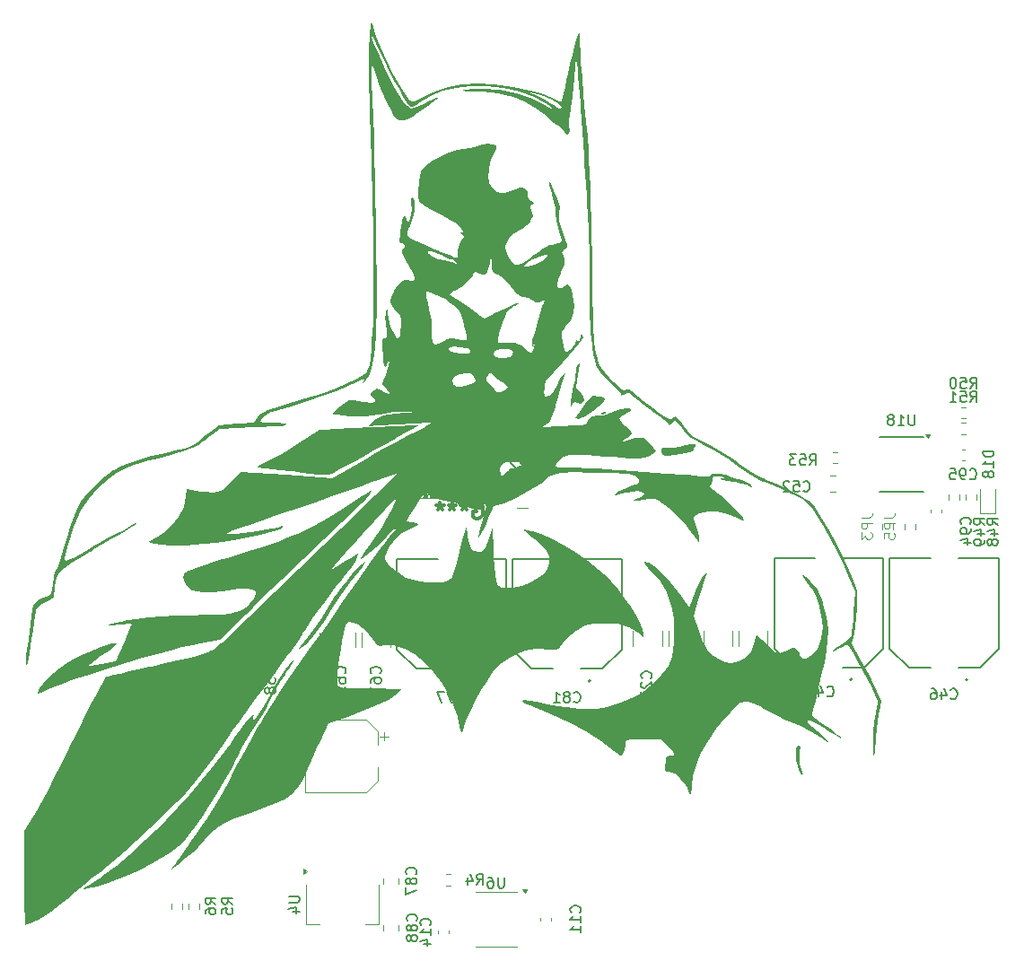
<source format=gbr>
%TF.GenerationSoftware,KiCad,Pcbnew,8.0.4*%
%TF.CreationDate,2025-01-13T22:40:44-07:00*%
%TF.ProjectId,Battery-Board,42617474-6572-4792-9d42-6f6172642e6b,rev?*%
%TF.SameCoordinates,Original*%
%TF.FileFunction,Legend,Bot*%
%TF.FilePolarity,Positive*%
%FSLAX46Y46*%
G04 Gerber Fmt 4.6, Leading zero omitted, Abs format (unit mm)*
G04 Created by KiCad (PCBNEW 8.0.4) date 2025-01-13 22:40:44*
%MOMM*%
%LPD*%
G01*
G04 APERTURE LIST*
%ADD10C,0.150000*%
%ADD11C,0.300000*%
%ADD12C,0.100000*%
%ADD13C,0.120000*%
%ADD14C,0.127000*%
%ADD15C,0.200000*%
%ADD16C,0.000000*%
G04 APERTURE END LIST*
D10*
X131142857Y-127009580D02*
X131190476Y-127057200D01*
X131190476Y-127057200D02*
X131333333Y-127104819D01*
X131333333Y-127104819D02*
X131428571Y-127104819D01*
X131428571Y-127104819D02*
X131571428Y-127057200D01*
X131571428Y-127057200D02*
X131666666Y-126961961D01*
X131666666Y-126961961D02*
X131714285Y-126866723D01*
X131714285Y-126866723D02*
X131761904Y-126676247D01*
X131761904Y-126676247D02*
X131761904Y-126533390D01*
X131761904Y-126533390D02*
X131714285Y-126342914D01*
X131714285Y-126342914D02*
X131666666Y-126247676D01*
X131666666Y-126247676D02*
X131571428Y-126152438D01*
X131571428Y-126152438D02*
X131428571Y-126104819D01*
X131428571Y-126104819D02*
X131333333Y-126104819D01*
X131333333Y-126104819D02*
X131190476Y-126152438D01*
X131190476Y-126152438D02*
X131142857Y-126200057D01*
X130571428Y-126533390D02*
X130666666Y-126485771D01*
X130666666Y-126485771D02*
X130714285Y-126438152D01*
X130714285Y-126438152D02*
X130761904Y-126342914D01*
X130761904Y-126342914D02*
X130761904Y-126295295D01*
X130761904Y-126295295D02*
X130714285Y-126200057D01*
X130714285Y-126200057D02*
X130666666Y-126152438D01*
X130666666Y-126152438D02*
X130571428Y-126104819D01*
X130571428Y-126104819D02*
X130380952Y-126104819D01*
X130380952Y-126104819D02*
X130285714Y-126152438D01*
X130285714Y-126152438D02*
X130238095Y-126200057D01*
X130238095Y-126200057D02*
X130190476Y-126295295D01*
X130190476Y-126295295D02*
X130190476Y-126342914D01*
X130190476Y-126342914D02*
X130238095Y-126438152D01*
X130238095Y-126438152D02*
X130285714Y-126485771D01*
X130285714Y-126485771D02*
X130380952Y-126533390D01*
X130380952Y-126533390D02*
X130571428Y-126533390D01*
X130571428Y-126533390D02*
X130666666Y-126581009D01*
X130666666Y-126581009D02*
X130714285Y-126628628D01*
X130714285Y-126628628D02*
X130761904Y-126723866D01*
X130761904Y-126723866D02*
X130761904Y-126914342D01*
X130761904Y-126914342D02*
X130714285Y-127009580D01*
X130714285Y-127009580D02*
X130666666Y-127057200D01*
X130666666Y-127057200D02*
X130571428Y-127104819D01*
X130571428Y-127104819D02*
X130380952Y-127104819D01*
X130380952Y-127104819D02*
X130285714Y-127057200D01*
X130285714Y-127057200D02*
X130238095Y-127009580D01*
X130238095Y-127009580D02*
X130190476Y-126914342D01*
X130190476Y-126914342D02*
X130190476Y-126723866D01*
X130190476Y-126723866D02*
X130238095Y-126628628D01*
X130238095Y-126628628D02*
X130285714Y-126581009D01*
X130285714Y-126581009D02*
X130380952Y-126533390D01*
X129714285Y-127104819D02*
X129523809Y-127104819D01*
X129523809Y-127104819D02*
X129428571Y-127057200D01*
X129428571Y-127057200D02*
X129380952Y-127009580D01*
X129380952Y-127009580D02*
X129285714Y-126866723D01*
X129285714Y-126866723D02*
X129238095Y-126676247D01*
X129238095Y-126676247D02*
X129238095Y-126295295D01*
X129238095Y-126295295D02*
X129285714Y-126200057D01*
X129285714Y-126200057D02*
X129333333Y-126152438D01*
X129333333Y-126152438D02*
X129428571Y-126104819D01*
X129428571Y-126104819D02*
X129619047Y-126104819D01*
X129619047Y-126104819D02*
X129714285Y-126152438D01*
X129714285Y-126152438D02*
X129761904Y-126200057D01*
X129761904Y-126200057D02*
X129809523Y-126295295D01*
X129809523Y-126295295D02*
X129809523Y-126533390D01*
X129809523Y-126533390D02*
X129761904Y-126628628D01*
X129761904Y-126628628D02*
X129714285Y-126676247D01*
X129714285Y-126676247D02*
X129619047Y-126723866D01*
X129619047Y-126723866D02*
X129428571Y-126723866D01*
X129428571Y-126723866D02*
X129333333Y-126676247D01*
X129333333Y-126676247D02*
X129285714Y-126628628D01*
X129285714Y-126628628D02*
X129238095Y-126533390D01*
X166338152Y-123657142D02*
X166385772Y-123609523D01*
X166385772Y-123609523D02*
X166433391Y-123466666D01*
X166433391Y-123466666D02*
X166433391Y-123371428D01*
X166433391Y-123371428D02*
X166385772Y-123228571D01*
X166385772Y-123228571D02*
X166290533Y-123133333D01*
X166290533Y-123133333D02*
X166195295Y-123085714D01*
X166195295Y-123085714D02*
X166004819Y-123038095D01*
X166004819Y-123038095D02*
X165861962Y-123038095D01*
X165861962Y-123038095D02*
X165671486Y-123085714D01*
X165671486Y-123085714D02*
X165576248Y-123133333D01*
X165576248Y-123133333D02*
X165481010Y-123228571D01*
X165481010Y-123228571D02*
X165433391Y-123371428D01*
X165433391Y-123371428D02*
X165433391Y-123466666D01*
X165433391Y-123466666D02*
X165481010Y-123609523D01*
X165481010Y-123609523D02*
X165528629Y-123657142D01*
X165433391Y-123990476D02*
X165433391Y-124609523D01*
X165433391Y-124609523D02*
X165814343Y-124276190D01*
X165814343Y-124276190D02*
X165814343Y-124419047D01*
X165814343Y-124419047D02*
X165861962Y-124514285D01*
X165861962Y-124514285D02*
X165909581Y-124561904D01*
X165909581Y-124561904D02*
X166004819Y-124609523D01*
X166004819Y-124609523D02*
X166242914Y-124609523D01*
X166242914Y-124609523D02*
X166338152Y-124561904D01*
X166338152Y-124561904D02*
X166385772Y-124514285D01*
X166385772Y-124514285D02*
X166433391Y-124419047D01*
X166433391Y-124419047D02*
X166433391Y-124133333D01*
X166433391Y-124133333D02*
X166385772Y-124038095D01*
X166385772Y-124038095D02*
X166338152Y-123990476D01*
X165433391Y-125228571D02*
X165433391Y-125323809D01*
X165433391Y-125323809D02*
X165481010Y-125419047D01*
X165481010Y-125419047D02*
X165528629Y-125466666D01*
X165528629Y-125466666D02*
X165623867Y-125514285D01*
X165623867Y-125514285D02*
X165814343Y-125561904D01*
X165814343Y-125561904D02*
X166052438Y-125561904D01*
X166052438Y-125561904D02*
X166242914Y-125514285D01*
X166242914Y-125514285D02*
X166338152Y-125466666D01*
X166338152Y-125466666D02*
X166385772Y-125419047D01*
X166385772Y-125419047D02*
X166433391Y-125323809D01*
X166433391Y-125323809D02*
X166433391Y-125228571D01*
X166433391Y-125228571D02*
X166385772Y-125133333D01*
X166385772Y-125133333D02*
X166338152Y-125085714D01*
X166338152Y-125085714D02*
X166242914Y-125038095D01*
X166242914Y-125038095D02*
X166052438Y-124990476D01*
X166052438Y-124990476D02*
X165814343Y-124990476D01*
X165814343Y-124990476D02*
X165623867Y-125038095D01*
X165623867Y-125038095D02*
X165528629Y-125085714D01*
X165528629Y-125085714D02*
X165481010Y-125133333D01*
X165481010Y-125133333D02*
X165433391Y-125228571D01*
X189809580Y-109107142D02*
X189857200Y-109059523D01*
X189857200Y-109059523D02*
X189904819Y-108916666D01*
X189904819Y-108916666D02*
X189904819Y-108821428D01*
X189904819Y-108821428D02*
X189857200Y-108678571D01*
X189857200Y-108678571D02*
X189761961Y-108583333D01*
X189761961Y-108583333D02*
X189666723Y-108535714D01*
X189666723Y-108535714D02*
X189476247Y-108488095D01*
X189476247Y-108488095D02*
X189333390Y-108488095D01*
X189333390Y-108488095D02*
X189142914Y-108535714D01*
X189142914Y-108535714D02*
X189047676Y-108583333D01*
X189047676Y-108583333D02*
X188952438Y-108678571D01*
X188952438Y-108678571D02*
X188904819Y-108821428D01*
X188904819Y-108821428D02*
X188904819Y-108916666D01*
X188904819Y-108916666D02*
X188952438Y-109059523D01*
X188952438Y-109059523D02*
X189000057Y-109107142D01*
X189904819Y-109583333D02*
X189904819Y-109773809D01*
X189904819Y-109773809D02*
X189857200Y-109869047D01*
X189857200Y-109869047D02*
X189809580Y-109916666D01*
X189809580Y-109916666D02*
X189666723Y-110011904D01*
X189666723Y-110011904D02*
X189476247Y-110059523D01*
X189476247Y-110059523D02*
X189095295Y-110059523D01*
X189095295Y-110059523D02*
X189000057Y-110011904D01*
X189000057Y-110011904D02*
X188952438Y-109964285D01*
X188952438Y-109964285D02*
X188904819Y-109869047D01*
X188904819Y-109869047D02*
X188904819Y-109678571D01*
X188904819Y-109678571D02*
X188952438Y-109583333D01*
X188952438Y-109583333D02*
X189000057Y-109535714D01*
X189000057Y-109535714D02*
X189095295Y-109488095D01*
X189095295Y-109488095D02*
X189333390Y-109488095D01*
X189333390Y-109488095D02*
X189428628Y-109535714D01*
X189428628Y-109535714D02*
X189476247Y-109583333D01*
X189476247Y-109583333D02*
X189523866Y-109678571D01*
X189523866Y-109678571D02*
X189523866Y-109869047D01*
X189523866Y-109869047D02*
X189476247Y-109964285D01*
X189476247Y-109964285D02*
X189428628Y-110011904D01*
X189428628Y-110011904D02*
X189333390Y-110059523D01*
X189238152Y-110916666D02*
X189904819Y-110916666D01*
X188857200Y-110678571D02*
X189571485Y-110440476D01*
X189571485Y-110440476D02*
X189571485Y-111059523D01*
X141492857Y-125859580D02*
X141540476Y-125907200D01*
X141540476Y-125907200D02*
X141683333Y-125954819D01*
X141683333Y-125954819D02*
X141778571Y-125954819D01*
X141778571Y-125954819D02*
X141921428Y-125907200D01*
X141921428Y-125907200D02*
X142016666Y-125811961D01*
X142016666Y-125811961D02*
X142064285Y-125716723D01*
X142064285Y-125716723D02*
X142111904Y-125526247D01*
X142111904Y-125526247D02*
X142111904Y-125383390D01*
X142111904Y-125383390D02*
X142064285Y-125192914D01*
X142064285Y-125192914D02*
X142016666Y-125097676D01*
X142016666Y-125097676D02*
X141921428Y-125002438D01*
X141921428Y-125002438D02*
X141778571Y-124954819D01*
X141778571Y-124954819D02*
X141683333Y-124954819D01*
X141683333Y-124954819D02*
X141540476Y-125002438D01*
X141540476Y-125002438D02*
X141492857Y-125050057D01*
X141159523Y-124954819D02*
X140492857Y-124954819D01*
X140492857Y-124954819D02*
X140921428Y-125954819D01*
X140207142Y-124954819D02*
X139540476Y-124954819D01*
X139540476Y-124954819D02*
X139969047Y-125954819D01*
X148433333Y-102944819D02*
X148433333Y-103659104D01*
X148433333Y-103659104D02*
X148480952Y-103801961D01*
X148480952Y-103801961D02*
X148576190Y-103897200D01*
X148576190Y-103897200D02*
X148719047Y-103944819D01*
X148719047Y-103944819D02*
X148814285Y-103944819D01*
X147957142Y-103944819D02*
X147957142Y-102944819D01*
X147957142Y-102944819D02*
X147576190Y-102944819D01*
X147576190Y-102944819D02*
X147480952Y-102992438D01*
X147480952Y-102992438D02*
X147433333Y-103040057D01*
X147433333Y-103040057D02*
X147385714Y-103135295D01*
X147385714Y-103135295D02*
X147385714Y-103278152D01*
X147385714Y-103278152D02*
X147433333Y-103373390D01*
X147433333Y-103373390D02*
X147480952Y-103421009D01*
X147480952Y-103421009D02*
X147576190Y-103468628D01*
X147576190Y-103468628D02*
X147957142Y-103468628D01*
X147004761Y-103040057D02*
X146957142Y-102992438D01*
X146957142Y-102992438D02*
X146861904Y-102944819D01*
X146861904Y-102944819D02*
X146623809Y-102944819D01*
X146623809Y-102944819D02*
X146528571Y-102992438D01*
X146528571Y-102992438D02*
X146480952Y-103040057D01*
X146480952Y-103040057D02*
X146433333Y-103135295D01*
X146433333Y-103135295D02*
X146433333Y-103230533D01*
X146433333Y-103230533D02*
X146480952Y-103373390D01*
X146480952Y-103373390D02*
X147052380Y-103944819D01*
X147052380Y-103944819D02*
X146433333Y-103944819D01*
X152442857Y-125859580D02*
X152490476Y-125907200D01*
X152490476Y-125907200D02*
X152633333Y-125954819D01*
X152633333Y-125954819D02*
X152728571Y-125954819D01*
X152728571Y-125954819D02*
X152871428Y-125907200D01*
X152871428Y-125907200D02*
X152966666Y-125811961D01*
X152966666Y-125811961D02*
X153014285Y-125716723D01*
X153014285Y-125716723D02*
X153061904Y-125526247D01*
X153061904Y-125526247D02*
X153061904Y-125383390D01*
X153061904Y-125383390D02*
X153014285Y-125192914D01*
X153014285Y-125192914D02*
X152966666Y-125097676D01*
X152966666Y-125097676D02*
X152871428Y-125002438D01*
X152871428Y-125002438D02*
X152728571Y-124954819D01*
X152728571Y-124954819D02*
X152633333Y-124954819D01*
X152633333Y-124954819D02*
X152490476Y-125002438D01*
X152490476Y-125002438D02*
X152442857Y-125050057D01*
X151871428Y-125383390D02*
X151966666Y-125335771D01*
X151966666Y-125335771D02*
X152014285Y-125288152D01*
X152014285Y-125288152D02*
X152061904Y-125192914D01*
X152061904Y-125192914D02*
X152061904Y-125145295D01*
X152061904Y-125145295D02*
X152014285Y-125050057D01*
X152014285Y-125050057D02*
X151966666Y-125002438D01*
X151966666Y-125002438D02*
X151871428Y-124954819D01*
X151871428Y-124954819D02*
X151680952Y-124954819D01*
X151680952Y-124954819D02*
X151585714Y-125002438D01*
X151585714Y-125002438D02*
X151538095Y-125050057D01*
X151538095Y-125050057D02*
X151490476Y-125145295D01*
X151490476Y-125145295D02*
X151490476Y-125192914D01*
X151490476Y-125192914D02*
X151538095Y-125288152D01*
X151538095Y-125288152D02*
X151585714Y-125335771D01*
X151585714Y-125335771D02*
X151680952Y-125383390D01*
X151680952Y-125383390D02*
X151871428Y-125383390D01*
X151871428Y-125383390D02*
X151966666Y-125431009D01*
X151966666Y-125431009D02*
X152014285Y-125478628D01*
X152014285Y-125478628D02*
X152061904Y-125573866D01*
X152061904Y-125573866D02*
X152061904Y-125764342D01*
X152061904Y-125764342D02*
X152014285Y-125859580D01*
X152014285Y-125859580D02*
X151966666Y-125907200D01*
X151966666Y-125907200D02*
X151871428Y-125954819D01*
X151871428Y-125954819D02*
X151680952Y-125954819D01*
X151680952Y-125954819D02*
X151585714Y-125907200D01*
X151585714Y-125907200D02*
X151538095Y-125859580D01*
X151538095Y-125859580D02*
X151490476Y-125764342D01*
X151490476Y-125764342D02*
X151490476Y-125573866D01*
X151490476Y-125573866D02*
X151538095Y-125478628D01*
X151538095Y-125478628D02*
X151585714Y-125431009D01*
X151585714Y-125431009D02*
X151680952Y-125383390D01*
X150538095Y-125954819D02*
X151109523Y-125954819D01*
X150823809Y-125954819D02*
X150823809Y-124954819D01*
X150823809Y-124954819D02*
X150919047Y-125097676D01*
X150919047Y-125097676D02*
X151014285Y-125192914D01*
X151014285Y-125192914D02*
X151109523Y-125240533D01*
D11*
X143031427Y-107169757D02*
X143174285Y-107098328D01*
X143174285Y-107098328D02*
X143388570Y-107098328D01*
X143388570Y-107098328D02*
X143602856Y-107169757D01*
X143602856Y-107169757D02*
X143745713Y-107312614D01*
X143745713Y-107312614D02*
X143817142Y-107455471D01*
X143817142Y-107455471D02*
X143888570Y-107741185D01*
X143888570Y-107741185D02*
X143888570Y-107955471D01*
X143888570Y-107955471D02*
X143817142Y-108241185D01*
X143817142Y-108241185D02*
X143745713Y-108384042D01*
X143745713Y-108384042D02*
X143602856Y-108526900D01*
X143602856Y-108526900D02*
X143388570Y-108598328D01*
X143388570Y-108598328D02*
X143245713Y-108598328D01*
X143245713Y-108598328D02*
X143031427Y-108526900D01*
X143031427Y-108526900D02*
X142959999Y-108455471D01*
X142959999Y-108455471D02*
X142959999Y-107955471D01*
X142959999Y-107955471D02*
X143245713Y-107955471D01*
X142102856Y-107098328D02*
X142102856Y-107455471D01*
X142459999Y-107312614D02*
X142102856Y-107455471D01*
X142102856Y-107455471D02*
X141745713Y-107312614D01*
X142317142Y-107741185D02*
X142102856Y-107455471D01*
X142102856Y-107455471D02*
X141888570Y-107741185D01*
X140959999Y-107098328D02*
X140959999Y-107455471D01*
X141317142Y-107312614D02*
X140959999Y-107455471D01*
X140959999Y-107455471D02*
X140602856Y-107312614D01*
X141174285Y-107741185D02*
X140959999Y-107455471D01*
X140959999Y-107455471D02*
X140745713Y-107741185D01*
X139817142Y-107098328D02*
X139817142Y-107455471D01*
X140174285Y-107312614D02*
X139817142Y-107455471D01*
X139817142Y-107455471D02*
X139459999Y-107312614D01*
X140031428Y-107741185D02*
X139817142Y-107455471D01*
X139817142Y-107455471D02*
X139602856Y-107741185D01*
D10*
X189842857Y-96304819D02*
X190176190Y-95828628D01*
X190414285Y-96304819D02*
X190414285Y-95304819D01*
X190414285Y-95304819D02*
X190033333Y-95304819D01*
X190033333Y-95304819D02*
X189938095Y-95352438D01*
X189938095Y-95352438D02*
X189890476Y-95400057D01*
X189890476Y-95400057D02*
X189842857Y-95495295D01*
X189842857Y-95495295D02*
X189842857Y-95638152D01*
X189842857Y-95638152D02*
X189890476Y-95733390D01*
X189890476Y-95733390D02*
X189938095Y-95781009D01*
X189938095Y-95781009D02*
X190033333Y-95828628D01*
X190033333Y-95828628D02*
X190414285Y-95828628D01*
X188938095Y-95304819D02*
X189414285Y-95304819D01*
X189414285Y-95304819D02*
X189461904Y-95781009D01*
X189461904Y-95781009D02*
X189414285Y-95733390D01*
X189414285Y-95733390D02*
X189319047Y-95685771D01*
X189319047Y-95685771D02*
X189080952Y-95685771D01*
X189080952Y-95685771D02*
X188985714Y-95733390D01*
X188985714Y-95733390D02*
X188938095Y-95781009D01*
X188938095Y-95781009D02*
X188890476Y-95876247D01*
X188890476Y-95876247D02*
X188890476Y-96114342D01*
X188890476Y-96114342D02*
X188938095Y-96209580D01*
X188938095Y-96209580D02*
X188985714Y-96257200D01*
X188985714Y-96257200D02*
X189080952Y-96304819D01*
X189080952Y-96304819D02*
X189319047Y-96304819D01*
X189319047Y-96304819D02*
X189414285Y-96257200D01*
X189414285Y-96257200D02*
X189461904Y-96209580D01*
X188271428Y-95304819D02*
X188176190Y-95304819D01*
X188176190Y-95304819D02*
X188080952Y-95352438D01*
X188080952Y-95352438D02*
X188033333Y-95400057D01*
X188033333Y-95400057D02*
X187985714Y-95495295D01*
X187985714Y-95495295D02*
X187938095Y-95685771D01*
X187938095Y-95685771D02*
X187938095Y-95923866D01*
X187938095Y-95923866D02*
X187985714Y-96114342D01*
X187985714Y-96114342D02*
X188033333Y-96209580D01*
X188033333Y-96209580D02*
X188080952Y-96257200D01*
X188080952Y-96257200D02*
X188176190Y-96304819D01*
X188176190Y-96304819D02*
X188271428Y-96304819D01*
X188271428Y-96304819D02*
X188366666Y-96257200D01*
X188366666Y-96257200D02*
X188414285Y-96209580D01*
X188414285Y-96209580D02*
X188461904Y-96114342D01*
X188461904Y-96114342D02*
X188509523Y-95923866D01*
X188509523Y-95923866D02*
X188509523Y-95685771D01*
X188509523Y-95685771D02*
X188461904Y-95495295D01*
X188461904Y-95495295D02*
X188414285Y-95400057D01*
X188414285Y-95400057D02*
X188366666Y-95352438D01*
X188366666Y-95352438D02*
X188271428Y-95304819D01*
X127516724Y-123207142D02*
X127564344Y-123159523D01*
X127564344Y-123159523D02*
X127611963Y-123016666D01*
X127611963Y-123016666D02*
X127611963Y-122921428D01*
X127611963Y-122921428D02*
X127564344Y-122778571D01*
X127564344Y-122778571D02*
X127469105Y-122683333D01*
X127469105Y-122683333D02*
X127373867Y-122635714D01*
X127373867Y-122635714D02*
X127183391Y-122588095D01*
X127183391Y-122588095D02*
X127040534Y-122588095D01*
X127040534Y-122588095D02*
X126850058Y-122635714D01*
X126850058Y-122635714D02*
X126754820Y-122683333D01*
X126754820Y-122683333D02*
X126659582Y-122778571D01*
X126659582Y-122778571D02*
X126611963Y-122921428D01*
X126611963Y-122921428D02*
X126611963Y-123016666D01*
X126611963Y-123016666D02*
X126659582Y-123159523D01*
X126659582Y-123159523D02*
X126707201Y-123207142D01*
X126611963Y-124064285D02*
X126611963Y-123873809D01*
X126611963Y-123873809D02*
X126659582Y-123778571D01*
X126659582Y-123778571D02*
X126707201Y-123730952D01*
X126707201Y-123730952D02*
X126850058Y-123635714D01*
X126850058Y-123635714D02*
X127040534Y-123588095D01*
X127040534Y-123588095D02*
X127421486Y-123588095D01*
X127421486Y-123588095D02*
X127516724Y-123635714D01*
X127516724Y-123635714D02*
X127564344Y-123683333D01*
X127564344Y-123683333D02*
X127611963Y-123778571D01*
X127611963Y-123778571D02*
X127611963Y-123969047D01*
X127611963Y-123969047D02*
X127564344Y-124064285D01*
X127564344Y-124064285D02*
X127516724Y-124111904D01*
X127516724Y-124111904D02*
X127421486Y-124159523D01*
X127421486Y-124159523D02*
X127183391Y-124159523D01*
X127183391Y-124159523D02*
X127088153Y-124111904D01*
X127088153Y-124111904D02*
X127040534Y-124064285D01*
X127040534Y-124064285D02*
X126992915Y-123969047D01*
X126992915Y-123969047D02*
X126992915Y-123778571D01*
X126992915Y-123778571D02*
X127040534Y-123683333D01*
X127040534Y-123683333D02*
X127088153Y-123635714D01*
X127088153Y-123635714D02*
X127183391Y-123588095D01*
X126707201Y-124540476D02*
X126659582Y-124588095D01*
X126659582Y-124588095D02*
X126611963Y-124683333D01*
X126611963Y-124683333D02*
X126611963Y-124921428D01*
X126611963Y-124921428D02*
X126659582Y-125016666D01*
X126659582Y-125016666D02*
X126707201Y-125064285D01*
X126707201Y-125064285D02*
X126802439Y-125111904D01*
X126802439Y-125111904D02*
X126897677Y-125111904D01*
X126897677Y-125111904D02*
X127040534Y-125064285D01*
X127040534Y-125064285D02*
X127611963Y-124492857D01*
X127611963Y-124492857D02*
X127611963Y-125111904D01*
X125554819Y-144238095D02*
X126364342Y-144238095D01*
X126364342Y-144238095D02*
X126459580Y-144285714D01*
X126459580Y-144285714D02*
X126507200Y-144333333D01*
X126507200Y-144333333D02*
X126554819Y-144428571D01*
X126554819Y-144428571D02*
X126554819Y-144619047D01*
X126554819Y-144619047D02*
X126507200Y-144714285D01*
X126507200Y-144714285D02*
X126459580Y-144761904D01*
X126459580Y-144761904D02*
X126364342Y-144809523D01*
X126364342Y-144809523D02*
X125554819Y-144809523D01*
X125888152Y-145714285D02*
X126554819Y-145714285D01*
X125507200Y-145476190D02*
X126221485Y-145238095D01*
X126221485Y-145238095D02*
X126221485Y-145857142D01*
X184588094Y-98804819D02*
X184588094Y-99614342D01*
X184588094Y-99614342D02*
X184540475Y-99709580D01*
X184540475Y-99709580D02*
X184492856Y-99757200D01*
X184492856Y-99757200D02*
X184397618Y-99804819D01*
X184397618Y-99804819D02*
X184207142Y-99804819D01*
X184207142Y-99804819D02*
X184111904Y-99757200D01*
X184111904Y-99757200D02*
X184064285Y-99709580D01*
X184064285Y-99709580D02*
X184016666Y-99614342D01*
X184016666Y-99614342D02*
X184016666Y-98804819D01*
X183016666Y-99804819D02*
X183588094Y-99804819D01*
X183302380Y-99804819D02*
X183302380Y-98804819D01*
X183302380Y-98804819D02*
X183397618Y-98947676D01*
X183397618Y-98947676D02*
X183492856Y-99042914D01*
X183492856Y-99042914D02*
X183588094Y-99090533D01*
X182445237Y-99233390D02*
X182540475Y-99185771D01*
X182540475Y-99185771D02*
X182588094Y-99138152D01*
X182588094Y-99138152D02*
X182635713Y-99042914D01*
X182635713Y-99042914D02*
X182635713Y-98995295D01*
X182635713Y-98995295D02*
X182588094Y-98900057D01*
X182588094Y-98900057D02*
X182540475Y-98852438D01*
X182540475Y-98852438D02*
X182445237Y-98804819D01*
X182445237Y-98804819D02*
X182254761Y-98804819D01*
X182254761Y-98804819D02*
X182159523Y-98852438D01*
X182159523Y-98852438D02*
X182111904Y-98900057D01*
X182111904Y-98900057D02*
X182064285Y-98995295D01*
X182064285Y-98995295D02*
X182064285Y-99042914D01*
X182064285Y-99042914D02*
X182111904Y-99138152D01*
X182111904Y-99138152D02*
X182159523Y-99185771D01*
X182159523Y-99185771D02*
X182254761Y-99233390D01*
X182254761Y-99233390D02*
X182445237Y-99233390D01*
X182445237Y-99233390D02*
X182540475Y-99281009D01*
X182540475Y-99281009D02*
X182588094Y-99328628D01*
X182588094Y-99328628D02*
X182635713Y-99423866D01*
X182635713Y-99423866D02*
X182635713Y-99614342D01*
X182635713Y-99614342D02*
X182588094Y-99709580D01*
X182588094Y-99709580D02*
X182540475Y-99757200D01*
X182540475Y-99757200D02*
X182445237Y-99804819D01*
X182445237Y-99804819D02*
X182254761Y-99804819D01*
X182254761Y-99804819D02*
X182159523Y-99757200D01*
X182159523Y-99757200D02*
X182111904Y-99709580D01*
X182111904Y-99709580D02*
X182064285Y-99614342D01*
X182064285Y-99614342D02*
X182064285Y-99423866D01*
X182064285Y-99423866D02*
X182111904Y-99328628D01*
X182111904Y-99328628D02*
X182159523Y-99281009D01*
X182159523Y-99281009D02*
X182254761Y-99233390D01*
D12*
X179567419Y-108526666D02*
X180281704Y-108526666D01*
X180281704Y-108526666D02*
X180424561Y-108479047D01*
X180424561Y-108479047D02*
X180519800Y-108383809D01*
X180519800Y-108383809D02*
X180567419Y-108240952D01*
X180567419Y-108240952D02*
X180567419Y-108145714D01*
X180567419Y-109002857D02*
X179567419Y-109002857D01*
X179567419Y-109002857D02*
X179567419Y-109383809D01*
X179567419Y-109383809D02*
X179615038Y-109479047D01*
X179615038Y-109479047D02*
X179662657Y-109526666D01*
X179662657Y-109526666D02*
X179757895Y-109574285D01*
X179757895Y-109574285D02*
X179900752Y-109574285D01*
X179900752Y-109574285D02*
X179995990Y-109526666D01*
X179995990Y-109526666D02*
X180043609Y-109479047D01*
X180043609Y-109479047D02*
X180091228Y-109383809D01*
X180091228Y-109383809D02*
X180091228Y-109002857D01*
X179567419Y-109907619D02*
X179567419Y-110526666D01*
X179567419Y-110526666D02*
X179948371Y-110193333D01*
X179948371Y-110193333D02*
X179948371Y-110336190D01*
X179948371Y-110336190D02*
X179995990Y-110431428D01*
X179995990Y-110431428D02*
X180043609Y-110479047D01*
X180043609Y-110479047D02*
X180138847Y-110526666D01*
X180138847Y-110526666D02*
X180376942Y-110526666D01*
X180376942Y-110526666D02*
X180472180Y-110479047D01*
X180472180Y-110479047D02*
X180519800Y-110431428D01*
X180519800Y-110431428D02*
X180567419Y-110336190D01*
X180567419Y-110336190D02*
X180567419Y-110050476D01*
X180567419Y-110050476D02*
X180519800Y-109955238D01*
X180519800Y-109955238D02*
X180472180Y-109907619D01*
D10*
X134159580Y-123207142D02*
X134207200Y-123159523D01*
X134207200Y-123159523D02*
X134254819Y-123016666D01*
X134254819Y-123016666D02*
X134254819Y-122921428D01*
X134254819Y-122921428D02*
X134207200Y-122778571D01*
X134207200Y-122778571D02*
X134111961Y-122683333D01*
X134111961Y-122683333D02*
X134016723Y-122635714D01*
X134016723Y-122635714D02*
X133826247Y-122588095D01*
X133826247Y-122588095D02*
X133683390Y-122588095D01*
X133683390Y-122588095D02*
X133492914Y-122635714D01*
X133492914Y-122635714D02*
X133397676Y-122683333D01*
X133397676Y-122683333D02*
X133302438Y-122778571D01*
X133302438Y-122778571D02*
X133254819Y-122921428D01*
X133254819Y-122921428D02*
X133254819Y-123016666D01*
X133254819Y-123016666D02*
X133302438Y-123159523D01*
X133302438Y-123159523D02*
X133350057Y-123207142D01*
X133254819Y-124064285D02*
X133254819Y-123873809D01*
X133254819Y-123873809D02*
X133302438Y-123778571D01*
X133302438Y-123778571D02*
X133350057Y-123730952D01*
X133350057Y-123730952D02*
X133492914Y-123635714D01*
X133492914Y-123635714D02*
X133683390Y-123588095D01*
X133683390Y-123588095D02*
X134064342Y-123588095D01*
X134064342Y-123588095D02*
X134159580Y-123635714D01*
X134159580Y-123635714D02*
X134207200Y-123683333D01*
X134207200Y-123683333D02*
X134254819Y-123778571D01*
X134254819Y-123778571D02*
X134254819Y-123969047D01*
X134254819Y-123969047D02*
X134207200Y-124064285D01*
X134207200Y-124064285D02*
X134159580Y-124111904D01*
X134159580Y-124111904D02*
X134064342Y-124159523D01*
X134064342Y-124159523D02*
X133826247Y-124159523D01*
X133826247Y-124159523D02*
X133731009Y-124111904D01*
X133731009Y-124111904D02*
X133683390Y-124064285D01*
X133683390Y-124064285D02*
X133635771Y-123969047D01*
X133635771Y-123969047D02*
X133635771Y-123778571D01*
X133635771Y-123778571D02*
X133683390Y-123683333D01*
X133683390Y-123683333D02*
X133731009Y-123635714D01*
X133731009Y-123635714D02*
X133826247Y-123588095D01*
X133254819Y-124492857D02*
X133254819Y-125159523D01*
X133254819Y-125159523D02*
X134254819Y-124730952D01*
X137509580Y-142157142D02*
X137557200Y-142109523D01*
X137557200Y-142109523D02*
X137604819Y-141966666D01*
X137604819Y-141966666D02*
X137604819Y-141871428D01*
X137604819Y-141871428D02*
X137557200Y-141728571D01*
X137557200Y-141728571D02*
X137461961Y-141633333D01*
X137461961Y-141633333D02*
X137366723Y-141585714D01*
X137366723Y-141585714D02*
X137176247Y-141538095D01*
X137176247Y-141538095D02*
X137033390Y-141538095D01*
X137033390Y-141538095D02*
X136842914Y-141585714D01*
X136842914Y-141585714D02*
X136747676Y-141633333D01*
X136747676Y-141633333D02*
X136652438Y-141728571D01*
X136652438Y-141728571D02*
X136604819Y-141871428D01*
X136604819Y-141871428D02*
X136604819Y-141966666D01*
X136604819Y-141966666D02*
X136652438Y-142109523D01*
X136652438Y-142109523D02*
X136700057Y-142157142D01*
X137033390Y-142728571D02*
X136985771Y-142633333D01*
X136985771Y-142633333D02*
X136938152Y-142585714D01*
X136938152Y-142585714D02*
X136842914Y-142538095D01*
X136842914Y-142538095D02*
X136795295Y-142538095D01*
X136795295Y-142538095D02*
X136700057Y-142585714D01*
X136700057Y-142585714D02*
X136652438Y-142633333D01*
X136652438Y-142633333D02*
X136604819Y-142728571D01*
X136604819Y-142728571D02*
X136604819Y-142919047D01*
X136604819Y-142919047D02*
X136652438Y-143014285D01*
X136652438Y-143014285D02*
X136700057Y-143061904D01*
X136700057Y-143061904D02*
X136795295Y-143109523D01*
X136795295Y-143109523D02*
X136842914Y-143109523D01*
X136842914Y-143109523D02*
X136938152Y-143061904D01*
X136938152Y-143061904D02*
X136985771Y-143014285D01*
X136985771Y-143014285D02*
X137033390Y-142919047D01*
X137033390Y-142919047D02*
X137033390Y-142728571D01*
X137033390Y-142728571D02*
X137081009Y-142633333D01*
X137081009Y-142633333D02*
X137128628Y-142585714D01*
X137128628Y-142585714D02*
X137223866Y-142538095D01*
X137223866Y-142538095D02*
X137414342Y-142538095D01*
X137414342Y-142538095D02*
X137509580Y-142585714D01*
X137509580Y-142585714D02*
X137557200Y-142633333D01*
X137557200Y-142633333D02*
X137604819Y-142728571D01*
X137604819Y-142728571D02*
X137604819Y-142919047D01*
X137604819Y-142919047D02*
X137557200Y-143014285D01*
X137557200Y-143014285D02*
X137509580Y-143061904D01*
X137509580Y-143061904D02*
X137414342Y-143109523D01*
X137414342Y-143109523D02*
X137223866Y-143109523D01*
X137223866Y-143109523D02*
X137128628Y-143061904D01*
X137128628Y-143061904D02*
X137081009Y-143014285D01*
X137081009Y-143014285D02*
X137033390Y-142919047D01*
X136604819Y-143442857D02*
X136604819Y-144109523D01*
X136604819Y-144109523D02*
X137604819Y-143680952D01*
X118654819Y-144983333D02*
X118178628Y-144650000D01*
X118654819Y-144411905D02*
X117654819Y-144411905D01*
X117654819Y-144411905D02*
X117654819Y-144792857D01*
X117654819Y-144792857D02*
X117702438Y-144888095D01*
X117702438Y-144888095D02*
X117750057Y-144935714D01*
X117750057Y-144935714D02*
X117845295Y-144983333D01*
X117845295Y-144983333D02*
X117988152Y-144983333D01*
X117988152Y-144983333D02*
X118083390Y-144935714D01*
X118083390Y-144935714D02*
X118131009Y-144888095D01*
X118131009Y-144888095D02*
X118178628Y-144792857D01*
X118178628Y-144792857D02*
X118178628Y-144411905D01*
X117654819Y-145840476D02*
X117654819Y-145650000D01*
X117654819Y-145650000D02*
X117702438Y-145554762D01*
X117702438Y-145554762D02*
X117750057Y-145507143D01*
X117750057Y-145507143D02*
X117892914Y-145411905D01*
X117892914Y-145411905D02*
X118083390Y-145364286D01*
X118083390Y-145364286D02*
X118464342Y-145364286D01*
X118464342Y-145364286D02*
X118559580Y-145411905D01*
X118559580Y-145411905D02*
X118607200Y-145459524D01*
X118607200Y-145459524D02*
X118654819Y-145554762D01*
X118654819Y-145554762D02*
X118654819Y-145745238D01*
X118654819Y-145745238D02*
X118607200Y-145840476D01*
X118607200Y-145840476D02*
X118559580Y-145888095D01*
X118559580Y-145888095D02*
X118464342Y-145935714D01*
X118464342Y-145935714D02*
X118226247Y-145935714D01*
X118226247Y-145935714D02*
X118131009Y-145888095D01*
X118131009Y-145888095D02*
X118083390Y-145840476D01*
X118083390Y-145840476D02*
X118035771Y-145745238D01*
X118035771Y-145745238D02*
X118035771Y-145554762D01*
X118035771Y-145554762D02*
X118083390Y-145459524D01*
X118083390Y-145459524D02*
X118131009Y-145411905D01*
X118131009Y-145411905D02*
X118226247Y-145364286D01*
X120254819Y-144983333D02*
X119778628Y-144650000D01*
X120254819Y-144411905D02*
X119254819Y-144411905D01*
X119254819Y-144411905D02*
X119254819Y-144792857D01*
X119254819Y-144792857D02*
X119302438Y-144888095D01*
X119302438Y-144888095D02*
X119350057Y-144935714D01*
X119350057Y-144935714D02*
X119445295Y-144983333D01*
X119445295Y-144983333D02*
X119588152Y-144983333D01*
X119588152Y-144983333D02*
X119683390Y-144935714D01*
X119683390Y-144935714D02*
X119731009Y-144888095D01*
X119731009Y-144888095D02*
X119778628Y-144792857D01*
X119778628Y-144792857D02*
X119778628Y-144411905D01*
X119254819Y-145888095D02*
X119254819Y-145411905D01*
X119254819Y-145411905D02*
X119731009Y-145364286D01*
X119731009Y-145364286D02*
X119683390Y-145411905D01*
X119683390Y-145411905D02*
X119635771Y-145507143D01*
X119635771Y-145507143D02*
X119635771Y-145745238D01*
X119635771Y-145745238D02*
X119683390Y-145840476D01*
X119683390Y-145840476D02*
X119731009Y-145888095D01*
X119731009Y-145888095D02*
X119826247Y-145935714D01*
X119826247Y-145935714D02*
X120064342Y-145935714D01*
X120064342Y-145935714D02*
X120159580Y-145888095D01*
X120159580Y-145888095D02*
X120207200Y-145840476D01*
X120207200Y-145840476D02*
X120254819Y-145745238D01*
X120254819Y-145745238D02*
X120254819Y-145507143D01*
X120254819Y-145507143D02*
X120207200Y-145411905D01*
X120207200Y-145411905D02*
X120159580Y-145364286D01*
X169659580Y-123657142D02*
X169707200Y-123609523D01*
X169707200Y-123609523D02*
X169754819Y-123466666D01*
X169754819Y-123466666D02*
X169754819Y-123371428D01*
X169754819Y-123371428D02*
X169707200Y-123228571D01*
X169707200Y-123228571D02*
X169611961Y-123133333D01*
X169611961Y-123133333D02*
X169516723Y-123085714D01*
X169516723Y-123085714D02*
X169326247Y-123038095D01*
X169326247Y-123038095D02*
X169183390Y-123038095D01*
X169183390Y-123038095D02*
X168992914Y-123085714D01*
X168992914Y-123085714D02*
X168897676Y-123133333D01*
X168897676Y-123133333D02*
X168802438Y-123228571D01*
X168802438Y-123228571D02*
X168754819Y-123371428D01*
X168754819Y-123371428D02*
X168754819Y-123466666D01*
X168754819Y-123466666D02*
X168802438Y-123609523D01*
X168802438Y-123609523D02*
X168850057Y-123657142D01*
X168754819Y-123990476D02*
X168754819Y-124609523D01*
X168754819Y-124609523D02*
X169135771Y-124276190D01*
X169135771Y-124276190D02*
X169135771Y-124419047D01*
X169135771Y-124419047D02*
X169183390Y-124514285D01*
X169183390Y-124514285D02*
X169231009Y-124561904D01*
X169231009Y-124561904D02*
X169326247Y-124609523D01*
X169326247Y-124609523D02*
X169564342Y-124609523D01*
X169564342Y-124609523D02*
X169659580Y-124561904D01*
X169659580Y-124561904D02*
X169707200Y-124514285D01*
X169707200Y-124514285D02*
X169754819Y-124419047D01*
X169754819Y-124419047D02*
X169754819Y-124133333D01*
X169754819Y-124133333D02*
X169707200Y-124038095D01*
X169707200Y-124038095D02*
X169659580Y-123990476D01*
X168850057Y-124990476D02*
X168802438Y-125038095D01*
X168802438Y-125038095D02*
X168754819Y-125133333D01*
X168754819Y-125133333D02*
X168754819Y-125371428D01*
X168754819Y-125371428D02*
X168802438Y-125466666D01*
X168802438Y-125466666D02*
X168850057Y-125514285D01*
X168850057Y-125514285D02*
X168945295Y-125561904D01*
X168945295Y-125561904D02*
X169040533Y-125561904D01*
X169040533Y-125561904D02*
X169183390Y-125514285D01*
X169183390Y-125514285D02*
X169754819Y-124942857D01*
X169754819Y-124942857D02*
X169754819Y-125561904D01*
X187992857Y-125559580D02*
X188040476Y-125607200D01*
X188040476Y-125607200D02*
X188183333Y-125654819D01*
X188183333Y-125654819D02*
X188278571Y-125654819D01*
X188278571Y-125654819D02*
X188421428Y-125607200D01*
X188421428Y-125607200D02*
X188516666Y-125511961D01*
X188516666Y-125511961D02*
X188564285Y-125416723D01*
X188564285Y-125416723D02*
X188611904Y-125226247D01*
X188611904Y-125226247D02*
X188611904Y-125083390D01*
X188611904Y-125083390D02*
X188564285Y-124892914D01*
X188564285Y-124892914D02*
X188516666Y-124797676D01*
X188516666Y-124797676D02*
X188421428Y-124702438D01*
X188421428Y-124702438D02*
X188278571Y-124654819D01*
X188278571Y-124654819D02*
X188183333Y-124654819D01*
X188183333Y-124654819D02*
X188040476Y-124702438D01*
X188040476Y-124702438D02*
X187992857Y-124750057D01*
X187135714Y-124988152D02*
X187135714Y-125654819D01*
X187373809Y-124607200D02*
X187611904Y-125321485D01*
X187611904Y-125321485D02*
X186992857Y-125321485D01*
X186183333Y-124654819D02*
X186373809Y-124654819D01*
X186373809Y-124654819D02*
X186469047Y-124702438D01*
X186469047Y-124702438D02*
X186516666Y-124750057D01*
X186516666Y-124750057D02*
X186611904Y-124892914D01*
X186611904Y-124892914D02*
X186659523Y-125083390D01*
X186659523Y-125083390D02*
X186659523Y-125464342D01*
X186659523Y-125464342D02*
X186611904Y-125559580D01*
X186611904Y-125559580D02*
X186564285Y-125607200D01*
X186564285Y-125607200D02*
X186469047Y-125654819D01*
X186469047Y-125654819D02*
X186278571Y-125654819D01*
X186278571Y-125654819D02*
X186183333Y-125607200D01*
X186183333Y-125607200D02*
X186135714Y-125559580D01*
X186135714Y-125559580D02*
X186088095Y-125464342D01*
X186088095Y-125464342D02*
X186088095Y-125226247D01*
X186088095Y-125226247D02*
X186135714Y-125131009D01*
X186135714Y-125131009D02*
X186183333Y-125083390D01*
X186183333Y-125083390D02*
X186278571Y-125035771D01*
X186278571Y-125035771D02*
X186469047Y-125035771D01*
X186469047Y-125035771D02*
X186564285Y-125083390D01*
X186564285Y-125083390D02*
X186611904Y-125131009D01*
X186611904Y-125131009D02*
X186659523Y-125226247D01*
X176342857Y-125309580D02*
X176390476Y-125357200D01*
X176390476Y-125357200D02*
X176533333Y-125404819D01*
X176533333Y-125404819D02*
X176628571Y-125404819D01*
X176628571Y-125404819D02*
X176771428Y-125357200D01*
X176771428Y-125357200D02*
X176866666Y-125261961D01*
X176866666Y-125261961D02*
X176914285Y-125166723D01*
X176914285Y-125166723D02*
X176961904Y-124976247D01*
X176961904Y-124976247D02*
X176961904Y-124833390D01*
X176961904Y-124833390D02*
X176914285Y-124642914D01*
X176914285Y-124642914D02*
X176866666Y-124547676D01*
X176866666Y-124547676D02*
X176771428Y-124452438D01*
X176771428Y-124452438D02*
X176628571Y-124404819D01*
X176628571Y-124404819D02*
X176533333Y-124404819D01*
X176533333Y-124404819D02*
X176390476Y-124452438D01*
X176390476Y-124452438D02*
X176342857Y-124500057D01*
X175485714Y-124738152D02*
X175485714Y-125404819D01*
X175723809Y-124357200D02*
X175961904Y-125071485D01*
X175961904Y-125071485D02*
X175342857Y-125071485D01*
X175009523Y-124500057D02*
X174961904Y-124452438D01*
X174961904Y-124452438D02*
X174866666Y-124404819D01*
X174866666Y-124404819D02*
X174628571Y-124404819D01*
X174628571Y-124404819D02*
X174533333Y-124452438D01*
X174533333Y-124452438D02*
X174485714Y-124500057D01*
X174485714Y-124500057D02*
X174438095Y-124595295D01*
X174438095Y-124595295D02*
X174438095Y-124690533D01*
X174438095Y-124690533D02*
X174485714Y-124833390D01*
X174485714Y-124833390D02*
X175057142Y-125404819D01*
X175057142Y-125404819D02*
X174438095Y-125404819D01*
X138859580Y-146957142D02*
X138907200Y-146909523D01*
X138907200Y-146909523D02*
X138954819Y-146766666D01*
X138954819Y-146766666D02*
X138954819Y-146671428D01*
X138954819Y-146671428D02*
X138907200Y-146528571D01*
X138907200Y-146528571D02*
X138811961Y-146433333D01*
X138811961Y-146433333D02*
X138716723Y-146385714D01*
X138716723Y-146385714D02*
X138526247Y-146338095D01*
X138526247Y-146338095D02*
X138383390Y-146338095D01*
X138383390Y-146338095D02*
X138192914Y-146385714D01*
X138192914Y-146385714D02*
X138097676Y-146433333D01*
X138097676Y-146433333D02*
X138002438Y-146528571D01*
X138002438Y-146528571D02*
X137954819Y-146671428D01*
X137954819Y-146671428D02*
X137954819Y-146766666D01*
X137954819Y-146766666D02*
X138002438Y-146909523D01*
X138002438Y-146909523D02*
X138050057Y-146957142D01*
X138954819Y-147909523D02*
X138954819Y-147338095D01*
X138954819Y-147623809D02*
X137954819Y-147623809D01*
X137954819Y-147623809D02*
X138097676Y-147528571D01*
X138097676Y-147528571D02*
X138192914Y-147433333D01*
X138192914Y-147433333D02*
X138240533Y-147338095D01*
X138288152Y-148766666D02*
X138954819Y-148766666D01*
X137907200Y-148528571D02*
X138621485Y-148290476D01*
X138621485Y-148290476D02*
X138621485Y-148909523D01*
X191194819Y-109207142D02*
X190718628Y-108873809D01*
X191194819Y-108635714D02*
X190194819Y-108635714D01*
X190194819Y-108635714D02*
X190194819Y-109016666D01*
X190194819Y-109016666D02*
X190242438Y-109111904D01*
X190242438Y-109111904D02*
X190290057Y-109159523D01*
X190290057Y-109159523D02*
X190385295Y-109207142D01*
X190385295Y-109207142D02*
X190528152Y-109207142D01*
X190528152Y-109207142D02*
X190623390Y-109159523D01*
X190623390Y-109159523D02*
X190671009Y-109111904D01*
X190671009Y-109111904D02*
X190718628Y-109016666D01*
X190718628Y-109016666D02*
X190718628Y-108635714D01*
X190528152Y-110064285D02*
X191194819Y-110064285D01*
X190147200Y-109826190D02*
X190861485Y-109588095D01*
X190861485Y-109588095D02*
X190861485Y-110207142D01*
X191194819Y-110635714D02*
X191194819Y-110826190D01*
X191194819Y-110826190D02*
X191147200Y-110921428D01*
X191147200Y-110921428D02*
X191099580Y-110969047D01*
X191099580Y-110969047D02*
X190956723Y-111064285D01*
X190956723Y-111064285D02*
X190766247Y-111111904D01*
X190766247Y-111111904D02*
X190385295Y-111111904D01*
X190385295Y-111111904D02*
X190290057Y-111064285D01*
X190290057Y-111064285D02*
X190242438Y-111016666D01*
X190242438Y-111016666D02*
X190194819Y-110921428D01*
X190194819Y-110921428D02*
X190194819Y-110730952D01*
X190194819Y-110730952D02*
X190242438Y-110635714D01*
X190242438Y-110635714D02*
X190290057Y-110588095D01*
X190290057Y-110588095D02*
X190385295Y-110540476D01*
X190385295Y-110540476D02*
X190623390Y-110540476D01*
X190623390Y-110540476D02*
X190718628Y-110588095D01*
X190718628Y-110588095D02*
X190766247Y-110635714D01*
X190766247Y-110635714D02*
X190813866Y-110730952D01*
X190813866Y-110730952D02*
X190813866Y-110921428D01*
X190813866Y-110921428D02*
X190766247Y-111016666D01*
X190766247Y-111016666D02*
X190718628Y-111064285D01*
X190718628Y-111064285D02*
X190623390Y-111111904D01*
X192054819Y-102235714D02*
X191054819Y-102235714D01*
X191054819Y-102235714D02*
X191054819Y-102473809D01*
X191054819Y-102473809D02*
X191102438Y-102616666D01*
X191102438Y-102616666D02*
X191197676Y-102711904D01*
X191197676Y-102711904D02*
X191292914Y-102759523D01*
X191292914Y-102759523D02*
X191483390Y-102807142D01*
X191483390Y-102807142D02*
X191626247Y-102807142D01*
X191626247Y-102807142D02*
X191816723Y-102759523D01*
X191816723Y-102759523D02*
X191911961Y-102711904D01*
X191911961Y-102711904D02*
X192007200Y-102616666D01*
X192007200Y-102616666D02*
X192054819Y-102473809D01*
X192054819Y-102473809D02*
X192054819Y-102235714D01*
X192054819Y-103759523D02*
X192054819Y-103188095D01*
X192054819Y-103473809D02*
X191054819Y-103473809D01*
X191054819Y-103473809D02*
X191197676Y-103378571D01*
X191197676Y-103378571D02*
X191292914Y-103283333D01*
X191292914Y-103283333D02*
X191340533Y-103188095D01*
X191483390Y-104330952D02*
X191435771Y-104235714D01*
X191435771Y-104235714D02*
X191388152Y-104188095D01*
X191388152Y-104188095D02*
X191292914Y-104140476D01*
X191292914Y-104140476D02*
X191245295Y-104140476D01*
X191245295Y-104140476D02*
X191150057Y-104188095D01*
X191150057Y-104188095D02*
X191102438Y-104235714D01*
X191102438Y-104235714D02*
X191054819Y-104330952D01*
X191054819Y-104330952D02*
X191054819Y-104521428D01*
X191054819Y-104521428D02*
X191102438Y-104616666D01*
X191102438Y-104616666D02*
X191150057Y-104664285D01*
X191150057Y-104664285D02*
X191245295Y-104711904D01*
X191245295Y-104711904D02*
X191292914Y-104711904D01*
X191292914Y-104711904D02*
X191388152Y-104664285D01*
X191388152Y-104664285D02*
X191435771Y-104616666D01*
X191435771Y-104616666D02*
X191483390Y-104521428D01*
X191483390Y-104521428D02*
X191483390Y-104330952D01*
X191483390Y-104330952D02*
X191531009Y-104235714D01*
X191531009Y-104235714D02*
X191578628Y-104188095D01*
X191578628Y-104188095D02*
X191673866Y-104140476D01*
X191673866Y-104140476D02*
X191864342Y-104140476D01*
X191864342Y-104140476D02*
X191959580Y-104188095D01*
X191959580Y-104188095D02*
X192007200Y-104235714D01*
X192007200Y-104235714D02*
X192054819Y-104330952D01*
X192054819Y-104330952D02*
X192054819Y-104521428D01*
X192054819Y-104521428D02*
X192007200Y-104616666D01*
X192007200Y-104616666D02*
X191959580Y-104664285D01*
X191959580Y-104664285D02*
X191864342Y-104711904D01*
X191864342Y-104711904D02*
X191673866Y-104711904D01*
X191673866Y-104711904D02*
X191578628Y-104664285D01*
X191578628Y-104664285D02*
X191531009Y-104616666D01*
X191531009Y-104616666D02*
X191483390Y-104521428D01*
D12*
X181717419Y-108526666D02*
X182431704Y-108526666D01*
X182431704Y-108526666D02*
X182574561Y-108479047D01*
X182574561Y-108479047D02*
X182669800Y-108383809D01*
X182669800Y-108383809D02*
X182717419Y-108240952D01*
X182717419Y-108240952D02*
X182717419Y-108145714D01*
X182717419Y-109002857D02*
X181717419Y-109002857D01*
X181717419Y-109002857D02*
X181717419Y-109383809D01*
X181717419Y-109383809D02*
X181765038Y-109479047D01*
X181765038Y-109479047D02*
X181812657Y-109526666D01*
X181812657Y-109526666D02*
X181907895Y-109574285D01*
X181907895Y-109574285D02*
X182050752Y-109574285D01*
X182050752Y-109574285D02*
X182145990Y-109526666D01*
X182145990Y-109526666D02*
X182193609Y-109479047D01*
X182193609Y-109479047D02*
X182241228Y-109383809D01*
X182241228Y-109383809D02*
X182241228Y-109002857D01*
X181717419Y-110479047D02*
X181717419Y-110002857D01*
X181717419Y-110002857D02*
X182193609Y-109955238D01*
X182193609Y-109955238D02*
X182145990Y-110002857D01*
X182145990Y-110002857D02*
X182098371Y-110098095D01*
X182098371Y-110098095D02*
X182098371Y-110336190D01*
X182098371Y-110336190D02*
X182145990Y-110431428D01*
X182145990Y-110431428D02*
X182193609Y-110479047D01*
X182193609Y-110479047D02*
X182288847Y-110526666D01*
X182288847Y-110526666D02*
X182526942Y-110526666D01*
X182526942Y-110526666D02*
X182622180Y-110479047D01*
X182622180Y-110479047D02*
X182669800Y-110431428D01*
X182669800Y-110431428D02*
X182717419Y-110336190D01*
X182717419Y-110336190D02*
X182717419Y-110098095D01*
X182717419Y-110098095D02*
X182669800Y-110002857D01*
X182669800Y-110002857D02*
X182622180Y-109955238D01*
D10*
X174092857Y-105959580D02*
X174140476Y-106007200D01*
X174140476Y-106007200D02*
X174283333Y-106054819D01*
X174283333Y-106054819D02*
X174378571Y-106054819D01*
X174378571Y-106054819D02*
X174521428Y-106007200D01*
X174521428Y-106007200D02*
X174616666Y-105911961D01*
X174616666Y-105911961D02*
X174664285Y-105816723D01*
X174664285Y-105816723D02*
X174711904Y-105626247D01*
X174711904Y-105626247D02*
X174711904Y-105483390D01*
X174711904Y-105483390D02*
X174664285Y-105292914D01*
X174664285Y-105292914D02*
X174616666Y-105197676D01*
X174616666Y-105197676D02*
X174521428Y-105102438D01*
X174521428Y-105102438D02*
X174378571Y-105054819D01*
X174378571Y-105054819D02*
X174283333Y-105054819D01*
X174283333Y-105054819D02*
X174140476Y-105102438D01*
X174140476Y-105102438D02*
X174092857Y-105150057D01*
X173188095Y-105054819D02*
X173664285Y-105054819D01*
X173664285Y-105054819D02*
X173711904Y-105531009D01*
X173711904Y-105531009D02*
X173664285Y-105483390D01*
X173664285Y-105483390D02*
X173569047Y-105435771D01*
X173569047Y-105435771D02*
X173330952Y-105435771D01*
X173330952Y-105435771D02*
X173235714Y-105483390D01*
X173235714Y-105483390D02*
X173188095Y-105531009D01*
X173188095Y-105531009D02*
X173140476Y-105626247D01*
X173140476Y-105626247D02*
X173140476Y-105864342D01*
X173140476Y-105864342D02*
X173188095Y-105959580D01*
X173188095Y-105959580D02*
X173235714Y-106007200D01*
X173235714Y-106007200D02*
X173330952Y-106054819D01*
X173330952Y-106054819D02*
X173569047Y-106054819D01*
X173569047Y-106054819D02*
X173664285Y-106007200D01*
X173664285Y-106007200D02*
X173711904Y-105959580D01*
X172759523Y-105150057D02*
X172711904Y-105102438D01*
X172711904Y-105102438D02*
X172616666Y-105054819D01*
X172616666Y-105054819D02*
X172378571Y-105054819D01*
X172378571Y-105054819D02*
X172283333Y-105102438D01*
X172283333Y-105102438D02*
X172235714Y-105150057D01*
X172235714Y-105150057D02*
X172188095Y-105245295D01*
X172188095Y-105245295D02*
X172188095Y-105340533D01*
X172188095Y-105340533D02*
X172235714Y-105483390D01*
X172235714Y-105483390D02*
X172807142Y-106054819D01*
X172807142Y-106054819D02*
X172188095Y-106054819D01*
X159695292Y-123657142D02*
X159742912Y-123609523D01*
X159742912Y-123609523D02*
X159790531Y-123466666D01*
X159790531Y-123466666D02*
X159790531Y-123371428D01*
X159790531Y-123371428D02*
X159742912Y-123228571D01*
X159742912Y-123228571D02*
X159647673Y-123133333D01*
X159647673Y-123133333D02*
X159552435Y-123085714D01*
X159552435Y-123085714D02*
X159361959Y-123038095D01*
X159361959Y-123038095D02*
X159219102Y-123038095D01*
X159219102Y-123038095D02*
X159028626Y-123085714D01*
X159028626Y-123085714D02*
X158933388Y-123133333D01*
X158933388Y-123133333D02*
X158838150Y-123228571D01*
X158838150Y-123228571D02*
X158790531Y-123371428D01*
X158790531Y-123371428D02*
X158790531Y-123466666D01*
X158790531Y-123466666D02*
X158838150Y-123609523D01*
X158838150Y-123609523D02*
X158885769Y-123657142D01*
X158885769Y-124038095D02*
X158838150Y-124085714D01*
X158838150Y-124085714D02*
X158790531Y-124180952D01*
X158790531Y-124180952D02*
X158790531Y-124419047D01*
X158790531Y-124419047D02*
X158838150Y-124514285D01*
X158838150Y-124514285D02*
X158885769Y-124561904D01*
X158885769Y-124561904D02*
X158981007Y-124609523D01*
X158981007Y-124609523D02*
X159076245Y-124609523D01*
X159076245Y-124609523D02*
X159219102Y-124561904D01*
X159219102Y-124561904D02*
X159790531Y-123990476D01*
X159790531Y-123990476D02*
X159790531Y-124609523D01*
X158790531Y-124942857D02*
X158790531Y-125561904D01*
X158790531Y-125561904D02*
X159171483Y-125228571D01*
X159171483Y-125228571D02*
X159171483Y-125371428D01*
X159171483Y-125371428D02*
X159219102Y-125466666D01*
X159219102Y-125466666D02*
X159266721Y-125514285D01*
X159266721Y-125514285D02*
X159361959Y-125561904D01*
X159361959Y-125561904D02*
X159600054Y-125561904D01*
X159600054Y-125561904D02*
X159695292Y-125514285D01*
X159695292Y-125514285D02*
X159742912Y-125466666D01*
X159742912Y-125466666D02*
X159790531Y-125371428D01*
X159790531Y-125371428D02*
X159790531Y-125085714D01*
X159790531Y-125085714D02*
X159742912Y-124990476D01*
X159742912Y-124990476D02*
X159695292Y-124942857D01*
X124195292Y-123207142D02*
X124242912Y-123159523D01*
X124242912Y-123159523D02*
X124290531Y-123016666D01*
X124290531Y-123016666D02*
X124290531Y-122921428D01*
X124290531Y-122921428D02*
X124242912Y-122778571D01*
X124242912Y-122778571D02*
X124147673Y-122683333D01*
X124147673Y-122683333D02*
X124052435Y-122635714D01*
X124052435Y-122635714D02*
X123861959Y-122588095D01*
X123861959Y-122588095D02*
X123719102Y-122588095D01*
X123719102Y-122588095D02*
X123528626Y-122635714D01*
X123528626Y-122635714D02*
X123433388Y-122683333D01*
X123433388Y-122683333D02*
X123338150Y-122778571D01*
X123338150Y-122778571D02*
X123290531Y-122921428D01*
X123290531Y-122921428D02*
X123290531Y-123016666D01*
X123290531Y-123016666D02*
X123338150Y-123159523D01*
X123338150Y-123159523D02*
X123385769Y-123207142D01*
X123290531Y-124111904D02*
X123290531Y-123635714D01*
X123290531Y-123635714D02*
X123766721Y-123588095D01*
X123766721Y-123588095D02*
X123719102Y-123635714D01*
X123719102Y-123635714D02*
X123671483Y-123730952D01*
X123671483Y-123730952D02*
X123671483Y-123969047D01*
X123671483Y-123969047D02*
X123719102Y-124064285D01*
X123719102Y-124064285D02*
X123766721Y-124111904D01*
X123766721Y-124111904D02*
X123861959Y-124159523D01*
X123861959Y-124159523D02*
X124100054Y-124159523D01*
X124100054Y-124159523D02*
X124195292Y-124111904D01*
X124195292Y-124111904D02*
X124242912Y-124064285D01*
X124242912Y-124064285D02*
X124290531Y-123969047D01*
X124290531Y-123969047D02*
X124290531Y-123730952D01*
X124290531Y-123730952D02*
X124242912Y-123635714D01*
X124242912Y-123635714D02*
X124195292Y-123588095D01*
X123719102Y-124730952D02*
X123671483Y-124635714D01*
X123671483Y-124635714D02*
X123623864Y-124588095D01*
X123623864Y-124588095D02*
X123528626Y-124540476D01*
X123528626Y-124540476D02*
X123481007Y-124540476D01*
X123481007Y-124540476D02*
X123385769Y-124588095D01*
X123385769Y-124588095D02*
X123338150Y-124635714D01*
X123338150Y-124635714D02*
X123290531Y-124730952D01*
X123290531Y-124730952D02*
X123290531Y-124921428D01*
X123290531Y-124921428D02*
X123338150Y-125016666D01*
X123338150Y-125016666D02*
X123385769Y-125064285D01*
X123385769Y-125064285D02*
X123481007Y-125111904D01*
X123481007Y-125111904D02*
X123528626Y-125111904D01*
X123528626Y-125111904D02*
X123623864Y-125064285D01*
X123623864Y-125064285D02*
X123671483Y-125016666D01*
X123671483Y-125016666D02*
X123719102Y-124921428D01*
X123719102Y-124921428D02*
X123719102Y-124730952D01*
X123719102Y-124730952D02*
X123766721Y-124635714D01*
X123766721Y-124635714D02*
X123814340Y-124588095D01*
X123814340Y-124588095D02*
X123909578Y-124540476D01*
X123909578Y-124540476D02*
X124100054Y-124540476D01*
X124100054Y-124540476D02*
X124195292Y-124588095D01*
X124195292Y-124588095D02*
X124242912Y-124635714D01*
X124242912Y-124635714D02*
X124290531Y-124730952D01*
X124290531Y-124730952D02*
X124290531Y-124921428D01*
X124290531Y-124921428D02*
X124242912Y-125016666D01*
X124242912Y-125016666D02*
X124195292Y-125064285D01*
X124195292Y-125064285D02*
X124100054Y-125111904D01*
X124100054Y-125111904D02*
X123909578Y-125111904D01*
X123909578Y-125111904D02*
X123814340Y-125064285D01*
X123814340Y-125064285D02*
X123766721Y-125016666D01*
X123766721Y-125016666D02*
X123719102Y-124921428D01*
X174692857Y-103554819D02*
X175026190Y-103078628D01*
X175264285Y-103554819D02*
X175264285Y-102554819D01*
X175264285Y-102554819D02*
X174883333Y-102554819D01*
X174883333Y-102554819D02*
X174788095Y-102602438D01*
X174788095Y-102602438D02*
X174740476Y-102650057D01*
X174740476Y-102650057D02*
X174692857Y-102745295D01*
X174692857Y-102745295D02*
X174692857Y-102888152D01*
X174692857Y-102888152D02*
X174740476Y-102983390D01*
X174740476Y-102983390D02*
X174788095Y-103031009D01*
X174788095Y-103031009D02*
X174883333Y-103078628D01*
X174883333Y-103078628D02*
X175264285Y-103078628D01*
X173788095Y-102554819D02*
X174264285Y-102554819D01*
X174264285Y-102554819D02*
X174311904Y-103031009D01*
X174311904Y-103031009D02*
X174264285Y-102983390D01*
X174264285Y-102983390D02*
X174169047Y-102935771D01*
X174169047Y-102935771D02*
X173930952Y-102935771D01*
X173930952Y-102935771D02*
X173835714Y-102983390D01*
X173835714Y-102983390D02*
X173788095Y-103031009D01*
X173788095Y-103031009D02*
X173740476Y-103126247D01*
X173740476Y-103126247D02*
X173740476Y-103364342D01*
X173740476Y-103364342D02*
X173788095Y-103459580D01*
X173788095Y-103459580D02*
X173835714Y-103507200D01*
X173835714Y-103507200D02*
X173930952Y-103554819D01*
X173930952Y-103554819D02*
X174169047Y-103554819D01*
X174169047Y-103554819D02*
X174264285Y-103507200D01*
X174264285Y-103507200D02*
X174311904Y-103459580D01*
X173407142Y-102554819D02*
X172788095Y-102554819D01*
X172788095Y-102554819D02*
X173121428Y-102935771D01*
X173121428Y-102935771D02*
X172978571Y-102935771D01*
X172978571Y-102935771D02*
X172883333Y-102983390D01*
X172883333Y-102983390D02*
X172835714Y-103031009D01*
X172835714Y-103031009D02*
X172788095Y-103126247D01*
X172788095Y-103126247D02*
X172788095Y-103364342D01*
X172788095Y-103364342D02*
X172835714Y-103459580D01*
X172835714Y-103459580D02*
X172883333Y-103507200D01*
X172883333Y-103507200D02*
X172978571Y-103554819D01*
X172978571Y-103554819D02*
X173264285Y-103554819D01*
X173264285Y-103554819D02*
X173359523Y-103507200D01*
X173359523Y-103507200D02*
X173407142Y-103459580D01*
X145861904Y-142454819D02*
X145861904Y-143264342D01*
X145861904Y-143264342D02*
X145814285Y-143359580D01*
X145814285Y-143359580D02*
X145766666Y-143407200D01*
X145766666Y-143407200D02*
X145671428Y-143454819D01*
X145671428Y-143454819D02*
X145480952Y-143454819D01*
X145480952Y-143454819D02*
X145385714Y-143407200D01*
X145385714Y-143407200D02*
X145338095Y-143359580D01*
X145338095Y-143359580D02*
X145290476Y-143264342D01*
X145290476Y-143264342D02*
X145290476Y-142454819D01*
X144385714Y-142454819D02*
X144576190Y-142454819D01*
X144576190Y-142454819D02*
X144671428Y-142502438D01*
X144671428Y-142502438D02*
X144719047Y-142550057D01*
X144719047Y-142550057D02*
X144814285Y-142692914D01*
X144814285Y-142692914D02*
X144861904Y-142883390D01*
X144861904Y-142883390D02*
X144861904Y-143264342D01*
X144861904Y-143264342D02*
X144814285Y-143359580D01*
X144814285Y-143359580D02*
X144766666Y-143407200D01*
X144766666Y-143407200D02*
X144671428Y-143454819D01*
X144671428Y-143454819D02*
X144480952Y-143454819D01*
X144480952Y-143454819D02*
X144385714Y-143407200D01*
X144385714Y-143407200D02*
X144338095Y-143359580D01*
X144338095Y-143359580D02*
X144290476Y-143264342D01*
X144290476Y-143264342D02*
X144290476Y-143026247D01*
X144290476Y-143026247D02*
X144338095Y-142931009D01*
X144338095Y-142931009D02*
X144385714Y-142883390D01*
X144385714Y-142883390D02*
X144480952Y-142835771D01*
X144480952Y-142835771D02*
X144671428Y-142835771D01*
X144671428Y-142835771D02*
X144766666Y-142883390D01*
X144766666Y-142883390D02*
X144814285Y-142931009D01*
X144814285Y-142931009D02*
X144861904Y-143026247D01*
X143266666Y-143154819D02*
X143599999Y-142678628D01*
X143838094Y-143154819D02*
X143838094Y-142154819D01*
X143838094Y-142154819D02*
X143457142Y-142154819D01*
X143457142Y-142154819D02*
X143361904Y-142202438D01*
X143361904Y-142202438D02*
X143314285Y-142250057D01*
X143314285Y-142250057D02*
X143266666Y-142345295D01*
X143266666Y-142345295D02*
X143266666Y-142488152D01*
X143266666Y-142488152D02*
X143314285Y-142583390D01*
X143314285Y-142583390D02*
X143361904Y-142631009D01*
X143361904Y-142631009D02*
X143457142Y-142678628D01*
X143457142Y-142678628D02*
X143838094Y-142678628D01*
X142409523Y-142488152D02*
X142409523Y-143154819D01*
X142647618Y-142107200D02*
X142885713Y-142821485D01*
X142885713Y-142821485D02*
X142266666Y-142821485D01*
X137559580Y-146557142D02*
X137607200Y-146509523D01*
X137607200Y-146509523D02*
X137654819Y-146366666D01*
X137654819Y-146366666D02*
X137654819Y-146271428D01*
X137654819Y-146271428D02*
X137607200Y-146128571D01*
X137607200Y-146128571D02*
X137511961Y-146033333D01*
X137511961Y-146033333D02*
X137416723Y-145985714D01*
X137416723Y-145985714D02*
X137226247Y-145938095D01*
X137226247Y-145938095D02*
X137083390Y-145938095D01*
X137083390Y-145938095D02*
X136892914Y-145985714D01*
X136892914Y-145985714D02*
X136797676Y-146033333D01*
X136797676Y-146033333D02*
X136702438Y-146128571D01*
X136702438Y-146128571D02*
X136654819Y-146271428D01*
X136654819Y-146271428D02*
X136654819Y-146366666D01*
X136654819Y-146366666D02*
X136702438Y-146509523D01*
X136702438Y-146509523D02*
X136750057Y-146557142D01*
X137083390Y-147128571D02*
X137035771Y-147033333D01*
X137035771Y-147033333D02*
X136988152Y-146985714D01*
X136988152Y-146985714D02*
X136892914Y-146938095D01*
X136892914Y-146938095D02*
X136845295Y-146938095D01*
X136845295Y-146938095D02*
X136750057Y-146985714D01*
X136750057Y-146985714D02*
X136702438Y-147033333D01*
X136702438Y-147033333D02*
X136654819Y-147128571D01*
X136654819Y-147128571D02*
X136654819Y-147319047D01*
X136654819Y-147319047D02*
X136702438Y-147414285D01*
X136702438Y-147414285D02*
X136750057Y-147461904D01*
X136750057Y-147461904D02*
X136845295Y-147509523D01*
X136845295Y-147509523D02*
X136892914Y-147509523D01*
X136892914Y-147509523D02*
X136988152Y-147461904D01*
X136988152Y-147461904D02*
X137035771Y-147414285D01*
X137035771Y-147414285D02*
X137083390Y-147319047D01*
X137083390Y-147319047D02*
X137083390Y-147128571D01*
X137083390Y-147128571D02*
X137131009Y-147033333D01*
X137131009Y-147033333D02*
X137178628Y-146985714D01*
X137178628Y-146985714D02*
X137273866Y-146938095D01*
X137273866Y-146938095D02*
X137464342Y-146938095D01*
X137464342Y-146938095D02*
X137559580Y-146985714D01*
X137559580Y-146985714D02*
X137607200Y-147033333D01*
X137607200Y-147033333D02*
X137654819Y-147128571D01*
X137654819Y-147128571D02*
X137654819Y-147319047D01*
X137654819Y-147319047D02*
X137607200Y-147414285D01*
X137607200Y-147414285D02*
X137559580Y-147461904D01*
X137559580Y-147461904D02*
X137464342Y-147509523D01*
X137464342Y-147509523D02*
X137273866Y-147509523D01*
X137273866Y-147509523D02*
X137178628Y-147461904D01*
X137178628Y-147461904D02*
X137131009Y-147414285D01*
X137131009Y-147414285D02*
X137083390Y-147319047D01*
X137083390Y-148080952D02*
X137035771Y-147985714D01*
X137035771Y-147985714D02*
X136988152Y-147938095D01*
X136988152Y-147938095D02*
X136892914Y-147890476D01*
X136892914Y-147890476D02*
X136845295Y-147890476D01*
X136845295Y-147890476D02*
X136750057Y-147938095D01*
X136750057Y-147938095D02*
X136702438Y-147985714D01*
X136702438Y-147985714D02*
X136654819Y-148080952D01*
X136654819Y-148080952D02*
X136654819Y-148271428D01*
X136654819Y-148271428D02*
X136702438Y-148366666D01*
X136702438Y-148366666D02*
X136750057Y-148414285D01*
X136750057Y-148414285D02*
X136845295Y-148461904D01*
X136845295Y-148461904D02*
X136892914Y-148461904D01*
X136892914Y-148461904D02*
X136988152Y-148414285D01*
X136988152Y-148414285D02*
X137035771Y-148366666D01*
X137035771Y-148366666D02*
X137083390Y-148271428D01*
X137083390Y-148271428D02*
X137083390Y-148080952D01*
X137083390Y-148080952D02*
X137131009Y-147985714D01*
X137131009Y-147985714D02*
X137178628Y-147938095D01*
X137178628Y-147938095D02*
X137273866Y-147890476D01*
X137273866Y-147890476D02*
X137464342Y-147890476D01*
X137464342Y-147890476D02*
X137559580Y-147938095D01*
X137559580Y-147938095D02*
X137607200Y-147985714D01*
X137607200Y-147985714D02*
X137654819Y-148080952D01*
X137654819Y-148080952D02*
X137654819Y-148271428D01*
X137654819Y-148271428D02*
X137607200Y-148366666D01*
X137607200Y-148366666D02*
X137559580Y-148414285D01*
X137559580Y-148414285D02*
X137464342Y-148461904D01*
X137464342Y-148461904D02*
X137273866Y-148461904D01*
X137273866Y-148461904D02*
X137178628Y-148414285D01*
X137178628Y-148414285D02*
X137131009Y-148366666D01*
X137131009Y-148366666D02*
X137083390Y-148271428D01*
X130838152Y-123207142D02*
X130885772Y-123159523D01*
X130885772Y-123159523D02*
X130933391Y-123016666D01*
X130933391Y-123016666D02*
X130933391Y-122921428D01*
X130933391Y-122921428D02*
X130885772Y-122778571D01*
X130885772Y-122778571D02*
X130790533Y-122683333D01*
X130790533Y-122683333D02*
X130695295Y-122635714D01*
X130695295Y-122635714D02*
X130504819Y-122588095D01*
X130504819Y-122588095D02*
X130361962Y-122588095D01*
X130361962Y-122588095D02*
X130171486Y-122635714D01*
X130171486Y-122635714D02*
X130076248Y-122683333D01*
X130076248Y-122683333D02*
X129981010Y-122778571D01*
X129981010Y-122778571D02*
X129933391Y-122921428D01*
X129933391Y-122921428D02*
X129933391Y-123016666D01*
X129933391Y-123016666D02*
X129981010Y-123159523D01*
X129981010Y-123159523D02*
X130028629Y-123207142D01*
X129933391Y-124064285D02*
X129933391Y-123873809D01*
X129933391Y-123873809D02*
X129981010Y-123778571D01*
X129981010Y-123778571D02*
X130028629Y-123730952D01*
X130028629Y-123730952D02*
X130171486Y-123635714D01*
X130171486Y-123635714D02*
X130361962Y-123588095D01*
X130361962Y-123588095D02*
X130742914Y-123588095D01*
X130742914Y-123588095D02*
X130838152Y-123635714D01*
X130838152Y-123635714D02*
X130885772Y-123683333D01*
X130885772Y-123683333D02*
X130933391Y-123778571D01*
X130933391Y-123778571D02*
X130933391Y-123969047D01*
X130933391Y-123969047D02*
X130885772Y-124064285D01*
X130885772Y-124064285D02*
X130838152Y-124111904D01*
X130838152Y-124111904D02*
X130742914Y-124159523D01*
X130742914Y-124159523D02*
X130504819Y-124159523D01*
X130504819Y-124159523D02*
X130409581Y-124111904D01*
X130409581Y-124111904D02*
X130361962Y-124064285D01*
X130361962Y-124064285D02*
X130314343Y-123969047D01*
X130314343Y-123969047D02*
X130314343Y-123778571D01*
X130314343Y-123778571D02*
X130361962Y-123683333D01*
X130361962Y-123683333D02*
X130409581Y-123635714D01*
X130409581Y-123635714D02*
X130504819Y-123588095D01*
X129933391Y-125064285D02*
X129933391Y-124588095D01*
X129933391Y-124588095D02*
X130409581Y-124540476D01*
X130409581Y-124540476D02*
X130361962Y-124588095D01*
X130361962Y-124588095D02*
X130314343Y-124683333D01*
X130314343Y-124683333D02*
X130314343Y-124921428D01*
X130314343Y-124921428D02*
X130361962Y-125016666D01*
X130361962Y-125016666D02*
X130409581Y-125064285D01*
X130409581Y-125064285D02*
X130504819Y-125111904D01*
X130504819Y-125111904D02*
X130742914Y-125111904D01*
X130742914Y-125111904D02*
X130838152Y-125064285D01*
X130838152Y-125064285D02*
X130885772Y-125016666D01*
X130885772Y-125016666D02*
X130933391Y-124921428D01*
X130933391Y-124921428D02*
X130933391Y-124683333D01*
X130933391Y-124683333D02*
X130885772Y-124588095D01*
X130885772Y-124588095D02*
X130838152Y-124540476D01*
X192454819Y-109207142D02*
X191978628Y-108873809D01*
X192454819Y-108635714D02*
X191454819Y-108635714D01*
X191454819Y-108635714D02*
X191454819Y-109016666D01*
X191454819Y-109016666D02*
X191502438Y-109111904D01*
X191502438Y-109111904D02*
X191550057Y-109159523D01*
X191550057Y-109159523D02*
X191645295Y-109207142D01*
X191645295Y-109207142D02*
X191788152Y-109207142D01*
X191788152Y-109207142D02*
X191883390Y-109159523D01*
X191883390Y-109159523D02*
X191931009Y-109111904D01*
X191931009Y-109111904D02*
X191978628Y-109016666D01*
X191978628Y-109016666D02*
X191978628Y-108635714D01*
X191788152Y-110064285D02*
X192454819Y-110064285D01*
X191407200Y-109826190D02*
X192121485Y-109588095D01*
X192121485Y-109588095D02*
X192121485Y-110207142D01*
X191883390Y-110730952D02*
X191835771Y-110635714D01*
X191835771Y-110635714D02*
X191788152Y-110588095D01*
X191788152Y-110588095D02*
X191692914Y-110540476D01*
X191692914Y-110540476D02*
X191645295Y-110540476D01*
X191645295Y-110540476D02*
X191550057Y-110588095D01*
X191550057Y-110588095D02*
X191502438Y-110635714D01*
X191502438Y-110635714D02*
X191454819Y-110730952D01*
X191454819Y-110730952D02*
X191454819Y-110921428D01*
X191454819Y-110921428D02*
X191502438Y-111016666D01*
X191502438Y-111016666D02*
X191550057Y-111064285D01*
X191550057Y-111064285D02*
X191645295Y-111111904D01*
X191645295Y-111111904D02*
X191692914Y-111111904D01*
X191692914Y-111111904D02*
X191788152Y-111064285D01*
X191788152Y-111064285D02*
X191835771Y-111016666D01*
X191835771Y-111016666D02*
X191883390Y-110921428D01*
X191883390Y-110921428D02*
X191883390Y-110730952D01*
X191883390Y-110730952D02*
X191931009Y-110635714D01*
X191931009Y-110635714D02*
X191978628Y-110588095D01*
X191978628Y-110588095D02*
X192073866Y-110540476D01*
X192073866Y-110540476D02*
X192264342Y-110540476D01*
X192264342Y-110540476D02*
X192359580Y-110588095D01*
X192359580Y-110588095D02*
X192407200Y-110635714D01*
X192407200Y-110635714D02*
X192454819Y-110730952D01*
X192454819Y-110730952D02*
X192454819Y-110921428D01*
X192454819Y-110921428D02*
X192407200Y-111016666D01*
X192407200Y-111016666D02*
X192359580Y-111064285D01*
X192359580Y-111064285D02*
X192264342Y-111111904D01*
X192264342Y-111111904D02*
X192073866Y-111111904D01*
X192073866Y-111111904D02*
X191978628Y-111064285D01*
X191978628Y-111064285D02*
X191931009Y-111016666D01*
X191931009Y-111016666D02*
X191883390Y-110921428D01*
X189792857Y-104809580D02*
X189840476Y-104857200D01*
X189840476Y-104857200D02*
X189983333Y-104904819D01*
X189983333Y-104904819D02*
X190078571Y-104904819D01*
X190078571Y-104904819D02*
X190221428Y-104857200D01*
X190221428Y-104857200D02*
X190316666Y-104761961D01*
X190316666Y-104761961D02*
X190364285Y-104666723D01*
X190364285Y-104666723D02*
X190411904Y-104476247D01*
X190411904Y-104476247D02*
X190411904Y-104333390D01*
X190411904Y-104333390D02*
X190364285Y-104142914D01*
X190364285Y-104142914D02*
X190316666Y-104047676D01*
X190316666Y-104047676D02*
X190221428Y-103952438D01*
X190221428Y-103952438D02*
X190078571Y-103904819D01*
X190078571Y-103904819D02*
X189983333Y-103904819D01*
X189983333Y-103904819D02*
X189840476Y-103952438D01*
X189840476Y-103952438D02*
X189792857Y-104000057D01*
X189316666Y-104904819D02*
X189126190Y-104904819D01*
X189126190Y-104904819D02*
X189030952Y-104857200D01*
X189030952Y-104857200D02*
X188983333Y-104809580D01*
X188983333Y-104809580D02*
X188888095Y-104666723D01*
X188888095Y-104666723D02*
X188840476Y-104476247D01*
X188840476Y-104476247D02*
X188840476Y-104095295D01*
X188840476Y-104095295D02*
X188888095Y-104000057D01*
X188888095Y-104000057D02*
X188935714Y-103952438D01*
X188935714Y-103952438D02*
X189030952Y-103904819D01*
X189030952Y-103904819D02*
X189221428Y-103904819D01*
X189221428Y-103904819D02*
X189316666Y-103952438D01*
X189316666Y-103952438D02*
X189364285Y-104000057D01*
X189364285Y-104000057D02*
X189411904Y-104095295D01*
X189411904Y-104095295D02*
X189411904Y-104333390D01*
X189411904Y-104333390D02*
X189364285Y-104428628D01*
X189364285Y-104428628D02*
X189316666Y-104476247D01*
X189316666Y-104476247D02*
X189221428Y-104523866D01*
X189221428Y-104523866D02*
X189030952Y-104523866D01*
X189030952Y-104523866D02*
X188935714Y-104476247D01*
X188935714Y-104476247D02*
X188888095Y-104428628D01*
X188888095Y-104428628D02*
X188840476Y-104333390D01*
X187935714Y-103904819D02*
X188411904Y-103904819D01*
X188411904Y-103904819D02*
X188459523Y-104381009D01*
X188459523Y-104381009D02*
X188411904Y-104333390D01*
X188411904Y-104333390D02*
X188316666Y-104285771D01*
X188316666Y-104285771D02*
X188078571Y-104285771D01*
X188078571Y-104285771D02*
X187983333Y-104333390D01*
X187983333Y-104333390D02*
X187935714Y-104381009D01*
X187935714Y-104381009D02*
X187888095Y-104476247D01*
X187888095Y-104476247D02*
X187888095Y-104714342D01*
X187888095Y-104714342D02*
X187935714Y-104809580D01*
X187935714Y-104809580D02*
X187983333Y-104857200D01*
X187983333Y-104857200D02*
X188078571Y-104904819D01*
X188078571Y-104904819D02*
X188316666Y-104904819D01*
X188316666Y-104904819D02*
X188411904Y-104857200D01*
X188411904Y-104857200D02*
X188459523Y-104809580D01*
X163016724Y-123657142D02*
X163064344Y-123609523D01*
X163064344Y-123609523D02*
X163111963Y-123466666D01*
X163111963Y-123466666D02*
X163111963Y-123371428D01*
X163111963Y-123371428D02*
X163064344Y-123228571D01*
X163064344Y-123228571D02*
X162969105Y-123133333D01*
X162969105Y-123133333D02*
X162873867Y-123085714D01*
X162873867Y-123085714D02*
X162683391Y-123038095D01*
X162683391Y-123038095D02*
X162540534Y-123038095D01*
X162540534Y-123038095D02*
X162350058Y-123085714D01*
X162350058Y-123085714D02*
X162254820Y-123133333D01*
X162254820Y-123133333D02*
X162159582Y-123228571D01*
X162159582Y-123228571D02*
X162111963Y-123371428D01*
X162111963Y-123371428D02*
X162111963Y-123466666D01*
X162111963Y-123466666D02*
X162159582Y-123609523D01*
X162159582Y-123609523D02*
X162207201Y-123657142D01*
X162207201Y-124038095D02*
X162159582Y-124085714D01*
X162159582Y-124085714D02*
X162111963Y-124180952D01*
X162111963Y-124180952D02*
X162111963Y-124419047D01*
X162111963Y-124419047D02*
X162159582Y-124514285D01*
X162159582Y-124514285D02*
X162207201Y-124561904D01*
X162207201Y-124561904D02*
X162302439Y-124609523D01*
X162302439Y-124609523D02*
X162397677Y-124609523D01*
X162397677Y-124609523D02*
X162540534Y-124561904D01*
X162540534Y-124561904D02*
X163111963Y-123990476D01*
X163111963Y-123990476D02*
X163111963Y-124609523D01*
X162111963Y-124942857D02*
X162111963Y-125609523D01*
X162111963Y-125609523D02*
X163111963Y-125180952D01*
X189842857Y-97604819D02*
X190176190Y-97128628D01*
X190414285Y-97604819D02*
X190414285Y-96604819D01*
X190414285Y-96604819D02*
X190033333Y-96604819D01*
X190033333Y-96604819D02*
X189938095Y-96652438D01*
X189938095Y-96652438D02*
X189890476Y-96700057D01*
X189890476Y-96700057D02*
X189842857Y-96795295D01*
X189842857Y-96795295D02*
X189842857Y-96938152D01*
X189842857Y-96938152D02*
X189890476Y-97033390D01*
X189890476Y-97033390D02*
X189938095Y-97081009D01*
X189938095Y-97081009D02*
X190033333Y-97128628D01*
X190033333Y-97128628D02*
X190414285Y-97128628D01*
X188938095Y-96604819D02*
X189414285Y-96604819D01*
X189414285Y-96604819D02*
X189461904Y-97081009D01*
X189461904Y-97081009D02*
X189414285Y-97033390D01*
X189414285Y-97033390D02*
X189319047Y-96985771D01*
X189319047Y-96985771D02*
X189080952Y-96985771D01*
X189080952Y-96985771D02*
X188985714Y-97033390D01*
X188985714Y-97033390D02*
X188938095Y-97081009D01*
X188938095Y-97081009D02*
X188890476Y-97176247D01*
X188890476Y-97176247D02*
X188890476Y-97414342D01*
X188890476Y-97414342D02*
X188938095Y-97509580D01*
X188938095Y-97509580D02*
X188985714Y-97557200D01*
X188985714Y-97557200D02*
X189080952Y-97604819D01*
X189080952Y-97604819D02*
X189319047Y-97604819D01*
X189319047Y-97604819D02*
X189414285Y-97557200D01*
X189414285Y-97557200D02*
X189461904Y-97509580D01*
X187938095Y-97604819D02*
X188509523Y-97604819D01*
X188223809Y-97604819D02*
X188223809Y-96604819D01*
X188223809Y-96604819D02*
X188319047Y-96747676D01*
X188319047Y-96747676D02*
X188414285Y-96842914D01*
X188414285Y-96842914D02*
X188509523Y-96890533D01*
X153009580Y-145757142D02*
X153057200Y-145709523D01*
X153057200Y-145709523D02*
X153104819Y-145566666D01*
X153104819Y-145566666D02*
X153104819Y-145471428D01*
X153104819Y-145471428D02*
X153057200Y-145328571D01*
X153057200Y-145328571D02*
X152961961Y-145233333D01*
X152961961Y-145233333D02*
X152866723Y-145185714D01*
X152866723Y-145185714D02*
X152676247Y-145138095D01*
X152676247Y-145138095D02*
X152533390Y-145138095D01*
X152533390Y-145138095D02*
X152342914Y-145185714D01*
X152342914Y-145185714D02*
X152247676Y-145233333D01*
X152247676Y-145233333D02*
X152152438Y-145328571D01*
X152152438Y-145328571D02*
X152104819Y-145471428D01*
X152104819Y-145471428D02*
X152104819Y-145566666D01*
X152104819Y-145566666D02*
X152152438Y-145709523D01*
X152152438Y-145709523D02*
X152200057Y-145757142D01*
X153104819Y-146709523D02*
X153104819Y-146138095D01*
X153104819Y-146423809D02*
X152104819Y-146423809D01*
X152104819Y-146423809D02*
X152247676Y-146328571D01*
X152247676Y-146328571D02*
X152342914Y-146233333D01*
X152342914Y-146233333D02*
X152390533Y-146138095D01*
X153104819Y-147661904D02*
X153104819Y-147090476D01*
X153104819Y-147376190D02*
X152104819Y-147376190D01*
X152104819Y-147376190D02*
X152247676Y-147280952D01*
X152247676Y-147280952D02*
X152342914Y-147185714D01*
X152342914Y-147185714D02*
X152390533Y-147090476D01*
D13*
%TO.C,C89*%
X127090000Y-127590000D02*
X132845563Y-127590000D01*
X127090000Y-129940000D02*
X127090000Y-127590000D01*
X127090000Y-132060000D02*
X127090000Y-134410000D01*
X127090000Y-134410000D02*
X132845563Y-134410000D01*
X132845563Y-127590000D02*
X133910000Y-128654437D01*
X132845563Y-134410000D02*
X133910000Y-133345563D01*
X133910000Y-129940000D02*
X133910000Y-128654437D01*
X133910000Y-132060000D02*
X133910000Y-133345563D01*
X134150000Y-129152500D02*
X134937500Y-129152500D01*
X134543750Y-129546250D02*
X134543750Y-128758750D01*
%TO.C,C30*%
X164675712Y-120656252D02*
X164675712Y-119233748D01*
X167395712Y-120656252D02*
X167395712Y-119233748D01*
%TO.C,C94*%
X186090000Y-108015580D02*
X186090000Y-107734420D01*
X187110000Y-108015580D02*
X187110000Y-107734420D01*
D14*
%TO.C,C77*%
X135750000Y-112450000D02*
X135750000Y-120950000D01*
X135750000Y-120950000D02*
X137550000Y-122750000D01*
X137550000Y-122750000D02*
X139580000Y-122750000D01*
X139580000Y-112450000D02*
X135750000Y-112450000D01*
X142220000Y-122750000D02*
X144250000Y-122750000D01*
X144250000Y-122750000D02*
X146050000Y-120950000D01*
X146050000Y-112450000D02*
X142220000Y-112450000D01*
X146050000Y-120950000D02*
X146050000Y-112450000D01*
D15*
X143100000Y-123900000D02*
G75*
G02*
X142900000Y-123900000I-100000J0D01*
G01*
X142900000Y-123900000D02*
G75*
G02*
X143100000Y-123900000I100000J0D01*
G01*
D12*
%TO.C,JP2*%
X147100000Y-104800000D02*
X147600000Y-104800000D01*
X147100000Y-107600000D02*
X147600000Y-107600000D01*
X148100000Y-104800000D02*
X147600000Y-104800000D01*
X148100000Y-107600000D02*
X147600000Y-107600000D01*
D14*
%TO.C,C81*%
X146650000Y-112450000D02*
X146650000Y-120950000D01*
X146650000Y-120950000D02*
X148450000Y-122750000D01*
X148450000Y-122750000D02*
X150480000Y-122750000D01*
X150480000Y-112450000D02*
X146650000Y-112450000D01*
X153120000Y-122750000D02*
X155150000Y-122750000D01*
X155150000Y-122750000D02*
X156950000Y-120950000D01*
X156950000Y-112450000D02*
X153120000Y-112450000D01*
X156950000Y-120950000D02*
X156950000Y-112450000D01*
D15*
X154000000Y-123900000D02*
G75*
G02*
X153800000Y-123900000I-100000J0D01*
G01*
X153800000Y-123900000D02*
G75*
G02*
X154000000Y-123900000I100000J0D01*
G01*
D16*
%TO.C,G\u002A\u002A\u002A*%
G36*
X155434194Y-98633978D02*
G01*
X155365791Y-98698861D01*
X155118876Y-98768447D01*
X155087822Y-98767984D01*
X154964825Y-98740033D01*
X155092796Y-98633978D01*
X155282378Y-98533395D01*
X155445213Y-98513346D01*
X155434194Y-98633978D01*
G37*
G36*
X173688423Y-130043174D02*
G01*
X173823224Y-130084250D01*
X173845272Y-130241807D01*
X173770467Y-130588028D01*
X173718002Y-130926646D01*
X173770145Y-131688229D01*
X174018386Y-132551342D01*
X174040912Y-132672970D01*
X173956382Y-132773763D01*
X173946282Y-132772156D01*
X173830961Y-132626318D01*
X173690939Y-132298543D01*
X173551551Y-131866321D01*
X173438128Y-131407141D01*
X173376006Y-130998495D01*
X173363618Y-130811194D01*
X173371787Y-130357113D01*
X173463469Y-130114445D01*
X173650318Y-130042581D01*
X173688423Y-130043174D01*
G37*
G36*
X154658337Y-97069756D02*
G01*
X154933805Y-97116909D01*
X155287759Y-97203610D01*
X155404473Y-97320435D01*
X155305797Y-97514266D01*
X155013581Y-97831987D01*
X154814233Y-98023075D01*
X154304249Y-98439494D01*
X153795484Y-98782001D01*
X153499252Y-98939102D01*
X153091414Y-99111429D01*
X152806332Y-99178934D01*
X152797240Y-99178961D01*
X152642627Y-99164197D01*
X152612784Y-99085253D01*
X152721565Y-98891312D01*
X152982823Y-98531559D01*
X153373406Y-98006791D01*
X153715600Y-97556431D01*
X153958594Y-97265609D01*
X154138377Y-97102928D01*
X154290937Y-97036991D01*
X154452261Y-97036399D01*
X154658337Y-97069756D01*
G37*
G36*
X163946623Y-101571141D02*
G01*
X163914468Y-101722472D01*
X163787736Y-102001744D01*
X163723422Y-102115110D01*
X163585339Y-102271498D01*
X163369430Y-102377394D01*
X163011061Y-102458802D01*
X162445597Y-102541727D01*
X161931769Y-102608345D01*
X161394700Y-102663709D01*
X161050200Y-102665960D01*
X160852736Y-102608389D01*
X160756777Y-102484284D01*
X160716790Y-102286935D01*
X160704564Y-102084262D01*
X160770025Y-101964144D01*
X160980318Y-101916833D01*
X161399585Y-101906601D01*
X161775432Y-101887849D01*
X162406117Y-101816809D01*
X163011921Y-101711837D01*
X163459400Y-101623417D01*
X163798044Y-101570989D01*
X163944383Y-101568003D01*
X163946623Y-101571141D01*
G37*
G36*
X132781214Y-112684797D02*
G01*
X132697760Y-112849210D01*
X132476447Y-113157334D01*
X132140824Y-113573826D01*
X131294319Y-114621464D01*
X130267121Y-116033348D01*
X129465832Y-117329242D01*
X129289428Y-117634966D01*
X128847414Y-118331790D01*
X128357423Y-119032087D01*
X127864769Y-119675390D01*
X127414767Y-120201233D01*
X127052731Y-120549153D01*
X126806066Y-120733739D01*
X126560228Y-120875657D01*
X126504493Y-120834387D01*
X126641581Y-120620474D01*
X126974208Y-120244462D01*
X127366058Y-119784795D01*
X127892835Y-119078727D01*
X128518307Y-118169815D01*
X129228457Y-117078468D01*
X130009269Y-115825096D01*
X130148782Y-115606445D01*
X130554791Y-115033952D01*
X131031175Y-114425794D01*
X131532798Y-113834038D01*
X132014522Y-113310747D01*
X132431211Y-112907988D01*
X132737728Y-112677825D01*
X132781214Y-112684797D01*
G37*
G36*
X152985856Y-93908776D02*
G01*
X152974910Y-94146188D01*
X152923371Y-94561133D01*
X152838834Y-95087625D01*
X152637308Y-96233850D01*
X153045697Y-96655200D01*
X153057170Y-96667091D01*
X153370104Y-97075264D01*
X153435466Y-97402311D01*
X153257977Y-97670820D01*
X153049094Y-97764854D01*
X152762653Y-97673442D01*
X152570274Y-97608538D01*
X152330049Y-97698261D01*
X152216364Y-98019462D01*
X152204681Y-98063017D01*
X152140071Y-98001695D01*
X152133739Y-97897269D01*
X152167465Y-97561542D01*
X152244487Y-97067011D01*
X152355691Y-96478094D01*
X152433123Y-96087211D01*
X152537000Y-95521549D01*
X152608266Y-95079136D01*
X152634731Y-94831901D01*
X152636892Y-94774959D01*
X152688955Y-94475643D01*
X152785487Y-94164513D01*
X152892979Y-93934607D01*
X152977926Y-93878965D01*
X152985856Y-93908776D01*
G37*
G36*
X135837957Y-100929495D02*
G01*
X135477479Y-101128108D01*
X134567098Y-101633327D01*
X133563817Y-102193986D01*
X132566223Y-102754904D01*
X131672903Y-103260894D01*
X131011383Y-103628717D01*
X130348216Y-103978989D01*
X129786657Y-104256297D01*
X129371256Y-104438715D01*
X129146559Y-104504316D01*
X129107488Y-104503080D01*
X128806774Y-104479222D01*
X128293438Y-104428674D01*
X127613452Y-104356290D01*
X126812789Y-104266923D01*
X125937419Y-104165430D01*
X125676594Y-104134747D01*
X124828926Y-104036563D01*
X124076527Y-103951684D01*
X123463373Y-103884929D01*
X123033439Y-103841114D01*
X122830699Y-103825058D01*
X122629258Y-103793697D01*
X122634126Y-103689286D01*
X122886572Y-103518625D01*
X123379266Y-103288880D01*
X123676236Y-103146633D01*
X124198210Y-102865352D01*
X124849150Y-102493104D01*
X125574373Y-102061277D01*
X126319195Y-101601262D01*
X128476239Y-100243152D01*
X130415969Y-100132157D01*
X131006274Y-100100622D01*
X131947285Y-100055723D01*
X133001329Y-100009983D01*
X134077998Y-99967285D01*
X135086882Y-99931513D01*
X137818065Y-99841864D01*
X135837957Y-100929495D01*
G37*
G36*
X126020236Y-122041320D02*
G01*
X125892905Y-122275274D01*
X125652389Y-122649736D01*
X125326935Y-123118877D01*
X125192681Y-123311693D01*
X124748743Y-124006126D01*
X124320539Y-124747926D01*
X123984841Y-125406242D01*
X123731862Y-125913069D01*
X123343913Y-126617423D01*
X122902113Y-127365758D01*
X122461296Y-128062473D01*
X122102835Y-128624027D01*
X121601343Y-129456611D01*
X121121570Y-130298765D01*
X120731298Y-131034062D01*
X120696459Y-131103233D01*
X120115624Y-132208013D01*
X119463593Y-133370874D01*
X118767800Y-134548527D01*
X118055675Y-135697684D01*
X117354648Y-136775056D01*
X116692151Y-137737354D01*
X116095616Y-138541291D01*
X115592473Y-139143576D01*
X115143611Y-139557463D01*
X114419645Y-140088200D01*
X113521104Y-140651946D01*
X112494926Y-141225148D01*
X111388046Y-141784256D01*
X110247403Y-142305718D01*
X109119933Y-142765982D01*
X108052572Y-143141497D01*
X107092258Y-143408712D01*
X107020346Y-143425081D01*
X106539673Y-143520896D01*
X106261517Y-143548897D01*
X106216004Y-143505749D01*
X106302841Y-143442551D01*
X106579221Y-143254490D01*
X106995454Y-142976663D01*
X107501936Y-142642375D01*
X107669308Y-142531964D01*
X108251037Y-142137772D01*
X108790117Y-141750481D01*
X109320260Y-141341548D01*
X109875180Y-140882429D01*
X110488592Y-140344582D01*
X111194210Y-139699464D01*
X112025746Y-138918531D01*
X113016916Y-137973241D01*
X113934908Y-137075245D01*
X116192931Y-134692836D01*
X118235268Y-132274529D01*
X120033964Y-129852677D01*
X120434697Y-129279067D01*
X120958945Y-128548668D01*
X121419113Y-127930783D01*
X121793233Y-127454019D01*
X122059335Y-127146982D01*
X122195447Y-127038280D01*
X122237729Y-127143157D01*
X122220973Y-127413817D01*
X122161217Y-127789355D01*
X122451561Y-127447957D01*
X122531808Y-127351730D01*
X123227799Y-126336915D01*
X123849483Y-125080720D01*
X123938189Y-124889875D01*
X124195499Y-124419452D01*
X124525038Y-123884176D01*
X124891641Y-123334064D01*
X125260147Y-122819133D01*
X125595392Y-122389399D01*
X125862212Y-122094879D01*
X126025444Y-121985591D01*
X126020236Y-122041320D01*
G37*
G36*
X133356358Y-106025748D02*
G01*
X133176083Y-106324041D01*
X132853856Y-106725965D01*
X132432517Y-107180333D01*
X131954908Y-107635958D01*
X131734573Y-107835369D01*
X131215148Y-108314987D01*
X130543273Y-108943445D01*
X129746446Y-109694473D01*
X128852167Y-110541797D01*
X127887934Y-111459146D01*
X126881246Y-112420248D01*
X125859600Y-113398833D01*
X124850497Y-114368626D01*
X123881435Y-115303358D01*
X122979912Y-116176756D01*
X122173427Y-116962548D01*
X121489478Y-117634462D01*
X119089924Y-120005484D01*
X117152674Y-120383304D01*
X116519262Y-120517080D01*
X115523526Y-120753653D01*
X114375514Y-121049007D01*
X113113130Y-121391666D01*
X111774276Y-121770155D01*
X110396857Y-122172998D01*
X109018774Y-122588719D01*
X107677931Y-123005844D01*
X106412231Y-123412896D01*
X105259578Y-123798400D01*
X104257873Y-124150881D01*
X103445021Y-124458864D01*
X102858925Y-124710871D01*
X102391317Y-124932280D01*
X102082379Y-125062824D01*
X101933219Y-125086814D01*
X101899068Y-125010519D01*
X101935155Y-124840206D01*
X102060957Y-124582489D01*
X102378262Y-124166234D01*
X102828633Y-123684058D01*
X103361959Y-123185335D01*
X103928130Y-122719438D01*
X104477037Y-122335739D01*
X105187155Y-121920453D01*
X105997320Y-121497531D01*
X106816714Y-121113521D01*
X107596593Y-120788648D01*
X108288215Y-120543137D01*
X108842839Y-120397215D01*
X109211721Y-120371106D01*
X109271821Y-120402544D01*
X109227514Y-120514981D01*
X109011239Y-120722461D01*
X108603769Y-121042582D01*
X107985878Y-121492939D01*
X107826600Y-121606896D01*
X107297182Y-121987703D01*
X106868919Y-122298866D01*
X106582281Y-122510836D01*
X106477742Y-122594063D01*
X106547870Y-122586788D01*
X106834982Y-122535346D01*
X107292485Y-122445830D01*
X107864872Y-122328853D01*
X109252003Y-122040299D01*
X109981539Y-120347282D01*
X110051400Y-120184779D01*
X110310061Y-119575977D01*
X110519537Y-119071785D01*
X110659863Y-118720796D01*
X110711075Y-118571603D01*
X110630769Y-118545327D01*
X110345838Y-118547473D01*
X109925860Y-118587034D01*
X109454585Y-118640473D01*
X108902679Y-118680387D01*
X108612953Y-118668431D01*
X108583234Y-118611641D01*
X108811346Y-118517052D01*
X109295114Y-118391699D01*
X110032362Y-118242616D01*
X110241016Y-118206311D01*
X111169484Y-118076994D01*
X112298422Y-117959194D01*
X113570664Y-117857069D01*
X114929049Y-117774781D01*
X116316413Y-117716490D01*
X117675591Y-117686355D01*
X118369425Y-117674030D01*
X119293149Y-117631871D01*
X120019399Y-117551900D01*
X120594431Y-117422355D01*
X121064502Y-117231476D01*
X121475867Y-116967501D01*
X121874785Y-116618669D01*
X122296119Y-116134297D01*
X122469525Y-115742809D01*
X122399081Y-115450951D01*
X122091566Y-115262858D01*
X121553758Y-115182662D01*
X120792438Y-115214498D01*
X119814385Y-115362497D01*
X119213122Y-115460618D01*
X118341676Y-115545342D01*
X117549457Y-115557365D01*
X116897806Y-115496673D01*
X116448067Y-115363253D01*
X116446292Y-115362334D01*
X115999903Y-115022177D01*
X115713067Y-114583939D01*
X115615613Y-114117696D01*
X115737365Y-113693521D01*
X115791645Y-113658258D01*
X116075113Y-113539132D01*
X116570200Y-113357736D01*
X117244932Y-113124993D01*
X118067337Y-112851827D01*
X119005440Y-112549162D01*
X120027268Y-112227920D01*
X120052246Y-112220165D01*
X121474781Y-111775363D01*
X122669525Y-111394002D01*
X123670534Y-111063957D01*
X124511867Y-110773101D01*
X125227584Y-110509309D01*
X125851741Y-110260455D01*
X126418398Y-110014413D01*
X126961613Y-109759056D01*
X127924467Y-109267985D01*
X129298347Y-108504811D01*
X130667155Y-107680969D01*
X131911882Y-106866010D01*
X132031331Y-106783991D01*
X132559337Y-106428138D01*
X132987651Y-106150254D01*
X133274944Y-105976593D01*
X133379893Y-105933409D01*
X133356358Y-106025748D01*
G37*
G36*
X159500922Y-112795725D02*
G01*
X160009785Y-113101375D01*
X160600682Y-113590693D01*
X161244328Y-114236536D01*
X161911439Y-115011756D01*
X162572730Y-115889207D01*
X163329593Y-116962178D01*
X163631767Y-116158378D01*
X163727877Y-115909384D01*
X164036825Y-115183935D01*
X164347596Y-114551864D01*
X164631444Y-114068627D01*
X164859622Y-113789679D01*
X164922372Y-113738957D01*
X165012190Y-113694260D01*
X164989502Y-113813837D01*
X164853587Y-114139655D01*
X164748199Y-114419188D01*
X164581284Y-114932508D01*
X164392503Y-115567078D01*
X164205930Y-116244645D01*
X163793301Y-117809612D01*
X164238480Y-119180666D01*
X164372065Y-119570067D01*
X164606226Y-120173976D01*
X164832970Y-120676677D01*
X165017775Y-120997676D01*
X165186257Y-121190769D01*
X165649978Y-121578293D01*
X166203735Y-121920051D01*
X166756391Y-122163833D01*
X167216806Y-122257428D01*
X167283028Y-122256687D01*
X168026368Y-122111193D01*
X168660012Y-121735926D01*
X169144841Y-121163104D01*
X169441737Y-120424944D01*
X169504606Y-120167388D01*
X169601715Y-119809935D01*
X169666377Y-119623531D01*
X169702685Y-119622261D01*
X169890613Y-119752269D01*
X170195023Y-120027283D01*
X170571472Y-120408746D01*
X170607769Y-120447164D01*
X171077644Y-120914733D01*
X171446535Y-121187372D01*
X171776948Y-121284477D01*
X172131389Y-121225446D01*
X172572366Y-121029677D01*
X172588115Y-121021658D01*
X173037738Y-120821368D01*
X173329187Y-120790823D01*
X173528426Y-120945980D01*
X173701418Y-121302796D01*
X173762129Y-121442011D01*
X173940557Y-121732920D01*
X174097670Y-121848522D01*
X174364160Y-121778283D01*
X174758402Y-121547351D01*
X175146912Y-121220039D01*
X175438044Y-120863684D01*
X175499241Y-120757954D01*
X175815245Y-119907685D01*
X175918438Y-118899327D01*
X175808695Y-117744532D01*
X175485889Y-116454946D01*
X175460972Y-116377617D01*
X175344369Y-116058916D01*
X175198437Y-115757009D01*
X174988422Y-115413932D01*
X174679564Y-114971723D01*
X174237107Y-114372419D01*
X174088110Y-114157242D01*
X174008029Y-113970960D01*
X174099475Y-113964837D01*
X174345222Y-114135160D01*
X174728043Y-114478218D01*
X174789991Y-114538215D01*
X175133275Y-114901625D01*
X175396957Y-115265167D01*
X175615865Y-115695434D01*
X175824825Y-116259022D01*
X176058667Y-117022527D01*
X176203653Y-117575982D01*
X176346514Y-118362956D01*
X176410293Y-119177032D01*
X176392029Y-120056254D01*
X176288764Y-121038669D01*
X176097538Y-122162321D01*
X175815394Y-123465257D01*
X175439373Y-124985522D01*
X175321379Y-125444502D01*
X175151726Y-126112640D01*
X175016198Y-126656695D01*
X174926384Y-127029934D01*
X174893871Y-127185619D01*
X174894180Y-127188301D01*
X175008587Y-127310139D01*
X175289554Y-127534152D01*
X175679086Y-127813936D01*
X175940743Y-127994170D01*
X176579984Y-128436497D01*
X177034465Y-128755976D01*
X177334941Y-128975608D01*
X177512164Y-129118393D01*
X177596889Y-129207332D01*
X177619871Y-129265425D01*
X177620442Y-129289531D01*
X177604625Y-129323578D01*
X177536081Y-129309289D01*
X177379402Y-129226802D01*
X177099183Y-129056249D01*
X176660016Y-128777769D01*
X176026493Y-128371495D01*
X175577415Y-128090662D01*
X175076113Y-127809605D01*
X174745289Y-127677467D01*
X174558868Y-127682000D01*
X174543117Y-127691222D01*
X174469429Y-127794748D01*
X174570417Y-127950166D01*
X174874330Y-128204245D01*
X174951220Y-128263804D01*
X175419587Y-128643528D01*
X175852990Y-129020191D01*
X176206689Y-129352112D01*
X176435940Y-129597609D01*
X176496003Y-129715001D01*
X176394404Y-129689504D01*
X176128363Y-129538959D01*
X175766923Y-129294335D01*
X174970031Y-128784343D01*
X173836260Y-128197373D01*
X172535169Y-127645490D01*
X172290647Y-127544687D01*
X171681521Y-127260458D01*
X171001485Y-126910912D01*
X170357236Y-126549728D01*
X170014925Y-126349323D01*
X169409581Y-126023829D01*
X168944088Y-125854667D01*
X168556618Y-125848148D01*
X168185343Y-126010586D01*
X167768436Y-126348292D01*
X167244067Y-126867581D01*
X166812252Y-127327725D01*
X165908452Y-128424245D01*
X165120485Y-129567893D01*
X164469977Y-130717978D01*
X163978553Y-131833814D01*
X163667839Y-132874712D01*
X163559462Y-133799983D01*
X163552673Y-134058950D01*
X163515882Y-134420169D01*
X163457826Y-134605149D01*
X163446585Y-134613460D01*
X163353177Y-134536811D01*
X163267153Y-134271444D01*
X163185978Y-134052178D01*
X162916387Y-133626629D01*
X162520428Y-133168374D01*
X162356313Y-133005298D01*
X161997238Y-132695523D01*
X161702888Y-132542011D01*
X161399179Y-132500645D01*
X161206141Y-132494035D01*
X161017699Y-132433426D01*
X161018508Y-132284638D01*
X161030448Y-132247949D01*
X161080917Y-131938110D01*
X161101398Y-131533562D01*
X161101852Y-131436121D01*
X161130221Y-131140334D01*
X161246468Y-131020789D01*
X161511075Y-130998495D01*
X161568184Y-130997512D01*
X161847899Y-130930566D01*
X161892934Y-130753572D01*
X161701572Y-130459658D01*
X161272097Y-130041948D01*
X160623441Y-129472682D01*
X159189570Y-129471615D01*
X158752466Y-129471883D01*
X158183531Y-129474138D01*
X157748397Y-129478156D01*
X157516720Y-129483445D01*
X157423289Y-129503488D01*
X157309402Y-129657734D01*
X157277742Y-130016480D01*
X157276621Y-130074742D01*
X157215401Y-130487538D01*
X157089448Y-130794124D01*
X157070342Y-130819923D01*
X156956686Y-130933283D01*
X156820835Y-130932075D01*
X156601140Y-130795151D01*
X156235953Y-130501366D01*
X155031213Y-129584015D01*
X153590249Y-128661736D01*
X151973426Y-127794511D01*
X150148330Y-126965065D01*
X148082549Y-126156126D01*
X147857492Y-126066965D01*
X147577373Y-125904844D01*
X147560478Y-125776188D01*
X147567513Y-125770394D01*
X147780092Y-125743953D01*
X148241077Y-125789211D01*
X148955330Y-125906825D01*
X149927714Y-126097456D01*
X149993600Y-126111009D01*
X150941050Y-126296820D01*
X151708613Y-126423711D01*
X152375811Y-126501037D01*
X153022167Y-126538151D01*
X153727204Y-126544409D01*
X153950818Y-126542285D01*
X154603164Y-126525805D01*
X155104950Y-126482395D01*
X155551805Y-126394965D01*
X156039354Y-126246423D01*
X156663226Y-126019680D01*
X157030190Y-125877784D01*
X157691505Y-125603818D01*
X158285632Y-125336742D01*
X158717318Y-125118354D01*
X159112061Y-124851848D01*
X159638083Y-124418293D01*
X160192522Y-123901363D01*
X160713288Y-123362381D01*
X161138288Y-122862668D01*
X161405431Y-122463548D01*
X161606569Y-121941308D01*
X161786966Y-121120101D01*
X161892456Y-120161496D01*
X161918917Y-119135394D01*
X161862223Y-118111695D01*
X161718252Y-117160303D01*
X161488713Y-116282412D01*
X161113994Y-115379172D01*
X160584343Y-114552057D01*
X159850977Y-113710951D01*
X159411789Y-113244336D01*
X159149519Y-112928015D01*
X159061267Y-112753480D01*
X159132352Y-112700080D01*
X159500922Y-112795725D01*
G37*
G36*
X152140848Y-69944390D02*
G01*
X152137170Y-69962340D01*
X152043631Y-70548609D01*
X151997473Y-71107696D01*
X152008656Y-71520844D01*
X152035591Y-71962643D01*
X151976575Y-72251555D01*
X151846311Y-72336206D01*
X151662162Y-72183393D01*
X151582824Y-72089717D01*
X151292427Y-71815617D01*
X150927742Y-71524177D01*
X150575090Y-71250694D01*
X150097487Y-70856076D01*
X149630430Y-70449944D01*
X149611142Y-70432731D01*
X148788661Y-69823156D01*
X147790144Y-69272465D01*
X146709799Y-68826024D01*
X145641832Y-68529201D01*
X145309286Y-68472860D01*
X144602277Y-68389555D01*
X143809213Y-68329076D01*
X143047209Y-68301692D01*
X143010117Y-68301276D01*
X142379053Y-68282520D01*
X142006647Y-68248592D01*
X141879909Y-68205478D01*
X141985846Y-68159165D01*
X142311468Y-68115638D01*
X142843783Y-68080883D01*
X143569800Y-68060888D01*
X143889631Y-68060488D01*
X145471734Y-68168973D01*
X146975361Y-68452492D01*
X148347943Y-68898418D01*
X149536910Y-69494126D01*
X149699108Y-69592290D01*
X150115043Y-69819858D01*
X150345116Y-69909579D01*
X150373840Y-69867211D01*
X150185728Y-69698511D01*
X149765292Y-69409234D01*
X148685115Y-68810429D01*
X147572006Y-68387474D01*
X148314474Y-68387474D01*
X148456010Y-68476666D01*
X148842171Y-68639031D01*
X149215427Y-68810009D01*
X149734192Y-69092976D01*
X150244946Y-69409387D01*
X150527528Y-69595782D01*
X150912412Y-69832725D01*
X151137451Y-69931768D01*
X151242932Y-69907227D01*
X151269140Y-69773424D01*
X151269113Y-69771482D01*
X151145661Y-69596129D01*
X150817879Y-69360459D01*
X150338502Y-69093844D01*
X149760263Y-68825655D01*
X149135899Y-68585265D01*
X148687387Y-68442870D01*
X148398091Y-68375021D01*
X148314474Y-68387474D01*
X147572006Y-68387474D01*
X147334999Y-68297417D01*
X145842254Y-67968057D01*
X144168065Y-67811265D01*
X142700929Y-67809631D01*
X141324393Y-67955398D01*
X140080885Y-68266107D01*
X138917861Y-68755128D01*
X137782777Y-69435828D01*
X137560450Y-69577843D01*
X137255184Y-69733540D01*
X137087646Y-69764487D01*
X136972675Y-69663189D01*
X136700324Y-69316163D01*
X136349082Y-68781478D01*
X135940671Y-68097350D01*
X135496812Y-67301996D01*
X135039229Y-66433633D01*
X134589641Y-65530480D01*
X134169771Y-64630753D01*
X134120830Y-64521858D01*
X133885480Y-63998883D01*
X133683443Y-63550964D01*
X133553979Y-63265161D01*
X133552759Y-63262489D01*
X133440945Y-63072699D01*
X133389135Y-63090908D01*
X133390582Y-63129384D01*
X133468536Y-63435022D01*
X133650518Y-63934644D01*
X133919618Y-64588410D01*
X134258927Y-65356478D01*
X134651536Y-66199006D01*
X135080535Y-67076152D01*
X135395588Y-67688691D01*
X135905437Y-68593675D01*
X136348565Y-69254477D01*
X136732817Y-69682208D01*
X137066038Y-69887978D01*
X137085910Y-69892691D01*
X137369439Y-69853811D01*
X137834667Y-69687059D01*
X138437350Y-69407925D01*
X138696580Y-69279932D01*
X139148363Y-69069611D01*
X139472215Y-68936280D01*
X139610957Y-68904470D01*
X139601156Y-68933372D01*
X139436177Y-69088981D01*
X139115075Y-69342996D01*
X138687421Y-69660381D01*
X138202789Y-70006103D01*
X137710752Y-70345128D01*
X137260881Y-70642420D01*
X136902750Y-70862945D01*
X136685931Y-70971669D01*
X136371942Y-71013837D01*
X135968226Y-70979371D01*
X135779092Y-70914370D01*
X135604955Y-70778200D01*
X135419752Y-70527318D01*
X135190429Y-70116666D01*
X134883935Y-69501184D01*
X134705236Y-69120549D01*
X134372549Y-68354972D01*
X134069446Y-67592407D01*
X133844613Y-66952258D01*
X133769224Y-66715953D01*
X133604214Y-66223351D01*
X133471919Y-65861379D01*
X133395682Y-65695383D01*
X133361913Y-65734306D01*
X133340608Y-65978291D01*
X133345832Y-66378179D01*
X133386878Y-67349562D01*
X133451133Y-69022832D01*
X133512209Y-70796404D01*
X133569617Y-72643618D01*
X133622869Y-74537813D01*
X133671475Y-76452331D01*
X133714948Y-78360512D01*
X133752797Y-80235696D01*
X133784535Y-82051223D01*
X133809672Y-83780433D01*
X133827720Y-85396667D01*
X133838190Y-86873266D01*
X133840593Y-88183569D01*
X133834441Y-89300917D01*
X133819244Y-90198649D01*
X133794513Y-90850108D01*
X133777440Y-91135090D01*
X133666616Y-92512538D01*
X133522862Y-93628628D01*
X133344510Y-94491797D01*
X133129894Y-95110482D01*
X132877347Y-95493118D01*
X132530022Y-95834516D01*
X132697643Y-95506706D01*
X132865264Y-95178895D01*
X132473922Y-95449276D01*
X132411073Y-95491060D01*
X131896340Y-95773442D01*
X131161606Y-96108064D01*
X130244834Y-96481109D01*
X129183987Y-96878761D01*
X128017030Y-97287203D01*
X126781925Y-97692617D01*
X125516635Y-98081187D01*
X124259125Y-98439096D01*
X123855823Y-98574737D01*
X123339146Y-98844786D01*
X122991883Y-99156333D01*
X122864839Y-99471750D01*
X122914842Y-99503850D01*
X123181226Y-99548162D01*
X123625661Y-99578588D01*
X124189462Y-99589892D01*
X124566220Y-99592848D01*
X125079602Y-99615343D01*
X125343006Y-99661446D01*
X125371051Y-99732927D01*
X125330384Y-99760329D01*
X125171628Y-99808695D01*
X124887025Y-99852024D01*
X124452038Y-99891998D01*
X123842129Y-99930300D01*
X123032761Y-99968612D01*
X121999396Y-100008616D01*
X120717497Y-100051994D01*
X119048112Y-100105849D01*
X117781476Y-101053843D01*
X117577250Y-101207104D01*
X117258993Y-101443130D01*
X116976360Y-101638202D01*
X116696108Y-101804820D01*
X116384991Y-101955483D01*
X116009764Y-102102691D01*
X115537181Y-102258942D01*
X114933997Y-102436736D01*
X114166967Y-102648572D01*
X113202846Y-102906950D01*
X112008387Y-103224369D01*
X111634679Y-103325722D01*
X110885075Y-103549793D01*
X110301945Y-103765613D01*
X109812882Y-104002106D01*
X109345484Y-104288200D01*
X108612006Y-104807757D01*
X107532689Y-105734428D01*
X106659070Y-106740192D01*
X105948426Y-107877672D01*
X105358029Y-109199493D01*
X105200153Y-109623052D01*
X104881429Y-110542548D01*
X104638499Y-111340999D01*
X104483696Y-111975841D01*
X104429355Y-112404509D01*
X104429542Y-112444149D01*
X104449685Y-112572465D01*
X104544510Y-112602060D01*
X104772195Y-112528597D01*
X105190920Y-112347740D01*
X105282389Y-112305806D01*
X105798470Y-112037534D01*
X106399348Y-111688212D01*
X106973044Y-111322274D01*
X107062563Y-111262608D01*
X107684409Y-110876581D01*
X108342515Y-110506100D01*
X108908521Y-110224002D01*
X109406009Y-109986936D01*
X109998134Y-109676298D01*
X110477289Y-109395866D01*
X110761861Y-109224407D01*
X111057650Y-109075739D01*
X111199417Y-109045618D01*
X111204632Y-109056376D01*
X111096750Y-109184685D01*
X110771628Y-109415880D01*
X110253080Y-109735171D01*
X109564922Y-110127763D01*
X108730968Y-110578866D01*
X108457375Y-110726466D01*
X107829871Y-111083030D01*
X107251263Y-111433489D01*
X106819140Y-111719613D01*
X106781178Y-111746640D01*
X106298330Y-112066148D01*
X105704166Y-112429143D01*
X105118438Y-112762211D01*
X104699470Y-113003658D01*
X104152223Y-113410975D01*
X103797720Y-113858844D01*
X103589890Y-114414365D01*
X103482662Y-115144638D01*
X103405161Y-116045269D01*
X102621597Y-116454946D01*
X102242891Y-116672303D01*
X101914489Y-116902943D01*
X101758017Y-117069462D01*
X101749679Y-117095625D01*
X101694382Y-117356777D01*
X101613958Y-117818610D01*
X101517870Y-118424506D01*
X101415584Y-119117849D01*
X101407966Y-119171219D01*
X101294066Y-119939529D01*
X101176523Y-120685802D01*
X101068761Y-121327167D01*
X100984205Y-121780753D01*
X100983599Y-121783691D01*
X100891113Y-122211984D01*
X100834047Y-122395492D01*
X100797392Y-122357715D01*
X100766137Y-122122151D01*
X100758301Y-121960028D01*
X100785522Y-121471014D01*
X100864517Y-120961398D01*
X100933033Y-120587550D01*
X101023259Y-120000168D01*
X101119155Y-119300670D01*
X101208826Y-118571613D01*
X101213617Y-118530215D01*
X101295729Y-117862888D01*
X101375361Y-117285512D01*
X101443636Y-116858622D01*
X101491675Y-116642758D01*
X101570606Y-116534687D01*
X101878370Y-116316475D01*
X102339480Y-116095931D01*
X102881945Y-115910948D01*
X102908866Y-115902995D01*
X103054086Y-115820540D01*
X103149397Y-115645309D01*
X103215491Y-115317278D01*
X103273061Y-114776424D01*
X103352161Y-114152724D01*
X103481261Y-113666560D01*
X103674165Y-113314086D01*
X103730103Y-113227185D01*
X103911441Y-112830773D01*
X104099548Y-112284232D01*
X104262879Y-111675376D01*
X104353070Y-111304016D01*
X104614775Y-110368393D01*
X104923661Y-109411081D01*
X105254055Y-108504357D01*
X105580286Y-107720497D01*
X105876682Y-107131780D01*
X105935114Y-107037534D01*
X106296103Y-106558057D01*
X106798511Y-105988289D01*
X107381188Y-105389097D01*
X107982984Y-104821346D01*
X108542749Y-104345902D01*
X108999335Y-104023629D01*
X109017732Y-104012935D01*
X109628292Y-103716442D01*
X110464042Y-103393578D01*
X111481705Y-103057740D01*
X112638005Y-102722322D01*
X113889666Y-102400721D01*
X115193410Y-102106332D01*
X115347807Y-102072976D01*
X115998646Y-101898480D01*
X116485743Y-101689846D01*
X116900399Y-101409820D01*
X117208723Y-101163786D01*
X117712345Y-100765087D01*
X118201706Y-100380556D01*
X118932659Y-99809030D01*
X120633496Y-99677470D01*
X120648776Y-99676288D01*
X121350869Y-99619768D01*
X121831350Y-99569519D01*
X122140067Y-99511958D01*
X122326868Y-99433501D01*
X122441603Y-99320563D01*
X122534120Y-99159563D01*
X122593171Y-99058078D01*
X122789624Y-98830849D01*
X123087943Y-98618551D01*
X123521090Y-98406396D01*
X124122024Y-98179595D01*
X124923705Y-97923361D01*
X125959094Y-97622906D01*
X127079379Y-97296885D01*
X128624029Y-96806445D01*
X129970684Y-96325935D01*
X131101237Y-95862425D01*
X131997576Y-95422983D01*
X132641592Y-95014676D01*
X132749331Y-94929071D01*
X132933484Y-94737845D01*
X133056181Y-94492967D01*
X133146920Y-94121729D01*
X133235195Y-93551422D01*
X133262416Y-93336292D01*
X133327010Y-92697420D01*
X133392140Y-91902537D01*
X133451522Y-91032286D01*
X133498874Y-90167312D01*
X133507416Y-89959770D01*
X133527141Y-89171656D01*
X133538637Y-88156126D01*
X133542361Y-86947290D01*
X133538769Y-85579262D01*
X133528316Y-84086153D01*
X133511458Y-82502076D01*
X133488652Y-80861142D01*
X133460353Y-79197463D01*
X133427018Y-77545152D01*
X133389103Y-75938322D01*
X133347063Y-74411082D01*
X133301354Y-72997547D01*
X133252433Y-71731828D01*
X133229079Y-71172462D01*
X133186039Y-70079346D01*
X133146473Y-68997608D01*
X133112636Y-67992612D01*
X133086781Y-67129722D01*
X133071161Y-66474301D01*
X133069741Y-66389443D01*
X133067910Y-65620008D01*
X133082944Y-64822242D01*
X133112050Y-64039205D01*
X133152435Y-63313961D01*
X133201307Y-62689573D01*
X133255874Y-62209102D01*
X133313341Y-61915612D01*
X133370917Y-61852164D01*
X133407351Y-61912564D01*
X133519202Y-62190682D01*
X133642190Y-62582366D01*
X133895468Y-63352806D01*
X134296742Y-64353044D01*
X134791333Y-65438055D01*
X135344512Y-66535843D01*
X135921553Y-67574410D01*
X136487727Y-68481757D01*
X136632075Y-68702348D01*
X136825882Y-68998548D01*
X136988540Y-69185625D01*
X137167026Y-69263713D01*
X137408319Y-69232944D01*
X137759396Y-69093454D01*
X138267236Y-68845374D01*
X138978817Y-68488840D01*
X139365929Y-68308605D01*
X140585336Y-67880958D01*
X141907486Y-67623472D01*
X143354930Y-67535675D01*
X144950216Y-67617094D01*
X146715894Y-67867257D01*
X148674516Y-68285692D01*
X149123312Y-68416603D01*
X149804023Y-68667680D01*
X150410505Y-68943315D01*
X150845643Y-69161447D01*
X151119274Y-69267669D01*
X151262050Y-69262476D01*
X151328021Y-69158546D01*
X151330682Y-69149497D01*
X151387704Y-68913584D01*
X151484900Y-68474641D01*
X151609352Y-67892095D01*
X151748146Y-67225376D01*
X151877353Y-66615295D01*
X152088028Y-65686343D01*
X152300567Y-64818719D01*
X152503822Y-64053708D01*
X152686647Y-63432595D01*
X152837895Y-62996666D01*
X152946420Y-62787204D01*
X153025840Y-62736914D01*
X153004504Y-62879224D01*
X153000332Y-62893842D01*
X152983783Y-63164957D01*
X152998222Y-63706057D01*
X153043557Y-64515932D01*
X153119698Y-65593375D01*
X153226554Y-66937174D01*
X153364036Y-68546121D01*
X153532051Y-70419007D01*
X153730509Y-72554622D01*
X153751940Y-72798660D01*
X153811525Y-73640819D01*
X153871131Y-74704767D01*
X153929510Y-75952874D01*
X153985413Y-77347508D01*
X154037595Y-78851039D01*
X154084806Y-80425835D01*
X154125800Y-82034266D01*
X154159329Y-83638700D01*
X154184144Y-85201506D01*
X154198999Y-86685054D01*
X154210969Y-88016935D01*
X154229035Y-89134494D01*
X154254798Y-90053259D01*
X154290004Y-90810651D01*
X154336399Y-91444094D01*
X154395729Y-91991008D01*
X154469739Y-92488817D01*
X154549457Y-92937515D01*
X154661616Y-93499694D01*
X154761720Y-93928010D01*
X154834861Y-94154450D01*
X155002032Y-94406699D01*
X155338949Y-94824181D01*
X155762400Y-95296498D01*
X156208685Y-95753152D01*
X156614107Y-96123643D01*
X156644015Y-96148524D01*
X156988704Y-96405380D01*
X157224893Y-96493883D01*
X157425859Y-96442847D01*
X157497610Y-96410811D01*
X157683556Y-96408812D01*
X157919025Y-96550056D01*
X158267973Y-96866737D01*
X158539255Y-97110395D01*
X159020136Y-97505044D01*
X159594322Y-97949647D01*
X160188923Y-98386537D01*
X160481993Y-98594562D01*
X160964202Y-98926815D01*
X161290333Y-99126275D01*
X161503409Y-99213311D01*
X161646448Y-99208294D01*
X161762472Y-99131593D01*
X161892896Y-99031288D01*
X162047378Y-99001936D01*
X162226845Y-99111344D01*
X162473934Y-99388695D01*
X162831281Y-99863173D01*
X163041111Y-100148572D01*
X163273406Y-100444532D01*
X163495486Y-100675129D01*
X163758096Y-100878172D01*
X164111980Y-101091472D01*
X164607882Y-101352839D01*
X165296545Y-101700084D01*
X165874183Y-102003533D01*
X166560291Y-102393612D01*
X167170111Y-102770033D01*
X167618051Y-103081850D01*
X168159204Y-103495648D01*
X168947331Y-104067206D01*
X169585371Y-104481151D01*
X170103741Y-104756587D01*
X170532858Y-104912619D01*
X170633200Y-104941548D01*
X171097995Y-105113797D01*
X171692906Y-105373714D01*
X172363586Y-105693170D01*
X173055683Y-106044041D01*
X173714849Y-106398200D01*
X174286733Y-106727521D01*
X174716986Y-107003879D01*
X174951258Y-107199146D01*
X175015898Y-107280437D01*
X175459569Y-107909762D01*
X175975611Y-108742299D01*
X176540548Y-109734229D01*
X177130903Y-110841736D01*
X177723200Y-112021000D01*
X178293963Y-113228204D01*
X178819715Y-114419529D01*
X178927086Y-114678569D01*
X179080918Y-115112601D01*
X179161330Y-115506771D01*
X179185035Y-115965074D01*
X179168743Y-116591505D01*
X179142402Y-117119215D01*
X179078235Y-117996634D01*
X178995849Y-118785973D01*
X178901313Y-119440990D01*
X178800695Y-119915442D01*
X178700063Y-120163086D01*
X178657373Y-120301088D01*
X178718952Y-120539736D01*
X178905147Y-120916983D01*
X179232966Y-121474693D01*
X179516880Y-121960459D01*
X179913520Y-122681816D01*
X180324068Y-123465113D01*
X180694467Y-124209210D01*
X181468540Y-125818312D01*
X181240776Y-126803833D01*
X181190223Y-127049865D01*
X181086501Y-127720799D01*
X181001460Y-128485940D01*
X180949780Y-129223226D01*
X180927625Y-129649757D01*
X180885256Y-130246097D01*
X180837975Y-130720921D01*
X180792495Y-130998495D01*
X180777608Y-131043318D01*
X180727911Y-131036638D01*
X180687030Y-130768348D01*
X180656587Y-130247419D01*
X180655453Y-129572415D01*
X180702943Y-128695686D01*
X180792935Y-127801258D01*
X180915404Y-126985976D01*
X181060327Y-126346684D01*
X181101742Y-126179478D01*
X181112792Y-125993836D01*
X181071686Y-125771406D01*
X180963355Y-125471240D01*
X180772727Y-125052391D01*
X180484730Y-124473911D01*
X180084294Y-123694854D01*
X179667071Y-122893587D01*
X179185796Y-121990328D01*
X178807700Y-121311036D01*
X178525011Y-120842359D01*
X178329955Y-120570945D01*
X178214759Y-120483441D01*
X178079670Y-120535590D01*
X177770669Y-120690813D01*
X177363842Y-120913065D01*
X176983866Y-121112975D01*
X176786255Y-121180848D01*
X176802054Y-121102349D01*
X176958275Y-120959504D01*
X177306377Y-120710334D01*
X177733577Y-120448860D01*
X177970233Y-120304071D01*
X178382887Y-119976526D01*
X178601893Y-119679200D01*
X178615889Y-119634604D01*
X178675163Y-119309857D01*
X178737527Y-118789856D01*
X178796368Y-118136292D01*
X178845071Y-117410860D01*
X178951992Y-115499032D01*
X178410210Y-114201720D01*
X178392962Y-114160497D01*
X177860934Y-112950878D01*
X177271423Y-111713505D01*
X176654474Y-110505308D01*
X176040130Y-109383215D01*
X175458436Y-108404156D01*
X174939435Y-107625059D01*
X174854890Y-107511779D01*
X174629856Y-107254622D01*
X174356211Y-107022963D01*
X173983642Y-106782859D01*
X173461835Y-106500367D01*
X172740476Y-106141542D01*
X172597870Y-106072492D01*
X171909292Y-105750436D01*
X171264067Y-105465516D01*
X170728974Y-105246464D01*
X170370790Y-105122010D01*
X170138518Y-105043466D01*
X169533651Y-104753997D01*
X168831826Y-104331845D01*
X168098452Y-103818124D01*
X167398936Y-103253950D01*
X167343770Y-103208033D01*
X166953323Y-102931452D01*
X166396587Y-102585056D01*
X165739615Y-102208535D01*
X165048460Y-101841580D01*
X164685247Y-101654670D01*
X163996595Y-101279821D01*
X163501022Y-100970806D01*
X163157096Y-100700319D01*
X162923383Y-100441054D01*
X162835985Y-100323182D01*
X162533235Y-99931254D01*
X162279173Y-99623267D01*
X162008265Y-99315243D01*
X161691391Y-99612931D01*
X161573190Y-99718803D01*
X161417204Y-99807091D01*
X161374516Y-99701921D01*
X161275731Y-99556717D01*
X160990354Y-99296727D01*
X160563399Y-98963111D01*
X160040089Y-98593437D01*
X159580816Y-98276095D01*
X158992101Y-97849184D01*
X158482519Y-97458249D01*
X158127117Y-97159543D01*
X157911916Y-96965867D01*
X157649833Y-96769732D01*
X157471554Y-96726022D01*
X157310738Y-96806008D01*
X157072106Y-96952533D01*
X156917925Y-96982526D01*
X156926850Y-96874072D01*
X156930353Y-96862811D01*
X156843189Y-96701689D01*
X156596305Y-96429637D01*
X156236187Y-96098832D01*
X155826413Y-95725114D01*
X155343209Y-95236457D01*
X154960766Y-94799773D01*
X154792606Y-94579745D01*
X154625266Y-94317337D01*
X154501379Y-94029529D01*
X154401349Y-93654951D01*
X154305581Y-93132236D01*
X154194478Y-92400013D01*
X154159766Y-92153500D01*
X154090908Y-91582962D01*
X154036666Y-90979708D01*
X153995333Y-90303674D01*
X153965205Y-89514802D01*
X153944576Y-88573029D01*
X153931740Y-87438294D01*
X153924992Y-86070538D01*
X153922714Y-85576122D01*
X153910539Y-84373642D01*
X153890002Y-83189213D01*
X153862481Y-82073847D01*
X153829351Y-81078557D01*
X153791990Y-80254357D01*
X153751775Y-79652258D01*
X153704778Y-79066978D01*
X153640213Y-78155772D01*
X153574500Y-77128232D01*
X153513157Y-76071441D01*
X153461697Y-75072484D01*
X153426125Y-74378935D01*
X153358879Y-73231813D01*
X153280790Y-72041226D01*
X153198892Y-70912640D01*
X153120216Y-69951516D01*
X153076239Y-69453772D01*
X152995846Y-68534771D01*
X152918776Y-67643411D01*
X152852055Y-66861154D01*
X152802707Y-66269462D01*
X152696766Y-64972151D01*
X152524571Y-66946235D01*
X152513268Y-67073029D01*
X152430034Y-67893517D01*
X152332760Y-68703855D01*
X152232635Y-69416620D01*
X152170582Y-69773424D01*
X152140848Y-69944390D01*
G37*
G36*
X151567646Y-84109846D02*
G01*
X151527854Y-84669747D01*
X151253306Y-85349563D01*
X151198109Y-85457209D01*
X150958180Y-86031378D01*
X150862408Y-86484940D01*
X150913924Y-86782807D01*
X151115860Y-86889892D01*
X151272634Y-86860343D01*
X151542258Y-86685054D01*
X151615461Y-86605226D01*
X151846246Y-86492551D01*
X152044553Y-86642687D01*
X152219322Y-87060591D01*
X152343735Y-87520976D01*
X152419180Y-88024760D01*
X152479541Y-88427826D01*
X152413396Y-89203043D01*
X152138114Y-89890175D01*
X151646512Y-90532768D01*
X151520347Y-90669673D01*
X151339428Y-90929272D01*
X151288098Y-91206171D01*
X151312921Y-91453244D01*
X151330202Y-91625241D01*
X151348901Y-91753032D01*
X151443730Y-92322129D01*
X151532197Y-92672535D01*
X151629231Y-92849555D01*
X151749762Y-92898495D01*
X151822132Y-92880470D01*
X152063818Y-92704107D01*
X152331142Y-92411085D01*
X152549807Y-92090060D01*
X152645512Y-91829684D01*
X152664597Y-91715763D01*
X152725455Y-91772733D01*
X152756471Y-91833009D01*
X152881313Y-91884930D01*
X152994854Y-91738910D01*
X153044409Y-91448505D01*
X153079102Y-91239209D01*
X153180968Y-91191505D01*
X153233560Y-91239130D01*
X153317527Y-91470844D01*
X153314540Y-91494912D01*
X153191739Y-91735861D01*
X152909443Y-92130291D01*
X152495897Y-92644188D01*
X151979346Y-93243537D01*
X151388037Y-93894323D01*
X150750216Y-94562530D01*
X150532620Y-94785550D01*
X150147960Y-95194181D01*
X149904793Y-95496639D01*
X149766656Y-95753421D01*
X149697088Y-96025023D01*
X149677373Y-96207595D01*
X149659626Y-96371939D01*
X149640892Y-96698988D01*
X149664971Y-97027795D01*
X149759057Y-97131828D01*
X149783977Y-97131360D01*
X150159585Y-96998669D01*
X150515024Y-96620743D01*
X150863671Y-95983679D01*
X151079022Y-95546464D01*
X151299395Y-95166978D01*
X151464002Y-94955161D01*
X151536245Y-94895853D01*
X151639514Y-94829941D01*
X151655732Y-94893502D01*
X151581483Y-95128444D01*
X151413353Y-95576678D01*
X151393736Y-95629221D01*
X151223513Y-96135385D01*
X151033439Y-96766486D01*
X150861101Y-97398529D01*
X150805255Y-97614873D01*
X150586886Y-98395749D01*
X150389997Y-98960709D01*
X150194059Y-99352916D01*
X149978544Y-99615535D01*
X149722923Y-99791732D01*
X149669705Y-99819626D01*
X149508859Y-99912856D01*
X149486701Y-99964648D01*
X149636630Y-99980027D01*
X149992045Y-99964020D01*
X150586344Y-99921652D01*
X150789868Y-99907092D01*
X151509892Y-99862552D01*
X152211734Y-99828016D01*
X152768411Y-99809983D01*
X153169040Y-99797085D01*
X153484969Y-99756775D01*
X153641341Y-99671496D01*
X153701705Y-99521613D01*
X153817379Y-99240484D01*
X154164182Y-98991274D01*
X154720610Y-98907097D01*
X154764446Y-98905883D01*
X155177803Y-98839977D01*
X155719236Y-98693452D01*
X156283515Y-98494113D01*
X156890283Y-98282141D01*
X157387669Y-98176135D01*
X157709616Y-98192949D01*
X157823610Y-98335923D01*
X157808524Y-98366648D01*
X157631951Y-98513000D01*
X157320730Y-98702258D01*
X157209348Y-98766348D01*
X156909347Y-98980216D01*
X156761327Y-99152541D01*
X156806014Y-99297716D01*
X157011267Y-99571192D01*
X157332486Y-99894060D01*
X157621864Y-100165503D01*
X157866509Y-100421851D01*
X157960538Y-100559252D01*
X157946538Y-100591925D01*
X157776538Y-100751886D01*
X157475398Y-100959923D01*
X157466419Y-100965484D01*
X157144068Y-101193143D01*
X157068170Y-101311105D01*
X157230056Y-101306965D01*
X157621057Y-101168322D01*
X157665035Y-101150682D01*
X158159742Y-101012249D01*
X158643560Y-100955484D01*
X158819897Y-100961996D01*
X159096376Y-101032659D01*
X159353127Y-101224224D01*
X159676237Y-101589548D01*
X160195805Y-102223611D01*
X159831805Y-102536710D01*
X159564595Y-102718387D01*
X159127259Y-102874430D01*
X158547665Y-102946564D01*
X157785334Y-102939054D01*
X156799785Y-102856165D01*
X156347597Y-102810730D01*
X155450357Y-102731930D01*
X154506738Y-102660135D01*
X153658925Y-102606641D01*
X152959348Y-102574219D01*
X152432277Y-102567715D01*
X152056657Y-102593792D01*
X151770717Y-102656908D01*
X151512684Y-102761521D01*
X151202642Y-102944379D01*
X150850740Y-103298470D01*
X150800935Y-103446212D01*
X150722903Y-103677689D01*
X150771237Y-103721394D01*
X151064863Y-103777500D01*
X151617734Y-103811677D01*
X152421661Y-103823226D01*
X152777155Y-103826707D01*
X153621569Y-103851371D01*
X154594997Y-103895808D01*
X155603359Y-103955410D01*
X156552575Y-104025568D01*
X156930204Y-104056553D01*
X157998497Y-104140803D01*
X159137303Y-104226655D01*
X160232428Y-104305610D01*
X161169677Y-104369170D01*
X161511106Y-104391478D01*
X162356597Y-104448494D01*
X163162458Y-104505075D01*
X163851036Y-104555702D01*
X164344677Y-104594854D01*
X164349172Y-104595237D01*
X164912937Y-104627237D01*
X165233341Y-104604193D01*
X165334731Y-104524371D01*
X165356175Y-104478267D01*
X165561290Y-104400524D01*
X165914697Y-104371219D01*
X166331168Y-104388682D01*
X166725474Y-104451243D01*
X167012385Y-104557233D01*
X167140223Y-104623619D01*
X167534754Y-104774772D01*
X167997634Y-104907531D01*
X168286801Y-104985101D01*
X168815325Y-105185051D01*
X169167152Y-105406319D01*
X169294946Y-105622808D01*
X169231320Y-105670378D01*
X169042942Y-105549323D01*
X168766722Y-105409703D01*
X168279233Y-105274970D01*
X167643211Y-105162752D01*
X167527402Y-105146294D01*
X166959011Y-105049376D01*
X166551942Y-104952507D01*
X166333387Y-104865812D01*
X166330539Y-104799414D01*
X166570591Y-104763436D01*
X166668813Y-104752616D01*
X166645837Y-104710204D01*
X166358925Y-104641185D01*
X166009479Y-104611766D01*
X165696581Y-104654333D01*
X165513138Y-104752152D01*
X165530824Y-104884193D01*
X165522960Y-105035935D01*
X165410149Y-105311573D01*
X165370543Y-105389804D01*
X165312007Y-105566630D01*
X165368240Y-105713548D01*
X165578617Y-105888081D01*
X165982515Y-106147755D01*
X166074360Y-106209231D01*
X166438685Y-106499510D01*
X166871673Y-106893451D01*
X167327868Y-107343524D01*
X167761813Y-107802202D01*
X168128053Y-108221953D01*
X168381131Y-108555248D01*
X168475591Y-108754558D01*
X168418914Y-108770777D01*
X168181218Y-108698505D01*
X167821163Y-108535942D01*
X166980256Y-108190026D01*
X165994937Y-107967344D01*
X165064538Y-107948490D01*
X164245022Y-108139666D01*
X163999411Y-108250706D01*
X163754754Y-108457565D01*
X163731003Y-108737090D01*
X163905334Y-109157684D01*
X164042961Y-109491920D01*
X164168587Y-109921625D01*
X164257179Y-110347572D01*
X164291287Y-110684987D01*
X164253463Y-110849096D01*
X164216808Y-110836196D01*
X164051371Y-110661442D01*
X163797048Y-110326730D01*
X163491818Y-109880360D01*
X163045741Y-109262437D01*
X162413476Y-108524989D01*
X161734630Y-107851490D01*
X161068828Y-107300272D01*
X160475692Y-106929663D01*
X160439618Y-106912200D01*
X160104962Y-106767440D01*
X159820617Y-106708735D01*
X159481184Y-106728209D01*
X158981262Y-106817985D01*
X158476697Y-106905108D01*
X158136607Y-106933675D01*
X158023156Y-106898987D01*
X158150395Y-106806001D01*
X158532379Y-106659673D01*
X158553052Y-106652689D01*
X158941822Y-106468940D01*
X159105168Y-106281424D01*
X159033218Y-106123963D01*
X158716096Y-106030379D01*
X158457548Y-106029017D01*
X157975056Y-106075008D01*
X157418924Y-106158892D01*
X156895927Y-106264027D01*
X156512837Y-106373773D01*
X156420799Y-106392584D01*
X156321828Y-106314550D01*
X156361600Y-106256316D01*
X156592933Y-106099140D01*
X156969699Y-105900213D01*
X157421417Y-105693080D01*
X157877609Y-105511287D01*
X158267796Y-105388376D01*
X158308713Y-105377685D01*
X158584373Y-105232076D01*
X158606898Y-105006654D01*
X158379106Y-104683583D01*
X158378604Y-104683045D01*
X158268364Y-104584621D01*
X158119837Y-104509241D01*
X157893902Y-104451804D01*
X157551439Y-104407207D01*
X157053326Y-104370348D01*
X156360441Y-104336125D01*
X155433664Y-104299435D01*
X154594353Y-104272527D01*
X153689177Y-104252841D01*
X152858168Y-104243866D01*
X152167546Y-104246285D01*
X151683527Y-104260781D01*
X151245419Y-104290539D01*
X150837364Y-104348845D01*
X150505254Y-104463965D01*
X150151548Y-104672381D01*
X149678700Y-105010572D01*
X149318969Y-105268559D01*
X148146742Y-106027026D01*
X146983693Y-106662501D01*
X145885561Y-107146476D01*
X144908086Y-107450445D01*
X144889133Y-107460604D01*
X144760680Y-107645356D01*
X144584993Y-108009523D01*
X144394296Y-108488026D01*
X144387607Y-108506320D01*
X144157094Y-109088783D01*
X143918640Y-109614557D01*
X143698302Y-110033920D01*
X143522137Y-110297148D01*
X143416200Y-110354516D01*
X143417078Y-110288265D01*
X143478367Y-110008136D01*
X143599392Y-109564051D01*
X143764957Y-109014403D01*
X143868748Y-108675040D01*
X144022721Y-108135063D01*
X144128650Y-107714300D01*
X144168065Y-107482923D01*
X144167942Y-107469939D01*
X144100435Y-107264655D01*
X143961118Y-107280167D01*
X143826667Y-107510323D01*
X143772367Y-107622306D01*
X143564678Y-107754819D01*
X143204268Y-107755855D01*
X142663525Y-107623162D01*
X141914839Y-107354490D01*
X141833480Y-107323176D01*
X141234590Y-107122483D01*
X140694759Y-106988236D01*
X140308404Y-106944531D01*
X139785861Y-106868588D01*
X139158775Y-106566617D01*
X138895720Y-106415107D01*
X138565104Y-106263623D01*
X138375425Y-106228582D01*
X138334082Y-106256555D01*
X138135453Y-106489508D01*
X137827121Y-106932639D01*
X137424004Y-107563771D01*
X136941024Y-108360728D01*
X136638855Y-108869735D01*
X137194320Y-108958557D01*
X137327094Y-108982560D01*
X137629170Y-109064290D01*
X137749785Y-109142737D01*
X137740846Y-109159796D01*
X137569069Y-109283297D01*
X137223678Y-109476512D01*
X136763835Y-109705660D01*
X136242272Y-109970814D01*
X135854761Y-110234260D01*
X135537022Y-110562149D01*
X135193404Y-111035476D01*
X135160080Y-111085215D01*
X134881135Y-111551600D01*
X134683791Y-111969524D01*
X134608925Y-112253778D01*
X134657196Y-112460036D01*
X134905553Y-112851411D01*
X135324077Y-113286532D01*
X135866486Y-113719757D01*
X136486498Y-114105442D01*
X136602341Y-114164107D01*
X137212849Y-114389777D01*
X137921351Y-114549080D01*
X138667991Y-114639745D01*
X139392913Y-114659500D01*
X140036262Y-114606075D01*
X140538182Y-114477197D01*
X140838816Y-114270596D01*
X140945069Y-114082954D01*
X141142273Y-113568028D01*
X141373214Y-112787265D01*
X141638678Y-111738171D01*
X141741458Y-111324195D01*
X141914749Y-110669234D01*
X142075160Y-110104946D01*
X142300815Y-109353871D01*
X142454748Y-110241505D01*
X142538917Y-110684208D01*
X142682930Y-111211940D01*
X142859188Y-111535881D01*
X143095152Y-111698848D01*
X143418287Y-111743656D01*
X143463111Y-111743199D01*
X143718363Y-111707133D01*
X143920088Y-111582454D01*
X144100343Y-111325639D01*
X144291181Y-110893163D01*
X144524660Y-110241505D01*
X144781698Y-109490430D01*
X144866200Y-111675376D01*
X144887407Y-112176661D01*
X144944616Y-113144972D01*
X145018841Y-113882201D01*
X145116444Y-114417550D01*
X145243787Y-114780225D01*
X145407230Y-114999430D01*
X145613136Y-115104368D01*
X145899582Y-115154329D01*
X146680511Y-115133193D01*
X147559428Y-114925876D01*
X148476642Y-114544059D01*
X148524456Y-114519657D01*
X149204785Y-114127176D01*
X149665739Y-113744384D01*
X149951866Y-113324177D01*
X150107716Y-112819454D01*
X150133163Y-112639253D01*
X150096570Y-112140182D01*
X149876006Y-111655341D01*
X149448522Y-111145547D01*
X148791168Y-110571614D01*
X148545363Y-110376678D01*
X148143582Y-110058863D01*
X147855027Y-109831713D01*
X147729982Y-109734875D01*
X147676311Y-109680018D01*
X147770945Y-109643782D01*
X148070352Y-109679017D01*
X148537957Y-109783522D01*
X149374061Y-110060173D01*
X150418495Y-110527853D01*
X151539660Y-111133166D01*
X152682284Y-111841643D01*
X153791091Y-112618812D01*
X154810809Y-113430203D01*
X155686164Y-114241346D01*
X155998487Y-114570862D01*
X156647238Y-115322926D01*
X157270090Y-116127908D01*
X157840105Y-116943896D01*
X158330343Y-117728976D01*
X158713866Y-118441235D01*
X158963735Y-119038762D01*
X159053011Y-119479642D01*
X159053011Y-119848254D01*
X158745350Y-119559222D01*
X158516865Y-119386627D01*
X158098426Y-119133407D01*
X157618738Y-118886762D01*
X157280611Y-118736677D01*
X156918393Y-118613275D01*
X156534334Y-118542848D01*
X156044738Y-118511179D01*
X155365914Y-118504048D01*
X154775186Y-118509308D01*
X154268620Y-118536022D01*
X153884020Y-118598277D01*
X153539958Y-118710128D01*
X153155010Y-118885626D01*
X153067815Y-118931258D01*
X152657947Y-119198048D01*
X152202489Y-119556269D01*
X151755004Y-119955878D01*
X151369056Y-120346836D01*
X151098207Y-120679102D01*
X150996022Y-120902634D01*
X150978799Y-120923710D01*
X150766515Y-120961625D01*
X150353147Y-120967982D01*
X149790490Y-120941128D01*
X149412330Y-120918357D01*
X148808167Y-120913705D01*
X148319570Y-120970171D01*
X147844523Y-121095868D01*
X147258399Y-121309168D01*
X146360543Y-121734828D01*
X145614322Y-122217216D01*
X145080287Y-122720739D01*
X144772870Y-123123813D01*
X144242725Y-123909069D01*
X143699806Y-124805666D01*
X143179761Y-125747877D01*
X142718240Y-126669978D01*
X142350890Y-127506242D01*
X142113359Y-128190944D01*
X142092286Y-128268044D01*
X141995607Y-128607829D01*
X141920732Y-128784385D01*
X141850756Y-128777193D01*
X141768773Y-128565736D01*
X141657876Y-128129497D01*
X141501160Y-127447957D01*
X141457698Y-127275834D01*
X141245124Y-126619057D01*
X140956742Y-125892367D01*
X140641008Y-125221204D01*
X140039670Y-124182998D01*
X139220571Y-123059636D01*
X138334666Y-122122038D01*
X137403884Y-121387000D01*
X136450154Y-120871316D01*
X135495406Y-120591781D01*
X134561568Y-120565189D01*
X134172514Y-120602829D01*
X133921884Y-120575983D01*
X133760885Y-120438701D01*
X133594769Y-120150326D01*
X133467721Y-119945406D01*
X133136026Y-119520713D01*
X132755572Y-119123392D01*
X132513169Y-118924162D01*
X132069829Y-118643461D01*
X131628621Y-118443417D01*
X131260245Y-118353613D01*
X131035401Y-118403630D01*
X130958468Y-118530981D01*
X130830803Y-118911619D01*
X130697311Y-119472621D01*
X130564668Y-120164206D01*
X130439549Y-120936591D01*
X130328629Y-121739994D01*
X130238583Y-122524632D01*
X130176087Y-123240724D01*
X130147815Y-123838486D01*
X130160443Y-124268137D01*
X130220647Y-124479894D01*
X130246318Y-124498901D01*
X130441245Y-124556218D01*
X130815752Y-124598538D01*
X131393181Y-124627158D01*
X132196870Y-124643377D01*
X133250161Y-124648495D01*
X133529294Y-124648860D01*
X134352222Y-124654460D01*
X135061806Y-124665984D01*
X135618105Y-124682358D01*
X135981176Y-124702510D01*
X136111075Y-124725365D01*
X136087331Y-124789912D01*
X135897554Y-125006374D01*
X135575613Y-125281160D01*
X135191139Y-125557696D01*
X134813764Y-125779409D01*
X134582803Y-125892105D01*
X133603854Y-126326602D01*
X132368370Y-126819538D01*
X130883662Y-127367957D01*
X129275065Y-127943747D01*
X128520108Y-129573540D01*
X128227033Y-130215152D01*
X127865407Y-131026034D01*
X127528389Y-131800101D01*
X127262175Y-132432366D01*
X127167298Y-132659040D01*
X126840143Y-133340405D01*
X126495299Y-133873111D01*
X126075191Y-134350181D01*
X125948981Y-134475002D01*
X125697622Y-134702658D01*
X125427399Y-134906401D01*
X125104192Y-135102572D01*
X124693884Y-135307513D01*
X124162354Y-135537564D01*
X123475484Y-135809067D01*
X122599155Y-136138362D01*
X121499247Y-136541790D01*
X121160930Y-136666289D01*
X120269341Y-137013373D01*
X119568161Y-137329521D01*
X119002905Y-137648270D01*
X118519086Y-138003157D01*
X118062219Y-138427718D01*
X117577818Y-138955491D01*
X117471784Y-139075667D01*
X116990956Y-139589570D01*
X116466777Y-140092196D01*
X115838863Y-140639147D01*
X115046828Y-141286027D01*
X114782826Y-141492134D01*
X114503861Y-141684368D01*
X114423804Y-141689472D01*
X114542691Y-141507474D01*
X114860561Y-141138404D01*
X114980500Y-140996811D01*
X115306309Y-140568076D01*
X115684500Y-140028775D01*
X116055453Y-139462526D01*
X116357164Y-138995553D01*
X116827415Y-138293665D01*
X117339044Y-137551408D01*
X117824470Y-136867903D01*
X118371209Y-136053511D01*
X119025062Y-134963365D01*
X119769003Y-133620460D01*
X120604240Y-132022688D01*
X121043268Y-131173541D01*
X121556301Y-130204829D01*
X122055257Y-129285453D01*
X122513255Y-128464219D01*
X122903418Y-127789932D01*
X123198866Y-127311398D01*
X123357115Y-127069677D01*
X123787960Y-126408156D01*
X124292637Y-125629839D01*
X124820754Y-124812516D01*
X125321920Y-124033978D01*
X125517443Y-123732806D01*
X126073857Y-122901967D01*
X126665107Y-122049790D01*
X127231865Y-121260919D01*
X127714803Y-120620000D01*
X128201441Y-119979018D01*
X128798421Y-119158958D01*
X129393253Y-118312786D01*
X129909567Y-117547419D01*
X130650217Y-116431083D01*
X131971287Y-114507571D01*
X133264590Y-112708791D01*
X134486499Y-111096237D01*
X134665083Y-110866832D01*
X135073521Y-110334424D01*
X135402364Y-109894776D01*
X135621645Y-109588354D01*
X135701398Y-109455626D01*
X135664266Y-109469395D01*
X135476350Y-109629121D01*
X135165579Y-109924312D01*
X134772362Y-110317481D01*
X134290956Y-110794806D01*
X133773523Y-111282810D01*
X133279276Y-111727248D01*
X132850819Y-112090847D01*
X132530755Y-112336339D01*
X132361684Y-112426452D01*
X132365461Y-112359619D01*
X132511793Y-112094194D01*
X132805981Y-111641855D01*
X133237352Y-111018869D01*
X133795233Y-110241505D01*
X134021497Y-109908944D01*
X134333248Y-109405251D01*
X134663407Y-108835150D01*
X134985356Y-108248664D01*
X135272478Y-107695815D01*
X135498157Y-107226627D01*
X135635776Y-106891124D01*
X135658717Y-106739327D01*
X135613408Y-106762287D01*
X135410410Y-106944090D01*
X135074566Y-107276791D01*
X134636732Y-107727740D01*
X134127762Y-108264284D01*
X133578513Y-108853775D01*
X133019839Y-109463560D01*
X132482596Y-110060990D01*
X131997640Y-110613413D01*
X131913407Y-110710629D01*
X131434898Y-111256915D01*
X130895167Y-111865842D01*
X130395668Y-112422821D01*
X130170392Y-112675732D01*
X129860667Y-113039413D01*
X129666797Y-113289404D01*
X129623653Y-113382366D01*
X129702817Y-113349001D01*
X129975222Y-113194158D01*
X130386073Y-112941906D01*
X130882382Y-112624163D01*
X131233125Y-112398418D01*
X131659839Y-112133035D01*
X131957818Y-111959426D01*
X132077653Y-111907228D01*
X132102332Y-111989476D01*
X132030157Y-112284128D01*
X131815917Y-112706627D01*
X131487255Y-113206762D01*
X131071815Y-113734318D01*
X131027369Y-113786371D01*
X130527819Y-114390754D01*
X129993698Y-115064125D01*
X129533318Y-115670194D01*
X128926676Y-116497202D01*
X128297267Y-117361350D01*
X127801374Y-118051317D01*
X127421835Y-118591612D01*
X127141488Y-119006744D01*
X126943169Y-119321220D01*
X126809717Y-119559549D01*
X126770860Y-119630367D01*
X126550631Y-119980927D01*
X126214742Y-120475753D01*
X125801487Y-121059348D01*
X125349158Y-121676216D01*
X124527570Y-122779295D01*
X123493841Y-124174652D01*
X122533214Y-125479865D01*
X121664216Y-126669545D01*
X120905372Y-127718304D01*
X120275207Y-128600754D01*
X119792250Y-129291505D01*
X119476769Y-129747935D01*
X118457434Y-131182737D01*
X117525418Y-132424815D01*
X116650288Y-133512410D01*
X115801609Y-134483762D01*
X114948948Y-135377113D01*
X114917872Y-135408258D01*
X113684952Y-136624547D01*
X112434793Y-137822575D01*
X111207521Y-138965518D01*
X110043262Y-140016549D01*
X108982142Y-140938843D01*
X108064287Y-141695573D01*
X107767129Y-141932672D01*
X107043928Y-142515045D01*
X106229421Y-143176411D01*
X105402944Y-143852231D01*
X104643837Y-144477968D01*
X103972852Y-145020827D01*
X103105466Y-145677853D01*
X102363885Y-146183469D01*
X101779948Y-146515029D01*
X101674849Y-146565096D01*
X101221300Y-146773901D01*
X100877833Y-146920554D01*
X100711971Y-146975914D01*
X100695565Y-146922591D01*
X100671293Y-146635099D01*
X100649719Y-146126785D01*
X100631607Y-145429673D01*
X100617724Y-144575790D01*
X100608833Y-143597163D01*
X100605699Y-142525818D01*
X100605699Y-138075721D01*
X101429982Y-136761179D01*
X101625269Y-136430012D01*
X101947488Y-135848304D01*
X102359700Y-135079794D01*
X102845678Y-134155605D01*
X103389197Y-133106859D01*
X103974031Y-131964679D01*
X104583955Y-130760189D01*
X105202743Y-129524512D01*
X105245388Y-129438884D01*
X105833764Y-128262845D01*
X106388067Y-127164574D01*
X106895909Y-126167953D01*
X107344899Y-125296865D01*
X107722647Y-124575194D01*
X108016762Y-124026823D01*
X108214855Y-123675636D01*
X108304535Y-123545514D01*
X108323231Y-123539801D01*
X108553037Y-123481997D01*
X109005679Y-123374031D01*
X109646415Y-123224001D01*
X110440506Y-123040006D01*
X111353209Y-122830144D01*
X112349785Y-122602514D01*
X112580892Y-122549917D01*
X113913833Y-122246985D01*
X115012616Y-121996070D01*
X115904676Y-121788124D01*
X116617447Y-121614100D01*
X117178362Y-121464947D01*
X117614856Y-121331619D01*
X117954362Y-121205066D01*
X118224315Y-121076241D01*
X118452147Y-120936095D01*
X118665294Y-120775580D01*
X118891188Y-120585647D01*
X119157265Y-120357249D01*
X119275970Y-120254743D01*
X119741353Y-119835015D01*
X120337573Y-119278641D01*
X121019021Y-118628965D01*
X121740087Y-117929332D01*
X122455161Y-117223087D01*
X122538855Y-117139692D01*
X123332080Y-116356145D01*
X124186426Y-115522619D01*
X125038640Y-114700195D01*
X125825468Y-113949954D01*
X126483656Y-113332978D01*
X126656777Y-113172311D01*
X127267840Y-112599609D01*
X127974446Y-111930552D01*
X128754053Y-111187067D01*
X129584122Y-110391076D01*
X130442113Y-109564507D01*
X131305486Y-108729282D01*
X132151701Y-107907327D01*
X132958216Y-107120567D01*
X133702494Y-106390926D01*
X134361992Y-105740329D01*
X134914172Y-105190701D01*
X135336493Y-104763967D01*
X135606415Y-104482051D01*
X135701398Y-104366878D01*
X135629203Y-104364875D01*
X135351811Y-104443280D01*
X134914779Y-104596840D01*
X134369946Y-104808366D01*
X134012971Y-104946651D01*
X133382755Y-105179970D01*
X132567545Y-105474421D01*
X131607450Y-105815759D01*
X130542576Y-106189740D01*
X129413032Y-106582120D01*
X128258925Y-106978656D01*
X127287321Y-107310579D01*
X125729008Y-107843187D01*
X124400680Y-108297762D01*
X123284005Y-108680819D01*
X122360652Y-108998870D01*
X121612290Y-109258429D01*
X121020588Y-109466009D01*
X120567213Y-109628124D01*
X120233835Y-109751288D01*
X120002124Y-109842012D01*
X119853746Y-109906812D01*
X119770372Y-109952200D01*
X119733670Y-109984691D01*
X119725309Y-110010796D01*
X119809743Y-110047431D01*
X120117815Y-110053182D01*
X120604819Y-110022040D01*
X121221325Y-109960595D01*
X121917907Y-109875437D01*
X122645136Y-109773157D01*
X123353583Y-109660344D01*
X123993821Y-109543588D01*
X124516423Y-109429480D01*
X124871958Y-109324609D01*
X124996664Y-109296355D01*
X125002301Y-109388503D01*
X124856114Y-109511411D01*
X124429652Y-109695986D01*
X123749371Y-109900016D01*
X122825756Y-110121051D01*
X121669296Y-110356640D01*
X120290477Y-110604331D01*
X118699785Y-110861673D01*
X117500182Y-111022235D01*
X115817132Y-111145459D01*
X114279223Y-111120398D01*
X112835959Y-110947792D01*
X112297940Y-110854060D01*
X113232116Y-110308804D01*
X113690883Y-110005638D01*
X114495280Y-109278794D01*
X115152172Y-108418253D01*
X115620779Y-107482636D01*
X115860322Y-106530567D01*
X115941801Y-105842608D01*
X116433158Y-105925000D01*
X116737790Y-105969598D01*
X117262611Y-106034259D01*
X117819895Y-106093218D01*
X118351152Y-106120605D01*
X118848181Y-106059376D01*
X119284692Y-105867269D01*
X119730696Y-105511724D01*
X120256205Y-104960183D01*
X120953917Y-104177367D01*
X125302907Y-104483430D01*
X129651897Y-104789493D01*
X131123844Y-103946800D01*
X145488716Y-103946800D01*
X145526228Y-104339523D01*
X145585838Y-104541762D01*
X145676222Y-104561033D01*
X145875054Y-104377872D01*
X146078747Y-104223656D01*
X146482883Y-103993925D01*
X146958108Y-103775487D01*
X147768045Y-103446212D01*
X147117473Y-103307458D01*
X146613921Y-103240162D01*
X146073480Y-103278671D01*
X145688308Y-103443830D01*
X145507599Y-103722942D01*
X145488716Y-103946800D01*
X131123844Y-103946800D01*
X132915626Y-102921001D01*
X133736706Y-102454102D01*
X134636092Y-101949597D01*
X135474266Y-101486318D01*
X136207474Y-101088226D01*
X136791961Y-100779284D01*
X137183973Y-100583454D01*
X137258107Y-100548658D01*
X137798240Y-100285428D01*
X138283923Y-100033920D01*
X138617844Y-99844299D01*
X139047097Y-99574197D01*
X137066989Y-99653583D01*
X136937364Y-99658837D01*
X136115196Y-99694447D01*
X135303759Y-99732998D01*
X134590457Y-99770181D01*
X134062688Y-99801688D01*
X133038495Y-99870408D01*
X133557196Y-99402711D01*
X133817310Y-99188773D01*
X134114153Y-99011699D01*
X134473458Y-98882004D01*
X134947857Y-98785792D01*
X135589984Y-98709163D01*
X136452473Y-98638222D01*
X137818065Y-98537920D01*
X136553447Y-98517670D01*
X135396048Y-98562255D01*
X134095382Y-98756371D01*
X133926671Y-98792115D01*
X133322094Y-98898513D01*
X132750901Y-98951530D01*
X132111691Y-98957158D01*
X131303067Y-98921391D01*
X130695640Y-98880118D01*
X130160520Y-98832506D01*
X129784261Y-98786194D01*
X129623832Y-98747094D01*
X129620671Y-98731087D01*
X129733710Y-98583793D01*
X130009483Y-98332855D01*
X130400986Y-98022119D01*
X130569285Y-97896524D01*
X130965794Y-97620420D01*
X131253039Y-97476375D01*
X131507862Y-97433782D01*
X131807102Y-97462035D01*
X131973221Y-97487404D01*
X132766933Y-97598335D01*
X133317967Y-97650043D01*
X133647379Y-97639300D01*
X133776227Y-97562881D01*
X133725565Y-97417559D01*
X133516452Y-97200108D01*
X133500073Y-97185199D01*
X133281947Y-96931365D01*
X133304291Y-96733174D01*
X133573636Y-96512024D01*
X133665983Y-96453828D01*
X133873068Y-96372571D01*
X134100187Y-96411010D01*
X134455830Y-96577156D01*
X134578025Y-96638987D01*
X134938681Y-96805994D01*
X135080865Y-96825358D01*
X135019106Y-96688154D01*
X134767934Y-96385458D01*
X134352414Y-95912207D01*
X134497573Y-95541804D01*
X140955034Y-95541804D01*
X141027204Y-95902796D01*
X141111667Y-96016208D01*
X141388810Y-96144398D01*
X141835269Y-96135560D01*
X142485717Y-95991808D01*
X142913423Y-95859043D01*
X143125598Y-95725910D01*
X143148946Y-95541298D01*
X143061961Y-95340318D01*
X144193504Y-95340318D01*
X144211741Y-95541298D01*
X144224310Y-95679809D01*
X144494459Y-95920807D01*
X144737166Y-96085939D01*
X144995492Y-96395837D01*
X145196482Y-96640129D01*
X145509221Y-96701613D01*
X145912948Y-96509568D01*
X146059848Y-96397650D01*
X146193028Y-96207595D01*
X146097621Y-96020320D01*
X145762278Y-95780935D01*
X145749424Y-95772944D01*
X145319316Y-95470730D01*
X144918640Y-95139297D01*
X144842624Y-95069339D01*
X144617273Y-94889055D01*
X144480884Y-94880024D01*
X144348620Y-95025277D01*
X144193504Y-95340318D01*
X143061961Y-95340318D01*
X143023102Y-95250534D01*
X143007609Y-95220525D01*
X142899838Y-95031731D01*
X142776607Y-94927922D01*
X142574253Y-94897949D01*
X142229112Y-94930665D01*
X141677520Y-95014923D01*
X141514832Y-95049289D01*
X141126875Y-95244607D01*
X140955034Y-95541804D01*
X134497573Y-95541804D01*
X134673761Y-95092226D01*
X134820826Y-94694517D01*
X134983922Y-94195526D01*
X135081236Y-93824349D01*
X135114024Y-93649240D01*
X135127258Y-93511625D01*
X135066953Y-93598570D01*
X134912777Y-93921842D01*
X134814389Y-94129599D01*
X134698368Y-94330629D01*
X134628950Y-94321337D01*
X134563592Y-94126680D01*
X134556863Y-94100677D01*
X134498481Y-93772259D01*
X134435910Y-93280142D01*
X134416001Y-93075004D01*
X144885777Y-93075004D01*
X144918385Y-93306950D01*
X145097440Y-93397993D01*
X145451937Y-93439451D01*
X145879138Y-93428294D01*
X146279615Y-93367399D01*
X146553937Y-93259640D01*
X146690666Y-93113314D01*
X146720883Y-92849963D01*
X146716197Y-92838483D01*
X146589045Y-92710146D01*
X146310339Y-92644083D01*
X145820263Y-92625376D01*
X145552022Y-92628398D01*
X145196354Y-92659815D01*
X145008593Y-92742475D01*
X144979090Y-92793753D01*
X144919528Y-92897273D01*
X144885777Y-93075004D01*
X134416001Y-93075004D01*
X134381592Y-92720452D01*
X134370913Y-92583937D01*
X140617407Y-92583937D01*
X140727154Y-92789628D01*
X140910978Y-92874056D01*
X141294289Y-92957059D01*
X141778660Y-93010375D01*
X141807636Y-93012210D01*
X142274091Y-93033863D01*
X142532196Y-93014541D01*
X142642591Y-92939439D01*
X142665914Y-92793753D01*
X142644623Y-92667571D01*
X142526470Y-92560254D01*
X142252177Y-92487024D01*
X141763428Y-92423987D01*
X141716928Y-92419157D01*
X141128450Y-92393001D01*
X140756558Y-92449828D01*
X140617407Y-92583937D01*
X134370913Y-92583937D01*
X134354054Y-92368407D01*
X134336141Y-91968000D01*
X134362327Y-91742809D01*
X134443656Y-91632594D01*
X134591168Y-91577114D01*
X134711631Y-91535268D01*
X134834791Y-91385349D01*
X134822821Y-91072361D01*
X134799478Y-90917931D01*
X134701877Y-90193819D01*
X134659638Y-89677251D01*
X134670485Y-89317855D01*
X134732143Y-89065258D01*
X134824173Y-88853217D01*
X134861756Y-88875398D01*
X134873387Y-89152472D01*
X134874939Y-89200794D01*
X134937507Y-89682562D01*
X135070827Y-90195863D01*
X135251647Y-90691386D01*
X135456714Y-91119824D01*
X135662776Y-91431868D01*
X135846582Y-91578208D01*
X135984879Y-91509536D01*
X136040632Y-91298721D01*
X136088763Y-90918387D01*
X138842258Y-90918387D01*
X138910538Y-90986667D01*
X138978817Y-90918387D01*
X138910538Y-90850108D01*
X138842258Y-90918387D01*
X136088763Y-90918387D01*
X136091534Y-90896494D01*
X136123487Y-90398214D01*
X136129058Y-90232847D01*
X138734875Y-90232847D01*
X138751219Y-90394910D01*
X138792293Y-90416275D01*
X138842258Y-90303871D01*
X138832403Y-90231577D01*
X138751219Y-90212832D01*
X138734875Y-90232847D01*
X136129058Y-90232847D01*
X136130138Y-90200780D01*
X136127924Y-89772474D01*
X136069080Y-89487450D01*
X135922246Y-89249340D01*
X135656064Y-88961778D01*
X135481251Y-88763423D01*
X135246968Y-88412912D01*
X135155161Y-88142921D01*
X135241494Y-87669719D01*
X135458416Y-87186998D01*
X138499633Y-87186998D01*
X138505858Y-87325143D01*
X138562662Y-87677382D01*
X138660927Y-88188921D01*
X138790886Y-88805481D01*
X138873057Y-89201923D01*
X138997435Y-89926207D01*
X139040167Y-90303871D01*
X139064430Y-90518307D01*
X139065533Y-90912920D01*
X139064907Y-90918387D01*
X139058600Y-90973436D01*
X139040007Y-91439782D01*
X139073315Y-91834695D01*
X139170755Y-92092592D01*
X139366081Y-92194051D01*
X139691239Y-92112841D01*
X140183276Y-91849457D01*
X140502810Y-91667034D01*
X140778230Y-91570779D01*
X141075475Y-91577787D01*
X141515493Y-91671941D01*
X141827502Y-91736973D01*
X142175819Y-91780146D01*
X142347446Y-91760332D01*
X142359893Y-91677705D01*
X142321412Y-91380604D01*
X142229199Y-90937817D01*
X142100732Y-90418455D01*
X141953492Y-89891633D01*
X141804957Y-89426464D01*
X141672608Y-89092063D01*
X141612430Y-88992767D01*
X141303386Y-88660616D01*
X140839400Y-88282508D01*
X140289589Y-87907071D01*
X139723067Y-87582931D01*
X139317502Y-87406057D01*
X140754086Y-87406057D01*
X140834176Y-87501211D01*
X141093875Y-87697348D01*
X141471022Y-87939201D01*
X141485468Y-87947907D01*
X141964581Y-88260952D01*
X142528378Y-88663066D01*
X143057861Y-89069489D01*
X143190395Y-89174857D01*
X143582303Y-89470423D01*
X143875230Y-89667386D01*
X144013775Y-89727604D01*
X144156872Y-89657332D01*
X144495692Y-89490654D01*
X144977922Y-89253307D01*
X145552092Y-88970618D01*
X146111973Y-88702145D01*
X146622400Y-88471720D01*
X147000549Y-88316822D01*
X147190801Y-88261519D01*
X147222721Y-88271746D01*
X147152616Y-88364288D01*
X146899104Y-88520458D01*
X146844725Y-88550084D01*
X146463347Y-88797562D01*
X146177070Y-89042907D01*
X146086604Y-89199214D01*
X145931397Y-89576668D01*
X145752097Y-90086113D01*
X145572033Y-90653319D01*
X145414532Y-91204057D01*
X145302924Y-91664099D01*
X145300970Y-91677705D01*
X145260538Y-91959216D01*
X145314054Y-92007413D01*
X145591745Y-92034326D01*
X146071001Y-92001008D01*
X146185221Y-91989706D01*
X146898961Y-92021072D01*
X147498084Y-92267685D01*
X148056010Y-92757527D01*
X148145550Y-92849963D01*
X148188364Y-92894162D01*
X148391327Y-93012601D01*
X148535857Y-92894671D01*
X148667336Y-92522957D01*
X148669113Y-92516549D01*
X148766086Y-92119814D01*
X148797170Y-91890544D01*
X148762679Y-91861346D01*
X148662927Y-92064826D01*
X148559268Y-92269288D01*
X148472428Y-92332249D01*
X148477436Y-92182359D01*
X148547335Y-91826447D01*
X148636687Y-91449708D01*
X148832531Y-91449708D01*
X148865130Y-91632478D01*
X148911746Y-91630363D01*
X148936853Y-91453244D01*
X148914986Y-91319013D01*
X148854349Y-91370739D01*
X148832531Y-91449708D01*
X148636687Y-91449708D01*
X148667212Y-91321004D01*
X148821736Y-90722127D01*
X148995573Y-90085913D01*
X149173390Y-89468459D01*
X149339855Y-88925861D01*
X149479634Y-88514217D01*
X149577394Y-88289624D01*
X149631627Y-88202814D01*
X149713103Y-88024760D01*
X149615118Y-88008397D01*
X149306266Y-88135920D01*
X149148583Y-88195554D01*
X148890932Y-88190195D01*
X148576925Y-88010113D01*
X148168748Y-87801770D01*
X147719088Y-87685860D01*
X147656129Y-87678383D01*
X147409038Y-87607075D01*
X147160742Y-87440467D01*
X146859103Y-87135978D01*
X146451981Y-86651027D01*
X145986956Y-86118036D01*
X145581706Y-85741417D01*
X145284762Y-85571667D01*
X145272696Y-85568691D01*
X144983616Y-85463260D01*
X144814317Y-85282435D01*
X144731116Y-84960522D01*
X144718218Y-84739023D01*
X147782707Y-84739023D01*
X147805359Y-84821787D01*
X148023875Y-84810424D01*
X148469677Y-84708226D01*
X148914245Y-84577919D01*
X149451306Y-84339436D01*
X149822294Y-84037822D01*
X149985709Y-83844517D01*
X149975346Y-83761420D01*
X149746687Y-83749032D01*
X149476875Y-83798395D01*
X149030602Y-83958806D01*
X148543487Y-84184749D01*
X148116264Y-84428738D01*
X147849667Y-84643287D01*
X147782707Y-84739023D01*
X144718218Y-84739023D01*
X144700330Y-84431828D01*
X144682177Y-83680753D01*
X144571776Y-84337970D01*
X144533979Y-84527191D01*
X144526957Y-84551190D01*
X144398822Y-84989104D01*
X144243026Y-85328430D01*
X144203693Y-85387732D01*
X144050620Y-85562471D01*
X143869435Y-85580536D01*
X143550055Y-85463363D01*
X143442239Y-85418796D01*
X143175783Y-85336574D01*
X143024350Y-85399215D01*
X142882324Y-85633655D01*
X142806090Y-85765053D01*
X142382884Y-86285777D01*
X141833565Y-86759754D01*
X141266183Y-87089643D01*
X141151773Y-87139967D01*
X140867782Y-87294218D01*
X140754086Y-87406057D01*
X139317502Y-87406057D01*
X139208949Y-87358715D01*
X138966427Y-87281038D01*
X138646743Y-87197503D01*
X138499633Y-87186998D01*
X135458416Y-87186998D01*
X135506988Y-87078911D01*
X135910430Y-86499204D01*
X135994428Y-86401153D01*
X136243393Y-86166456D01*
X136497783Y-86089796D01*
X136887038Y-86121054D01*
X137024225Y-86137754D01*
X137316763Y-86138059D01*
X137452665Y-86041304D01*
X137433074Y-85815038D01*
X137259132Y-85426808D01*
X136931981Y-84844161D01*
X136572144Y-84211807D01*
X136331559Y-83739715D01*
X136254106Y-83527006D01*
X138649720Y-83527006D01*
X138763494Y-83674767D01*
X139119178Y-83898354D01*
X139643821Y-84103292D01*
X140276129Y-84261884D01*
X140504256Y-84308290D01*
X140938375Y-84412962D01*
X141232043Y-84505417D01*
X141333514Y-84545998D01*
X141430440Y-84551190D01*
X141317741Y-84389116D01*
X141174024Y-84256064D01*
X140938310Y-84158710D01*
X140743442Y-84107234D01*
X140378947Y-83959421D01*
X139934731Y-83749032D01*
X139874607Y-83718961D01*
X139312523Y-83470665D01*
X138903469Y-83352876D01*
X138673763Y-83370140D01*
X138649720Y-83527006D01*
X136254106Y-83527006D01*
X136218144Y-83428245D01*
X136219621Y-83243209D01*
X136323711Y-83150420D01*
X136335052Y-83145888D01*
X136506201Y-82974130D01*
X136464885Y-82762338D01*
X136228983Y-82612114D01*
X136122523Y-82586468D01*
X136040810Y-82546840D01*
X135997710Y-82453684D01*
X135992506Y-82263535D01*
X136024482Y-81932924D01*
X136092924Y-81418385D01*
X136197115Y-80676452D01*
X136233574Y-80490931D01*
X136352779Y-80191761D01*
X136492550Y-80046861D01*
X136608768Y-80087872D01*
X136657312Y-80346434D01*
X136690112Y-80511165D01*
X136827517Y-80574197D01*
X136874179Y-80546358D01*
X137009244Y-80303882D01*
X137102872Y-79891041D01*
X137141967Y-79386030D01*
X137113432Y-78867043D01*
X137107192Y-78816307D01*
X137104338Y-78456258D01*
X137174283Y-78289909D01*
X137283833Y-78343293D01*
X137399794Y-78642445D01*
X137438949Y-78882415D01*
X137414564Y-79537327D01*
X137248160Y-80269148D01*
X136957860Y-80981947D01*
X136914703Y-81066742D01*
X136733574Y-81494347D01*
X136708406Y-81810436D01*
X136865532Y-82062759D01*
X137231285Y-82299071D01*
X137831999Y-82567125D01*
X138432689Y-82818370D01*
X139145957Y-83122096D01*
X139798172Y-83404568D01*
X139906455Y-83451631D01*
X140432150Y-83669708D01*
X140885549Y-83842316D01*
X141178534Y-83935560D01*
X141358883Y-83968931D01*
X141487197Y-83915681D01*
X141468995Y-83673899D01*
X141465337Y-83651585D01*
X141479946Y-83330658D01*
X141572941Y-82928345D01*
X141713654Y-82532370D01*
X141871422Y-82230455D01*
X142015578Y-82110323D01*
X142018957Y-82110241D01*
X142041674Y-82020972D01*
X141901864Y-81814049D01*
X141752356Y-81637056D01*
X141730842Y-81562717D01*
X141889295Y-81608223D01*
X141897036Y-81611035D01*
X142034012Y-81640774D01*
X142017455Y-81546559D01*
X141840479Y-81282429D01*
X141617805Y-81019368D01*
X141257648Y-80712310D01*
X140753193Y-80380994D01*
X140067347Y-80001410D01*
X139163014Y-79549549D01*
X138996601Y-79468811D01*
X138445081Y-79183559D01*
X138077086Y-78925544D01*
X137861389Y-78634970D01*
X137766760Y-78252043D01*
X137761969Y-77716965D01*
X137815789Y-76969941D01*
X137835359Y-76745171D01*
X137895521Y-76237054D01*
X137978811Y-75898552D01*
X138110055Y-75652535D01*
X138314079Y-75421876D01*
X138496990Y-75258096D01*
X139085867Y-74852695D01*
X139823142Y-74455898D01*
X140623837Y-74106492D01*
X141402975Y-73843263D01*
X142075575Y-73704999D01*
X142555322Y-73639827D01*
X143115232Y-73533281D01*
X143536578Y-73419945D01*
X143831228Y-73331497D01*
X144378046Y-73245172D01*
X144826991Y-73272393D01*
X145102941Y-73413469D01*
X145150127Y-73498114D01*
X145124055Y-73726244D01*
X144919763Y-74081751D01*
X144753192Y-74386997D01*
X144541745Y-75002047D01*
X144408230Y-75689787D01*
X144370360Y-76346116D01*
X144445848Y-76866933D01*
X144490283Y-76983450D01*
X144784429Y-77433543D01*
X145187526Y-77754548D01*
X145618887Y-77876989D01*
X145792297Y-77856931D01*
X146197331Y-77757910D01*
X146658804Y-77603940D01*
X146956715Y-77497750D01*
X147357753Y-77377608D01*
X147611378Y-77330822D01*
X147852733Y-77438045D01*
X148049890Y-77734883D01*
X148128280Y-78133386D01*
X148205237Y-78369340D01*
X148435538Y-78626660D01*
X148591921Y-78746121D01*
X148653576Y-78865688D01*
X148511463Y-78978307D01*
X148381612Y-79077961D01*
X148355896Y-79242426D01*
X148464562Y-79549666D01*
X148540848Y-79751159D01*
X148575140Y-80045780D01*
X148461026Y-80351783D01*
X148311322Y-80571704D01*
X147993363Y-80909110D01*
X147615747Y-81229981D01*
X147256546Y-81469808D01*
X146993829Y-81564086D01*
X146978559Y-81565136D01*
X146762131Y-81693643D01*
X146491820Y-81980679D01*
X146226520Y-82346020D01*
X146025124Y-82709441D01*
X145946523Y-82990720D01*
X145947298Y-83014058D01*
X146035496Y-83374871D01*
X146234199Y-83803010D01*
X146493146Y-84217224D01*
X146762081Y-84536262D01*
X146990745Y-84678873D01*
X147222418Y-84637667D01*
X147635649Y-84443476D01*
X148151497Y-84117219D01*
X148440080Y-83915940D01*
X149073794Y-83478761D01*
X149542238Y-83167780D01*
X149886711Y-82959132D01*
X150148517Y-82828950D01*
X150368957Y-82753369D01*
X150589333Y-82708521D01*
X150951933Y-82641801D01*
X151218329Y-82535347D01*
X151311829Y-82347839D01*
X151255226Y-82022185D01*
X151071313Y-81501295D01*
X150971722Y-81213384D01*
X150789964Y-80492591D01*
X150722903Y-79867328D01*
X150722291Y-79821748D01*
X150671777Y-79316620D01*
X150556090Y-78692647D01*
X150397777Y-78074178D01*
X150349244Y-77907541D01*
X150222988Y-77414243D01*
X150152897Y-77039510D01*
X150153120Y-76853924D01*
X150181458Y-76837780D01*
X150279752Y-76961179D01*
X150392771Y-77263602D01*
X150433994Y-77393948D01*
X150629812Y-77903039D01*
X150859218Y-78395156D01*
X150908055Y-78490528D01*
X151062813Y-78876234D01*
X151111931Y-79261307D01*
X151076288Y-79778835D01*
X151074711Y-79792863D01*
X151043158Y-80239415D01*
X151074908Y-80624282D01*
X151188066Y-81050190D01*
X151400734Y-81619867D01*
X151461836Y-81774253D01*
X151669922Y-82325862D01*
X151775089Y-82693208D01*
X151781028Y-82930892D01*
X151691433Y-83093519D01*
X151509994Y-83235690D01*
X151464352Y-83266968D01*
X151296678Y-83448057D01*
X151355109Y-83627884D01*
X151373740Y-83651984D01*
X151455278Y-83844517D01*
X151567646Y-84109846D01*
G37*
D13*
%TO.C,R50*%
X188962742Y-98077500D02*
X189437258Y-98077500D01*
X188962742Y-99122500D02*
X189437258Y-99122500D01*
%TO.C,C62*%
X125754284Y-120756252D02*
X125754284Y-119333748D01*
X128474284Y-120756252D02*
X128474284Y-119333748D01*
%TO.C,U4*%
X127190000Y-146910000D02*
X127190000Y-143150000D01*
X128450000Y-146910000D02*
X127190000Y-146910000D01*
X132750000Y-146910000D02*
X134010000Y-146910000D01*
X134010000Y-146910000D02*
X134010000Y-143150000D01*
X127290000Y-141870000D02*
X126960000Y-142110000D01*
X126960000Y-141630000D01*
X127290000Y-141870000D01*
G36*
X127290000Y-141870000D02*
G01*
X126960000Y-142110000D01*
X126960000Y-141630000D01*
X127290000Y-141870000D01*
G37*
D10*
%TO.C,U18*%
X181245000Y-100920000D02*
X185395000Y-100920000D01*
X181245000Y-106070000D02*
X185395000Y-106070000D01*
D13*
X185820000Y-100995000D02*
X185580000Y-100665000D01*
X186060000Y-100665000D01*
X185820000Y-100995000D01*
G36*
X185820000Y-100995000D02*
G01*
X185580000Y-100665000D01*
X186060000Y-100665000D01*
X185820000Y-100995000D01*
G37*
%TO.C,JP3*%
X181497500Y-109597258D02*
X181497500Y-109122742D01*
X182542500Y-109597258D02*
X182542500Y-109122742D01*
%TO.C,C67*%
X132397140Y-120756252D02*
X132397140Y-119333748D01*
X135117140Y-120756252D02*
X135117140Y-119333748D01*
%TO.C,C87*%
X134465000Y-143061252D02*
X134465000Y-142538748D01*
X135935000Y-143061252D02*
X135935000Y-142538748D01*
%TO.C,R6*%
X114477500Y-144962742D02*
X114477500Y-145437258D01*
X115522500Y-144962742D02*
X115522500Y-145437258D01*
%TO.C,R5*%
X116077500Y-144962742D02*
X116077500Y-145437258D01*
X117122500Y-144962742D02*
X117122500Y-145437258D01*
%TO.C,C32*%
X167997140Y-120656252D02*
X167997140Y-119233748D01*
X170717140Y-120656252D02*
X170717140Y-119233748D01*
D14*
%TO.C,C46*%
X182250000Y-112350000D02*
X182250000Y-120850000D01*
X182250000Y-120850000D02*
X184050000Y-122650000D01*
X184050000Y-122650000D02*
X186080000Y-122650000D01*
X186080000Y-112350000D02*
X182250000Y-112350000D01*
X188720000Y-122650000D02*
X190750000Y-122650000D01*
X190750000Y-122650000D02*
X192550000Y-120850000D01*
X192550000Y-112350000D02*
X188720000Y-112350000D01*
X192550000Y-120850000D02*
X192550000Y-112350000D01*
D15*
X189600000Y-123800000D02*
G75*
G02*
X189400000Y-123800000I-100000J0D01*
G01*
X189400000Y-123800000D02*
G75*
G02*
X189600000Y-123800000I100000J0D01*
G01*
D14*
%TO.C,C42*%
X171350000Y-112350000D02*
X171350000Y-120850000D01*
X171350000Y-120850000D02*
X173150000Y-122650000D01*
X173150000Y-122650000D02*
X175180000Y-122650000D01*
X175180000Y-112350000D02*
X171350000Y-112350000D01*
X177820000Y-122650000D02*
X179850000Y-122650000D01*
X179850000Y-122650000D02*
X181650000Y-120850000D01*
X181650000Y-112350000D02*
X177820000Y-112350000D01*
X181650000Y-120850000D02*
X181650000Y-112350000D01*
D15*
X178700000Y-123800000D02*
G75*
G02*
X178500000Y-123800000I-100000J0D01*
G01*
X178500000Y-123800000D02*
G75*
G02*
X178700000Y-123800000I100000J0D01*
G01*
D13*
%TO.C,C14*%
X139590000Y-147740580D02*
X139590000Y-147459420D01*
X140610000Y-147740580D02*
X140610000Y-147459420D01*
%TO.C,R49*%
X187777500Y-106362742D02*
X187777500Y-106837258D01*
X188822500Y-106362742D02*
X188822500Y-106837258D01*
%TO.C,D18*%
X190765000Y-105800000D02*
X190765000Y-108085000D01*
X190765000Y-108085000D02*
X192235000Y-108085000D01*
X192235000Y-108085000D02*
X192235000Y-105800000D01*
%TO.C,JP5*%
X183647500Y-109597258D02*
X183647500Y-109122742D01*
X184692500Y-109597258D02*
X184692500Y-109122742D01*
%TO.C,C52*%
X176638748Y-104565000D02*
X177161252Y-104565000D01*
X176638748Y-106035000D02*
X177161252Y-106035000D01*
%TO.C,C23*%
X158032852Y-120656252D02*
X158032852Y-119233748D01*
X160752852Y-120656252D02*
X160752852Y-119233748D01*
D16*
%TO.C,kibuzzard-67848C36*%
G36*
X142492192Y-106766747D02*
G01*
X142222940Y-106766747D01*
X141691761Y-106766747D01*
X141041680Y-106766747D01*
X140752181Y-106766747D01*
X139846204Y-106766747D01*
X139603231Y-106766747D01*
X138883360Y-106766747D01*
X138167367Y-106766747D01*
X137777060Y-106766747D01*
X137507808Y-106766747D01*
X137197760Y-106766747D01*
X137470070Y-105859047D01*
X137777060Y-105859047D01*
X137794346Y-105941115D01*
X137815186Y-106032229D01*
X137839418Y-106130291D01*
X137866882Y-106233199D01*
X137886914Y-106303850D01*
X137908239Y-106375363D01*
X137930856Y-106447738D01*
X137954407Y-106519754D01*
X137978532Y-106590190D01*
X138003231Y-106659047D01*
X138167367Y-106659047D01*
X138199354Y-106564055D01*
X138233279Y-106457431D01*
X138256112Y-106382544D01*
X138278083Y-106307799D01*
X138299192Y-106233199D01*
X138319153Y-106160034D01*
X138337677Y-106089598D01*
X138354766Y-106021890D01*
X138364819Y-105979241D01*
X138468498Y-105979241D01*
X138505008Y-106027383D01*
X138544750Y-106091680D01*
X138584976Y-106168901D01*
X138622940Y-106255816D01*
X138657512Y-106350646D01*
X138687561Y-106451616D01*
X138710016Y-106555493D01*
X138721809Y-106659047D01*
X138883360Y-106659047D01*
X138874637Y-106573910D01*
X138856220Y-106483926D01*
X138830533Y-106392003D01*
X138800000Y-106301050D01*
X138782322Y-106255816D01*
X139106947Y-106255816D01*
X139106947Y-106399273D01*
X139603231Y-106608643D01*
X139648465Y-106469063D01*
X139485206Y-106405735D01*
X139846204Y-106405735D01*
X140200323Y-106405735D01*
X140200323Y-106249354D01*
X139846204Y-106249354D01*
X139846204Y-106405735D01*
X139485206Y-106405735D01*
X139285299Y-106328191D01*
X139648465Y-106187318D01*
X139603231Y-106047738D01*
X139106947Y-106255816D01*
X138782322Y-106255816D01*
X138765590Y-106213005D01*
X138728271Y-106129806D01*
X138690468Y-106054685D01*
X138654604Y-105990872D01*
X138990630Y-105990872D01*
X138990630Y-105859047D01*
X140361874Y-105859047D01*
X140379160Y-105941115D01*
X140400000Y-106032229D01*
X140424233Y-106130291D01*
X140451696Y-106233199D01*
X140471729Y-106303850D01*
X140493053Y-106375363D01*
X140515670Y-106447738D01*
X140539221Y-106519754D01*
X140563346Y-106590190D01*
X140588045Y-106659047D01*
X140752181Y-106659047D01*
X140784168Y-106564055D01*
X140795888Y-106527221D01*
X141041680Y-106527221D01*
X141041680Y-106659047D01*
X141563813Y-106659047D01*
X141567044Y-106626737D01*
X141566397Y-106599596D01*
X141560420Y-106537561D01*
X141557159Y-106527221D01*
X141691761Y-106527221D01*
X141691761Y-106659047D01*
X142177706Y-106659047D01*
X142177706Y-106527221D01*
X142009693Y-106527221D01*
X142009693Y-106080048D01*
X142092407Y-106125929D01*
X142171244Y-106157593D01*
X142222940Y-106025767D01*
X142155735Y-105996042D01*
X142083360Y-105955977D01*
X142014863Y-105909451D01*
X141959289Y-105859047D01*
X141850727Y-105859047D01*
X141850727Y-106527221D01*
X141691761Y-106527221D01*
X141557159Y-106527221D01*
X141542488Y-106480695D01*
X141515347Y-106428514D01*
X141481745Y-106380533D01*
X141443619Y-106336268D01*
X141402908Y-106295234D01*
X141362197Y-106256624D01*
X141324071Y-106219628D01*
X141263328Y-106149838D01*
X141239418Y-106081341D01*
X141269144Y-106005735D01*
X141344103Y-105979241D01*
X141422940Y-105997334D01*
X141504362Y-106058078D01*
X141583199Y-105946931D01*
X141527464Y-105899758D01*
X141463651Y-105866801D01*
X141395961Y-105847415D01*
X141328595Y-105840953D01*
X141234249Y-105855170D01*
X141154120Y-105897819D01*
X141098546Y-105969548D01*
X141077868Y-106069709D01*
X141093376Y-106149192D01*
X141134733Y-106223506D01*
X141192892Y-106293296D01*
X141258805Y-106357916D01*
X141297577Y-106394750D01*
X141338934Y-106438691D01*
X141371890Y-106484572D01*
X141385460Y-106527221D01*
X141041680Y-106527221D01*
X140795888Y-106527221D01*
X140818094Y-106457431D01*
X140840926Y-106382544D01*
X140862897Y-106307799D01*
X140884006Y-106233199D01*
X140903967Y-106160034D01*
X140922491Y-106089598D01*
X140939580Y-106021890D01*
X140960905Y-105931422D01*
X140975767Y-105859047D01*
X140807754Y-105859047D01*
X140798061Y-105926090D01*
X140784491Y-106003150D01*
X140768174Y-106086511D01*
X140750242Y-106172456D01*
X140730856Y-106259047D01*
X140710178Y-106344346D01*
X140689015Y-106424637D01*
X140668174Y-106496204D01*
X140647496Y-106425606D01*
X140626817Y-106345638D01*
X140606785Y-106260339D01*
X140588045Y-106173748D01*
X140570598Y-106087641D01*
X140554443Y-106003796D01*
X140540226Y-105926252D01*
X140528595Y-105859047D01*
X140361874Y-105859047D01*
X138990630Y-105859047D01*
X138468498Y-105859047D01*
X138468498Y-105979241D01*
X138364819Y-105979241D01*
X138376090Y-105931422D01*
X138390953Y-105859047D01*
X138222940Y-105859047D01*
X138213247Y-105926090D01*
X138199677Y-106003150D01*
X138183360Y-106086511D01*
X138165428Y-106172456D01*
X138146042Y-106259047D01*
X138125363Y-106344346D01*
X138104200Y-106424637D01*
X138083360Y-106496204D01*
X138062682Y-106425606D01*
X138042003Y-106345638D01*
X138021971Y-106260339D01*
X138003231Y-106173748D01*
X137985784Y-106087641D01*
X137969628Y-106003796D01*
X137955412Y-105926252D01*
X137943780Y-105859047D01*
X137777060Y-105859047D01*
X137470070Y-105859047D01*
X137507808Y-105733253D01*
X137777060Y-105733253D01*
X142222940Y-105733253D01*
X142492192Y-105733253D01*
X142802240Y-105733253D01*
X142492192Y-106766747D01*
G37*
D13*
%TO.C,C58*%
X122432852Y-120756252D02*
X122432852Y-119333748D01*
X125152852Y-120756252D02*
X125152852Y-119333748D01*
%TO.C,R53*%
X176862742Y-102347500D02*
X177337258Y-102347500D01*
X176862742Y-103392500D02*
X177337258Y-103392500D01*
%TO.C,U6*%
X143150000Y-143840000D02*
X145100000Y-143840000D01*
X143150000Y-148960000D02*
X145100000Y-148960000D01*
X147050000Y-143840000D02*
X145100000Y-143840000D01*
X147050000Y-148960000D02*
X145100000Y-148960000D01*
X147800000Y-143935000D02*
X147560000Y-143605000D01*
X148040000Y-143605000D01*
X147800000Y-143935000D01*
G36*
X147800000Y-143935000D02*
G01*
X147560000Y-143605000D01*
X148040000Y-143605000D01*
X147800000Y-143935000D01*
G37*
%TO.C,R4*%
X140362742Y-142177500D02*
X140837258Y-142177500D01*
X140362742Y-143222500D02*
X140837258Y-143222500D01*
%TO.C,C88*%
X134465000Y-146938748D02*
X134465000Y-147461252D01*
X135935000Y-146938748D02*
X135935000Y-147461252D01*
%TO.C,C65*%
X129075712Y-120756252D02*
X129075712Y-119333748D01*
X131795712Y-120756252D02*
X131795712Y-119333748D01*
%TO.C,R48*%
X189377500Y-106837258D02*
X189377500Y-106362742D01*
X190422500Y-106837258D02*
X190422500Y-106362742D01*
%TO.C,C95*%
X189340580Y-102090000D02*
X189059420Y-102090000D01*
X189340580Y-103110000D02*
X189059420Y-103110000D01*
%TO.C,C27*%
X161354284Y-120656252D02*
X161354284Y-119233748D01*
X164074284Y-120656252D02*
X164074284Y-119233748D01*
%TO.C,R51*%
X189437258Y-99577500D02*
X188962742Y-99577500D01*
X189437258Y-100622500D02*
X188962742Y-100622500D01*
%TO.C,C11*%
X149290000Y-146540580D02*
X149290000Y-146259420D01*
X150310000Y-146540580D02*
X150310000Y-146259420D01*
%TD*%
M02*

</source>
